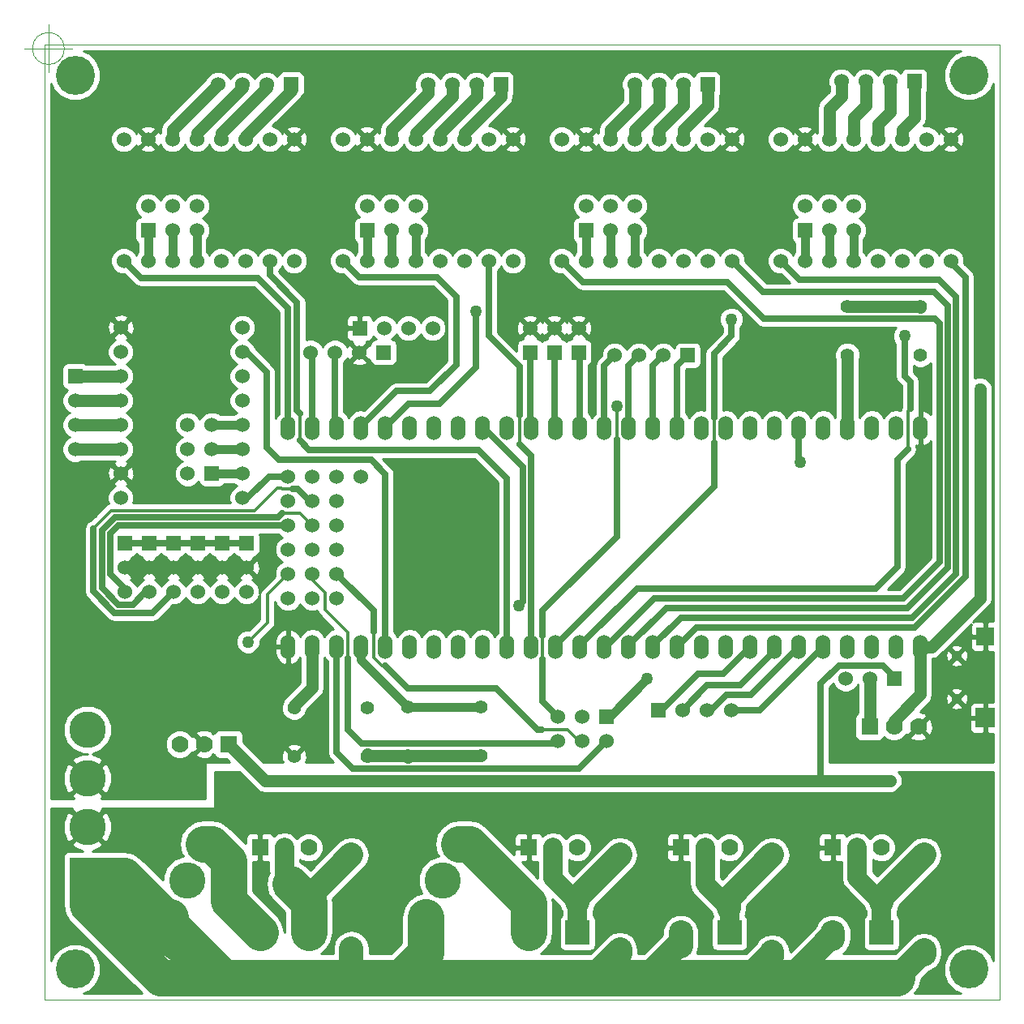
<source format=gbl>
G04 #@! TF.FileFunction,Copper,L2,Bot,Signal*
%FSLAX46Y46*%
G04 Gerber Fmt 4.6, Leading zero omitted, Abs format (unit mm)*
G04 Created by KiCad (PCBNEW (after 2015-may-25 BZR unknown)-product) date 31/07/2015 1:32:04 PM*
%MOMM*%
G01*
G04 APERTURE LIST*
%ADD10C,0.150000*%
%ADD11C,0.025400*%
%ADD12C,1.524000*%
%ADD13O,1.524000X2.540000*%
%ADD14C,1.778000*%
%ADD15R,1.778000X1.778000*%
%ADD16C,1.397000*%
%ADD17R,1.524000X1.524000*%
%ADD18C,3.810000*%
%ADD19R,3.810000X3.810000*%
%ADD20R,2.540000X2.540000*%
%ADD21C,2.540000*%
%ADD22C,4.064000*%
%ADD23R,2.100580X2.100580*%
%ADD24R,1.899920X1.899920*%
%ADD25C,1.049020*%
%ADD26C,3.302000*%
%ADD27C,3.784600*%
%ADD28C,1.270000*%
%ADD29C,0.635000*%
%ADD30C,0.889000*%
%ADD31C,0.350000*%
%ADD32C,1.270000*%
%ADD33C,2.000000*%
%ADD34C,2.540000*%
%ADD35C,3.810000*%
%ADD36C,0.254000*%
G04 APERTURE END LIST*
D10*
D11*
X73806666Y-54360000D02*
G75*
G03X73806666Y-54360000I-1666666J0D01*
G01*
X69640000Y-54360000D02*
X74640000Y-54360000D01*
X72140000Y-51860000D02*
X72140000Y-56860000D01*
X73806666Y-54360000D02*
G75*
G03X73806666Y-54360000I-1666666J0D01*
G01*
X69640000Y-54360000D02*
X74640000Y-54360000D01*
X72140000Y-51860000D02*
X72140000Y-56860000D01*
X73806666Y-54360000D02*
G75*
G03X73806666Y-54360000I-1666666J0D01*
G01*
X69640000Y-54360000D02*
X74640000Y-54360000D01*
X72140000Y-51860000D02*
X72140000Y-56860000D01*
X73806666Y-54360000D02*
G75*
G03X73806666Y-54360000I-1666666J0D01*
G01*
X69640000Y-54360000D02*
X74640000Y-54360000D01*
X72140000Y-51860000D02*
X72140000Y-56860000D01*
X73806666Y-54360000D02*
G75*
G03X73806666Y-54360000I-1666666J0D01*
G01*
X69640000Y-54360000D02*
X74640000Y-54360000D01*
X72140000Y-51860000D02*
X72140000Y-56860000D01*
X71755000Y-53975000D02*
X71755000Y-153670000D01*
X171450000Y-53975000D02*
X71755000Y-53975000D01*
X171450000Y-153670000D02*
X171450000Y-53975000D01*
X71755000Y-153670000D02*
X171450000Y-153670000D01*
D12*
X104775000Y-99060000D03*
X102235000Y-101600000D03*
X102235000Y-106680000D03*
X102235000Y-104140000D03*
X102235000Y-109220000D03*
X102235000Y-99060000D03*
X102235000Y-111760000D03*
X99695000Y-111760000D03*
X99695000Y-99060000D03*
X99695000Y-109220000D03*
X99695000Y-104140000D03*
X99695000Y-106680000D03*
X99695000Y-101600000D03*
X97155000Y-101600000D03*
X97155000Y-106680000D03*
X97155000Y-104140000D03*
X97155000Y-109220000D03*
X97155000Y-99060000D03*
X97155000Y-111760000D03*
D13*
X158115000Y-116840000D03*
X163195000Y-116840000D03*
X160655000Y-116840000D03*
X155575000Y-116840000D03*
X153035000Y-116840000D03*
X150495000Y-116840000D03*
X142875000Y-116840000D03*
X145415000Y-116840000D03*
X147955000Y-116840000D03*
X140335000Y-116840000D03*
X137795000Y-116840000D03*
X135255000Y-116840000D03*
X120015000Y-116840000D03*
X122555000Y-116840000D03*
X125095000Y-116840000D03*
X132715000Y-116840000D03*
X130175000Y-116840000D03*
X127635000Y-116840000D03*
X117475000Y-116840000D03*
X114935000Y-116840000D03*
X112395000Y-116840000D03*
X109855000Y-116840000D03*
X97155000Y-116840000D03*
X99695000Y-116840000D03*
X102235000Y-116840000D03*
X104775000Y-116840000D03*
X107315000Y-116840000D03*
X107315000Y-93980000D03*
X104775000Y-93980000D03*
X102235000Y-93980000D03*
X99695000Y-93980000D03*
X97155000Y-93980000D03*
X109855000Y-93980000D03*
X112395000Y-93980000D03*
X114935000Y-93980000D03*
X117475000Y-93980000D03*
X127635000Y-93980000D03*
X130175000Y-93980000D03*
X132715000Y-93980000D03*
X125095000Y-93980000D03*
X122555000Y-93980000D03*
X120015000Y-93980000D03*
X135255000Y-93980000D03*
X137795000Y-93980000D03*
X140335000Y-93980000D03*
X147955000Y-93980000D03*
X145415000Y-93980000D03*
X142875000Y-93980000D03*
X150495000Y-93980000D03*
X153035000Y-93980000D03*
X155575000Y-93980000D03*
X160655000Y-93980000D03*
X163195000Y-93980000D03*
X158115000Y-93980000D03*
D14*
X99314000Y-137795000D03*
X96774000Y-137795000D03*
D15*
X94234000Y-137795000D03*
D14*
X127381000Y-137795000D03*
X124841000Y-137795000D03*
D15*
X122301000Y-137795000D03*
D14*
X143256000Y-137795000D03*
X140716000Y-137795000D03*
D15*
X138176000Y-137795000D03*
D14*
X159131000Y-137795000D03*
X156591000Y-137795000D03*
D15*
X154051000Y-137795000D03*
D16*
X155575000Y-86360000D03*
X155575000Y-81280000D03*
X163195000Y-86360000D03*
X163195000Y-81280000D03*
X105410000Y-123190000D03*
X105410000Y-128270000D03*
X97790000Y-123190000D03*
X97790000Y-128270000D03*
D12*
X97790000Y-63817500D03*
X95250000Y-63817500D03*
X92710000Y-63817500D03*
X90170000Y-63817500D03*
X87630000Y-63817500D03*
X85090000Y-63817500D03*
X82550000Y-63817500D03*
X80010000Y-63817500D03*
X80010000Y-76517500D03*
X82550000Y-76517500D03*
X85090000Y-76517500D03*
X87630000Y-76517500D03*
X90170000Y-76517500D03*
X92710000Y-76517500D03*
X95250000Y-76517500D03*
X97790000Y-76517500D03*
X143510000Y-63817500D03*
X140970000Y-63817500D03*
X138430000Y-63817500D03*
X135890000Y-63817500D03*
X133350000Y-63817500D03*
X130810000Y-63817500D03*
X128270000Y-63817500D03*
X125730000Y-63817500D03*
X125730000Y-76517500D03*
X128270000Y-76517500D03*
X130810000Y-76517500D03*
X133350000Y-76517500D03*
X135890000Y-76517500D03*
X138430000Y-76517500D03*
X140970000Y-76517500D03*
X143510000Y-76517500D03*
X166370000Y-63817500D03*
X163830000Y-63817500D03*
X161290000Y-63817500D03*
X158750000Y-63817500D03*
X156210000Y-63817500D03*
X153670000Y-63817500D03*
X151130000Y-63817500D03*
X148590000Y-63817500D03*
X148590000Y-76517500D03*
X151130000Y-76517500D03*
X153670000Y-76517500D03*
X156210000Y-76517500D03*
X158750000Y-76517500D03*
X161290000Y-76517500D03*
X163830000Y-76517500D03*
X166370000Y-76517500D03*
X79692500Y-83502500D03*
X79692500Y-86042500D03*
X79692500Y-88582500D03*
X79692500Y-91122500D03*
X79692500Y-93662500D03*
X79692500Y-96202500D03*
X79692500Y-98742500D03*
X79692500Y-101282500D03*
X92392500Y-101282500D03*
X92392500Y-98742500D03*
X92392500Y-96202500D03*
X92392500Y-93662500D03*
X92392500Y-91122500D03*
X92392500Y-88582500D03*
X92392500Y-86042500D03*
X92392500Y-83502500D03*
X120650000Y-63817500D03*
X118110000Y-63817500D03*
X115570000Y-63817500D03*
X113030000Y-63817500D03*
X110490000Y-63817500D03*
X107950000Y-63817500D03*
X105410000Y-63817500D03*
X102870000Y-63817500D03*
X102870000Y-76517500D03*
X105410000Y-76517500D03*
X107950000Y-76517500D03*
X110490000Y-76517500D03*
X113030000Y-76517500D03*
X115570000Y-76517500D03*
X118110000Y-76517500D03*
X120650000Y-76517500D03*
D17*
X162560000Y-57785000D03*
D12*
X160020000Y-57785000D03*
X157480000Y-57785000D03*
X154940000Y-57785000D03*
D17*
X74930000Y-88582500D03*
D12*
X74930000Y-91122500D03*
X74930000Y-93662500D03*
X74930000Y-96202500D03*
D17*
X119380000Y-58102500D03*
D12*
X116840000Y-58102500D03*
X114300000Y-58102500D03*
X111760000Y-58102500D03*
D17*
X107137200Y-86106000D03*
D12*
X104597200Y-86106000D03*
X102057200Y-86106000D03*
X99517200Y-86106000D03*
D17*
X140970000Y-58102500D03*
D12*
X138430000Y-58102500D03*
X135890000Y-58102500D03*
X133350000Y-58102500D03*
D17*
X97472500Y-58102500D03*
D12*
X94932500Y-58102500D03*
X92392500Y-58102500D03*
X89852500Y-58102500D03*
D17*
X105410000Y-73342500D03*
D12*
X105410000Y-70802500D03*
X107950000Y-73342500D03*
X107950000Y-70802500D03*
X110490000Y-73342500D03*
X110490000Y-70802500D03*
D17*
X82550000Y-73342500D03*
D12*
X82550000Y-70802500D03*
X85090000Y-73342500D03*
X85090000Y-70802500D03*
X87630000Y-73342500D03*
X87630000Y-70802500D03*
D17*
X128270000Y-73342500D03*
D12*
X128270000Y-70802500D03*
X130810000Y-73342500D03*
X130810000Y-70802500D03*
X133350000Y-73342500D03*
X133350000Y-70802500D03*
D17*
X151130000Y-73342500D03*
D12*
X151130000Y-70802500D03*
X153670000Y-73342500D03*
X153670000Y-70802500D03*
X156210000Y-73342500D03*
X156210000Y-70802500D03*
D17*
X89217500Y-98742500D03*
D12*
X86677500Y-98742500D03*
X89217500Y-96202500D03*
X86677500Y-96202500D03*
X89217500Y-93662500D03*
X86677500Y-93662500D03*
D17*
X160477200Y-120192800D03*
D12*
X157937200Y-120192800D03*
X155397200Y-120192800D03*
D18*
X76200000Y-135636000D03*
X76200000Y-130556000D03*
D19*
X76200000Y-140716000D03*
D18*
X76200000Y-125476000D03*
D20*
X159131000Y-146685000D03*
D21*
X154051000Y-146685000D03*
D20*
X99314000Y-146685000D03*
D21*
X94234000Y-146685000D03*
D20*
X127381000Y-146685000D03*
D21*
X122301000Y-146685000D03*
D20*
X143256000Y-146685000D03*
D21*
X138176000Y-146685000D03*
D22*
X74930000Y-150495000D03*
X74930000Y-57150000D03*
X168275000Y-57150000D03*
X168275000Y-150495000D03*
D17*
X147701000Y-148717000D03*
D12*
X147701000Y-138557000D03*
D17*
X163576000Y-148717000D03*
D12*
X163576000Y-138557000D03*
D17*
X131826000Y-148717000D03*
D12*
X131826000Y-138557000D03*
D17*
X103759000Y-148717000D03*
D12*
X103759000Y-138557000D03*
D14*
X85852000Y-127000000D03*
X88392000Y-127000000D03*
D15*
X90932000Y-127000000D03*
D17*
X135788400Y-123444000D03*
D12*
X138328400Y-123444000D03*
X140868400Y-123444000D03*
X143408400Y-123444000D03*
D23*
X169989500Y-124264420D03*
D24*
X169989500Y-115765580D03*
D25*
X166989760Y-117764560D03*
X166989760Y-122265440D03*
D16*
X117310000Y-123160000D03*
X117310000Y-128240000D03*
X109690000Y-123160000D03*
X109690000Y-128240000D03*
D17*
X104648000Y-83566000D03*
D12*
X107188000Y-83566000D03*
X109728000Y-83566000D03*
X112268000Y-83566000D03*
D17*
X127508000Y-86106000D03*
D12*
X127508000Y-83566000D03*
D17*
X124968000Y-86106000D03*
D12*
X124968000Y-83566000D03*
D17*
X122428000Y-86106000D03*
D12*
X122428000Y-83566000D03*
D17*
X130403600Y-124104400D03*
D12*
X130403600Y-126644400D03*
X127863600Y-124104400D03*
X127863600Y-126644400D03*
X125323600Y-124104400D03*
X125323600Y-126644400D03*
D17*
X138887200Y-86410800D03*
D12*
X136347200Y-86410800D03*
X133807200Y-86410800D03*
X131267200Y-86410800D03*
D26*
X84886800Y-145034000D03*
X88341200Y-137414000D03*
D27*
X86614000Y-141224000D03*
D26*
X111556800Y-145034000D03*
X115011200Y-137414000D03*
D27*
X113284000Y-141224000D03*
D17*
X82651600Y-106019600D03*
D12*
X82651600Y-108559600D03*
X82651600Y-111099600D03*
D17*
X92811600Y-106019600D03*
D12*
X92811600Y-108559600D03*
X92811600Y-111099600D03*
D17*
X87731600Y-106019600D03*
D12*
X87731600Y-108559600D03*
X87731600Y-111099600D03*
D17*
X80111600Y-106019600D03*
D12*
X80111600Y-108559600D03*
X80111600Y-111099600D03*
D17*
X90271600Y-106019600D03*
D12*
X90271600Y-108559600D03*
X90271600Y-111099600D03*
D17*
X85191600Y-106019600D03*
D12*
X85191600Y-108559600D03*
X85191600Y-111099600D03*
D14*
X162966400Y-125171200D03*
X160426400Y-125171200D03*
D15*
X157886400Y-125171200D03*
D28*
X92964000Y-116332000D03*
X150622000Y-97536000D03*
X169418000Y-89916000D03*
X134620000Y-120192800D03*
X161544000Y-84378800D03*
X131470400Y-91744800D03*
X121259600Y-112572800D03*
X118008400Y-108102400D03*
X109067600Y-113690400D03*
X157632400Y-84378800D03*
X163728400Y-89814400D03*
X100139500Y-130810000D03*
X128333500Y-130810000D03*
X144208500Y-130810000D03*
X160020000Y-130810000D03*
X116789200Y-81788000D03*
X143459200Y-82651600D03*
D29*
X146431000Y-123444000D02*
X153035000Y-116840000D01*
X143408400Y-123444000D02*
X146431000Y-123444000D01*
X141325600Y-123444000D02*
X142900400Y-121869200D01*
X142900400Y-121869200D02*
X145465800Y-121869200D01*
X145465800Y-121869200D02*
X150495000Y-116840000D01*
X140868400Y-123444000D02*
X141325600Y-123444000D01*
X147955000Y-117249598D02*
X144351398Y-120853200D01*
X144351398Y-120853200D02*
X140919200Y-120853200D01*
X140919200Y-120853200D02*
X138328400Y-123444000D01*
X147955000Y-116840000D02*
X147955000Y-117249598D01*
X136144000Y-123444000D02*
X139954000Y-119634000D01*
X139954000Y-119634000D02*
X142621000Y-119634000D01*
X142621000Y-119634000D02*
X145415000Y-116840000D01*
X135788400Y-123444000D02*
X136144000Y-123444000D01*
D30*
X104775000Y-118245000D02*
X104775000Y-116840000D01*
X109690000Y-123160000D02*
X104775000Y-118245000D01*
X117310000Y-123160000D02*
X109690000Y-123160000D01*
D29*
X130175000Y-87503000D02*
X131267200Y-86410800D01*
X130175000Y-93980000D02*
X130175000Y-87503000D01*
D31*
X92964000Y-116332000D02*
X94996000Y-114300000D01*
X94996000Y-114300000D02*
X94996000Y-111379000D01*
X94996000Y-111379000D02*
X97155000Y-109220000D01*
D29*
X150622000Y-97536000D02*
X150495000Y-97409000D01*
X150495000Y-97409000D02*
X150495000Y-93980000D01*
X135255000Y-87503000D02*
X136347200Y-86410800D01*
X135255000Y-93980000D02*
X135255000Y-87503000D01*
X137795000Y-87503000D02*
X138887200Y-86410800D01*
X137795000Y-93980000D02*
X137795000Y-87503000D01*
D32*
X97790000Y-122986800D02*
X99695000Y-121081800D01*
X99695000Y-121081800D02*
X99695000Y-116840000D01*
X97790000Y-123190000D02*
X97790000Y-122986800D01*
X155575000Y-93980000D02*
X155575000Y-86360000D01*
D29*
X132715000Y-87503000D02*
X133807200Y-86410800D01*
X132715000Y-93980000D02*
X132715000Y-87503000D01*
X99695000Y-86283800D02*
X99517200Y-86106000D01*
X99695000Y-93980000D02*
X99695000Y-86283800D01*
X102057200Y-93802200D02*
X102235000Y-93980000D01*
X102057200Y-86106000D02*
X102057200Y-93802200D01*
X127635000Y-86233000D02*
X127508000Y-86106000D01*
X127635000Y-93980000D02*
X127635000Y-86233000D01*
X124968000Y-93853000D02*
X125095000Y-93980000D01*
X124968000Y-86106000D02*
X124968000Y-93853000D01*
X122428000Y-93853000D02*
X122555000Y-93980000D01*
X122428000Y-86106000D02*
X122428000Y-93853000D01*
D32*
X169418000Y-111760000D02*
X169418000Y-89916000D01*
X164338000Y-116840000D02*
X169418000Y-111760000D01*
X163195000Y-116840000D02*
X164338000Y-116840000D01*
D29*
X90271600Y-106019600D02*
X92811600Y-106019600D01*
X87731600Y-106019600D02*
X90271600Y-106019600D01*
X85191600Y-106019600D02*
X87731600Y-106019600D01*
X82651600Y-106019600D02*
X85191600Y-106019600D01*
X80111600Y-106019600D02*
X82651600Y-106019600D01*
D32*
X160426400Y-124561600D02*
X163195000Y-121793000D01*
X163195000Y-121793000D02*
X163195000Y-116840000D01*
X160426400Y-125171200D02*
X160426400Y-124561600D01*
D30*
X134620000Y-120192800D02*
X130708400Y-124104400D01*
X130708400Y-124104400D02*
X130403600Y-124104400D01*
D29*
X166370000Y-76708000D02*
X167894000Y-78232000D01*
X167894000Y-78232000D02*
X167894000Y-109474000D01*
X167894000Y-109474000D02*
X162560000Y-114808000D01*
X162560000Y-114808000D02*
X139827000Y-114808000D01*
X139827000Y-114808000D02*
X137795000Y-116840000D01*
X166370000Y-76517500D02*
X166370000Y-76708000D01*
X135255000Y-116713000D02*
X138176000Y-113792000D01*
X138176000Y-113792000D02*
X162306000Y-113792000D01*
X162306000Y-113792000D02*
X166878000Y-109220000D01*
X166878000Y-109220000D02*
X166878000Y-80264000D01*
X166878000Y-80264000D02*
X165100000Y-78486000D01*
X165100000Y-78486000D02*
X150558500Y-78486000D01*
X150558500Y-78486000D02*
X148590000Y-76517500D01*
X135255000Y-116840000D02*
X135255000Y-116713000D01*
X162153600Y-89154000D02*
X161544000Y-88544400D01*
X161544000Y-88544400D02*
X161544000Y-84378800D01*
D31*
X161899600Y-96215200D02*
X161899600Y-92252800D01*
D29*
X160782000Y-97332800D02*
X161899600Y-96215200D01*
X127635000Y-116840000D02*
X127635000Y-116713000D01*
X158496000Y-110744000D02*
X160782000Y-108458000D01*
X133604000Y-110744000D02*
X158496000Y-110744000D01*
X127635000Y-116713000D02*
X133604000Y-110744000D01*
X160782000Y-108458000D02*
X160782000Y-97332800D01*
D31*
X161899600Y-92252800D02*
X162153600Y-91998800D01*
D29*
X162153600Y-91998800D02*
X162153600Y-89154000D01*
X95148400Y-99060000D02*
X92925900Y-101282500D01*
X92925900Y-101282500D02*
X92392500Y-101282500D01*
X97155000Y-99060000D02*
X95148400Y-99060000D01*
X92798900Y-86042500D02*
X94894400Y-88138000D01*
X94894400Y-88138000D02*
X94894400Y-96062800D01*
X94894400Y-96062800D02*
X96164400Y-97332800D01*
X96164400Y-97332800D02*
X105816400Y-97332800D01*
X105816400Y-97332800D02*
X107315000Y-98831400D01*
X107315000Y-98831400D02*
X107315000Y-116840000D01*
X92392500Y-86042500D02*
X92798900Y-86042500D01*
X123748800Y-122529600D02*
X125323600Y-124104400D01*
D31*
X123748800Y-118160800D02*
X123748800Y-115671600D01*
D29*
X131470400Y-105359200D02*
X123748800Y-113080800D01*
X123748800Y-113080800D02*
X123748800Y-115671600D01*
D31*
X131470400Y-95148400D02*
X131470400Y-91744800D01*
D29*
X131470400Y-95148400D02*
X131470400Y-105359200D01*
X123748800Y-118160800D02*
X123748800Y-122529600D01*
X117652800Y-93980000D02*
X121716800Y-98044000D01*
X121716800Y-98044000D02*
X121716800Y-112115600D01*
X121716800Y-112115600D02*
X121259600Y-112572800D01*
X117475000Y-93980000D02*
X117652800Y-93980000D01*
D31*
X99695000Y-109855000D02*
X100990400Y-111150400D01*
X100990400Y-111150400D02*
X100990400Y-112928400D01*
X100990400Y-112928400D02*
X103174800Y-115112800D01*
X103174800Y-115112800D02*
X103428800Y-115366800D01*
X103428800Y-118008400D02*
X103428800Y-118719600D01*
X103428800Y-115366800D02*
X103428800Y-118008400D01*
X103428800Y-118719600D02*
X103378000Y-118770400D01*
X99695000Y-109220000D02*
X99695000Y-109855000D01*
D29*
X103428800Y-125526800D02*
X104800400Y-126898400D01*
X104800400Y-126898400D02*
X125069600Y-126898400D01*
X125069600Y-126898400D02*
X125323600Y-126644400D01*
X103428800Y-118008400D02*
X103428800Y-125526800D01*
D31*
X127508000Y-126644400D02*
X126339600Y-125476000D01*
X126339600Y-125476000D02*
X123647200Y-125476000D01*
X123647200Y-125476000D02*
X123545600Y-125374400D01*
X127863600Y-126644400D02*
X127508000Y-126644400D01*
D29*
X106070400Y-113055400D02*
X102235000Y-109220000D01*
D31*
X107289600Y-118821200D02*
X106934000Y-118821200D01*
D29*
X123190000Y-125476000D02*
X118922800Y-121208800D01*
X118922800Y-121208800D02*
X109677200Y-121208800D01*
X109677200Y-121208800D02*
X107289600Y-118821200D01*
X123647200Y-125476000D02*
X123190000Y-125476000D01*
D31*
X106070400Y-117957600D02*
X106070400Y-115265200D01*
X106934000Y-118821200D02*
X106070400Y-117957600D01*
D29*
X106070400Y-115265200D02*
X106070400Y-113055400D01*
X118008400Y-108102400D02*
X112420400Y-113690400D01*
X112420400Y-113690400D02*
X109067600Y-113690400D01*
D32*
X90271600Y-108559600D02*
X92811600Y-108559600D01*
X87731600Y-108559600D02*
X90271600Y-108559600D01*
X85191600Y-108559600D02*
X87731600Y-108559600D01*
X80111600Y-108559600D02*
X82651600Y-108559600D01*
X82651600Y-108559600D02*
X85191600Y-108559600D01*
X109837498Y-128240000D02*
X109690000Y-128387498D01*
X109690000Y-128387498D02*
X109690000Y-128240000D01*
X117310000Y-128240000D02*
X109837498Y-128240000D01*
X105599098Y-128240000D02*
X105410000Y-128050902D01*
X105410000Y-128050902D02*
X105410000Y-128270000D01*
X109690000Y-128240000D02*
X105599098Y-128240000D01*
X163077502Y-81280000D02*
X163195000Y-81397498D01*
X163195000Y-81397498D02*
X163195000Y-81280000D01*
X155575000Y-81280000D02*
X163077502Y-81280000D01*
D30*
X133350000Y-73342500D02*
X133350000Y-76517500D01*
D33*
X156591000Y-140970000D02*
X159131000Y-143510000D01*
X159131000Y-143510000D02*
X159131000Y-146685000D01*
X156591000Y-137795000D02*
X156591000Y-140970000D01*
D34*
X159131000Y-143002000D02*
X163576000Y-138557000D01*
X159131000Y-143510000D02*
X159131000Y-143002000D01*
D33*
X143256000Y-144145000D02*
X143256000Y-146685000D01*
X143192500Y-144081500D02*
X143256000Y-144145000D01*
X140716000Y-141605000D02*
X143192500Y-144081500D01*
X140716000Y-137795000D02*
X140716000Y-141605000D01*
D34*
X143192500Y-143065500D02*
X147701000Y-138557000D01*
X143192500Y-144081500D02*
X143192500Y-143065500D01*
D30*
X89217500Y-93662500D02*
X92392500Y-93662500D01*
X89217500Y-98742500D02*
X92392500Y-98742500D01*
D32*
X74930000Y-96202500D02*
X79692500Y-96202500D01*
X74930000Y-88582500D02*
X79692500Y-88582500D01*
X74930000Y-91122500D02*
X79692500Y-91122500D01*
X74930000Y-93662500D02*
X79692500Y-93662500D01*
D30*
X89217500Y-96202500D02*
X92392500Y-96202500D01*
X156210000Y-73342500D02*
X156210000Y-76517500D01*
X151130000Y-73342500D02*
X151130000Y-76517500D01*
X128270000Y-73342500D02*
X128270000Y-76517500D01*
D32*
X154940000Y-59372500D02*
X153670000Y-60642500D01*
X153670000Y-60642500D02*
X153670000Y-63817500D01*
X154940000Y-57785000D02*
X154940000Y-59372500D01*
X162560000Y-61595000D02*
X161290000Y-62865000D01*
X161290000Y-62865000D02*
X161290000Y-63817500D01*
X162560000Y-57785000D02*
X162560000Y-61595000D01*
X160020000Y-60960000D02*
X158750000Y-62230000D01*
X158750000Y-62230000D02*
X158750000Y-63817500D01*
X160020000Y-57785000D02*
X160020000Y-60960000D01*
X157480000Y-60325000D02*
X156210000Y-61595000D01*
X156210000Y-61595000D02*
X156210000Y-63817500D01*
X157480000Y-57785000D02*
X157480000Y-60325000D01*
D30*
X153670000Y-73342500D02*
X153670000Y-76517500D01*
D33*
X127381000Y-143510000D02*
X127381000Y-144780000D01*
X127381000Y-144780000D02*
X127381000Y-146685000D01*
X124841000Y-140970000D02*
X127381000Y-143510000D01*
X124841000Y-137795000D02*
X124841000Y-140970000D01*
D34*
X127381000Y-143002000D02*
X131826000Y-138557000D01*
X127381000Y-143510000D02*
X127381000Y-143002000D01*
D33*
X96774000Y-140335000D02*
X96774000Y-137795000D01*
X97409000Y-140970000D02*
X96774000Y-140335000D01*
X97409000Y-141605000D02*
X97409000Y-140970000D01*
D35*
X99314000Y-143510000D02*
X97409000Y-141605000D01*
X99314000Y-144145000D02*
X99314000Y-143510000D01*
X99314000Y-146685000D02*
X99314000Y-144145000D01*
D34*
X99314000Y-143002000D02*
X103759000Y-138557000D01*
X99314000Y-144145000D02*
X99314000Y-143002000D01*
D32*
X133350000Y-60325000D02*
X130810000Y-62865000D01*
X130810000Y-62865000D02*
X130810000Y-63817500D01*
X133350000Y-58102500D02*
X133350000Y-60325000D01*
D30*
X110490000Y-73342500D02*
X110490000Y-76517500D01*
X105410000Y-73342500D02*
X105410000Y-76517500D01*
D32*
X111760000Y-59055000D02*
X107950000Y-62865000D01*
X107950000Y-62865000D02*
X107950000Y-63817500D01*
X111760000Y-58102500D02*
X111760000Y-59055000D01*
X119380000Y-59372500D02*
X115570000Y-63182500D01*
X115570000Y-63182500D02*
X115570000Y-63817500D01*
X119380000Y-58102500D02*
X119380000Y-59372500D01*
X116840000Y-59372500D02*
X113030000Y-63182500D01*
X113030000Y-63182500D02*
X113030000Y-63817500D01*
X116840000Y-58102500D02*
X116840000Y-59372500D01*
X114300000Y-59372500D02*
X110490000Y-63182500D01*
X110490000Y-63182500D02*
X110490000Y-63817500D01*
X114300000Y-58102500D02*
X114300000Y-59372500D01*
D30*
X107950000Y-73342500D02*
X107950000Y-76517500D01*
D32*
X140970000Y-60325000D02*
X138430000Y-62865000D01*
X138430000Y-62865000D02*
X138430000Y-63817500D01*
X140970000Y-58102500D02*
X140970000Y-60325000D01*
D30*
X87630000Y-73342500D02*
X87630000Y-76517500D01*
X82550000Y-73342500D02*
X82550000Y-76517500D01*
D32*
X85090000Y-62865000D02*
X85090000Y-63817500D01*
X89852500Y-58102500D02*
X85090000Y-62865000D01*
X97472500Y-58737500D02*
X92710000Y-63500000D01*
X92710000Y-63500000D02*
X92710000Y-63817500D01*
X97472500Y-58102500D02*
X97472500Y-58737500D01*
X94932500Y-58420000D02*
X90170000Y-63182500D01*
X90170000Y-63182500D02*
X90170000Y-63817500D01*
X94932500Y-58102500D02*
X94932500Y-58420000D01*
X92392500Y-58420000D02*
X87630000Y-63182500D01*
X87630000Y-63182500D02*
X87630000Y-63817500D01*
X92392500Y-58102500D02*
X92392500Y-58420000D01*
D30*
X85090000Y-73342500D02*
X85090000Y-76517500D01*
D32*
X138430000Y-60325000D02*
X135890000Y-62865000D01*
X135890000Y-62865000D02*
X135890000Y-63817500D01*
X138430000Y-58102500D02*
X138430000Y-60325000D01*
X135890000Y-60325000D02*
X133350000Y-62865000D01*
X133350000Y-62865000D02*
X133350000Y-63817500D01*
X135890000Y-58102500D02*
X135890000Y-60325000D01*
D30*
X130810000Y-73342500D02*
X130810000Y-76517500D01*
D32*
X157937200Y-125120400D02*
X157886400Y-125171200D01*
X157937200Y-120192800D02*
X157937200Y-125120400D01*
D35*
X89154000Y-137414000D02*
X90932000Y-139192000D01*
X90932000Y-139192000D02*
X90932000Y-143383000D01*
X90932000Y-143383000D02*
X94234000Y-146685000D01*
X88341200Y-137414000D02*
X89154000Y-137414000D01*
X116078000Y-137414000D02*
X122301000Y-143637000D01*
X122301000Y-143637000D02*
X122301000Y-146685000D01*
X115011200Y-137414000D02*
X116078000Y-137414000D01*
D29*
X102235000Y-127889000D02*
X103886000Y-129540000D01*
X103886000Y-129540000D02*
X127508000Y-129540000D01*
X127508000Y-129540000D02*
X130403600Y-126644400D01*
X102235000Y-116840000D02*
X102235000Y-127889000D01*
D32*
X125476000Y-130810000D02*
X123571000Y-130810000D01*
X128333500Y-130810000D02*
X125476000Y-130810000D01*
X139446000Y-130810000D02*
X128333500Y-130810000D01*
X141478000Y-130810000D02*
X139446000Y-130810000D01*
X139446000Y-130810000D02*
X139446000Y-130810000D01*
X123571000Y-130810000D02*
X123571000Y-130810000D01*
X95377000Y-130810000D02*
X95377000Y-130810000D01*
X95504000Y-130810000D02*
X100139500Y-130810000D01*
X95377000Y-130810000D02*
X95504000Y-130810000D01*
X108458000Y-130810000D02*
X125476000Y-130810000D01*
X108013500Y-130810000D02*
X108458000Y-130810000D01*
X141478000Y-130810000D02*
X144208500Y-130810000D01*
X158496000Y-130810000D02*
X160020000Y-130810000D01*
X152755600Y-130810000D02*
X158496000Y-130810000D01*
X144208500Y-130810000D02*
X152755600Y-130810000D01*
X108458000Y-130810000D02*
X100139500Y-130810000D01*
X94742000Y-130810000D02*
X90932000Y-127000000D01*
X95504000Y-130810000D02*
X94742000Y-130810000D01*
D29*
X160477200Y-119989600D02*
X159258000Y-118770400D01*
X159258000Y-118770400D02*
X154686000Y-118770400D01*
X154686000Y-118770400D02*
X152755600Y-120700800D01*
X152755600Y-120700800D02*
X152755600Y-130810000D01*
X160477200Y-120192800D02*
X160477200Y-119989600D01*
D35*
X102489000Y-151384000D02*
X103124000Y-151384000D01*
X92329000Y-151384000D02*
X90424000Y-151384000D01*
X89154000Y-151384000D02*
X92329000Y-151384000D01*
X91440000Y-151384000D02*
X102489000Y-151384000D01*
X90424000Y-151384000D02*
X91440000Y-151384000D01*
X102489000Y-151384000D02*
X104140000Y-151384000D01*
D33*
X106934000Y-151384000D02*
X106299000Y-151384000D01*
D35*
X104140000Y-151384000D02*
X106299000Y-151384000D01*
X149606000Y-151384000D02*
X160718500Y-151384000D01*
X145161000Y-151384000D02*
X149606000Y-151384000D01*
X106807000Y-151384000D02*
X106997500Y-151384000D01*
X134493000Y-151384000D02*
X145161000Y-151384000D01*
X128905000Y-151384000D02*
X133731000Y-151384000D01*
X133731000Y-151384000D02*
X134493000Y-151384000D01*
D34*
X103759000Y-151384000D02*
X104140000Y-151384000D01*
X154051000Y-146939000D02*
X149606000Y-151384000D01*
X154051000Y-146685000D02*
X154051000Y-147320000D01*
X147701000Y-148844000D02*
X145161000Y-151384000D01*
X147701000Y-148717000D02*
X147701000Y-149225000D01*
X138176000Y-147701000D02*
X134493000Y-151384000D01*
X138176000Y-146685000D02*
X138176000Y-148082000D01*
X131826000Y-148463000D02*
X128905000Y-151384000D01*
X131826000Y-148717000D02*
X131826000Y-148844000D01*
X163576000Y-148526500D02*
X160718500Y-151384000D01*
X163576000Y-148717000D02*
X163576000Y-148907500D01*
X103759000Y-150114000D02*
X102489000Y-151384000D01*
X103759000Y-148336000D02*
X103759000Y-150114000D01*
D35*
X76200000Y-143764000D02*
X76200000Y-140716000D01*
X83820000Y-151384000D02*
X76200000Y-143764000D01*
X90424000Y-151384000D02*
X83820000Y-151384000D01*
X89154000Y-150114000D02*
X90424000Y-151384000D01*
X84886800Y-145846800D02*
X89154000Y-150114000D01*
X84886800Y-145034000D02*
X84886800Y-145846800D01*
X81280000Y-144830800D02*
X89154000Y-150114000D01*
X76200000Y-140716000D02*
X81280000Y-144830800D01*
X84328000Y-145034000D02*
X80010000Y-140716000D01*
X80010000Y-140716000D02*
X76200000Y-140716000D01*
X84886800Y-145034000D02*
X84328000Y-145034000D01*
X114871500Y-151384000D02*
X128905000Y-151384000D01*
X108966000Y-151384000D02*
X114871500Y-151384000D01*
X106997500Y-151384000D02*
X108966000Y-151384000D01*
X111556800Y-148793200D02*
X108966000Y-151384000D01*
X111556800Y-145034000D02*
X111556800Y-148793200D01*
D29*
X97155000Y-81508600D02*
X93980000Y-78333600D01*
X93980000Y-78333600D02*
X81826100Y-78333600D01*
X81826100Y-78333600D02*
X80010000Y-76517500D01*
X97155000Y-93980000D02*
X97155000Y-81508600D01*
X98399600Y-95300800D02*
X99364800Y-96266000D01*
X99364800Y-96266000D02*
X116992400Y-96266000D01*
X116992400Y-96266000D02*
X120015000Y-99288600D01*
X120015000Y-99288600D02*
X120015000Y-116840000D01*
D31*
X98399600Y-95250000D02*
X98399600Y-92456000D01*
D29*
X95250000Y-78028800D02*
X98094800Y-80873600D01*
X98094800Y-80873600D02*
X98094800Y-92151200D01*
X98094800Y-92151200D02*
X98399600Y-92456000D01*
X95250000Y-76517500D02*
X95250000Y-78028800D01*
X98399600Y-95250000D02*
X98399600Y-95300800D01*
X107315000Y-93903800D02*
X109728000Y-91490800D01*
X109728000Y-91490800D02*
X112979200Y-91490800D01*
X112979200Y-91490800D02*
X116789200Y-87680800D01*
X116789200Y-87680800D02*
X116789200Y-81788000D01*
X107315000Y-93980000D02*
X107315000Y-93903800D01*
X104775000Y-93802200D02*
X108458000Y-90119200D01*
X108458000Y-90119200D02*
X111963200Y-90119200D01*
X111963200Y-90119200D02*
X114706400Y-87376000D01*
X114706400Y-87376000D02*
X114706400Y-80264000D01*
X114706400Y-80264000D02*
X112674400Y-78232000D01*
X112674400Y-78232000D02*
X104584500Y-78232000D01*
X104584500Y-78232000D02*
X102870000Y-76517500D01*
X104775000Y-93980000D02*
X104775000Y-93802200D01*
X121310400Y-87579200D02*
X118110000Y-84378800D01*
X118110000Y-84378800D02*
X118110000Y-76517500D01*
D31*
X121310400Y-92608400D02*
X121310400Y-95656400D01*
D29*
X122555000Y-96901000D02*
X121310400Y-95656400D01*
X122555000Y-116840000D02*
X122555000Y-96901000D01*
X121310400Y-92608400D02*
X121310400Y-87579200D01*
D31*
X96469200Y-100279200D02*
X96012000Y-100279200D01*
X96520000Y-100330000D02*
X96469200Y-100279200D01*
D29*
X99415600Y-101600000D02*
X99695000Y-101600000D01*
X98145600Y-100330000D02*
X97637600Y-100330000D01*
X99415600Y-101600000D02*
X98145600Y-100330000D01*
D31*
X96570800Y-100330000D02*
X96520000Y-100330000D01*
X97637600Y-100330000D02*
X96570800Y-100330000D01*
X78692704Y-102612496D02*
X77520800Y-103784400D01*
X93678704Y-102612496D02*
X78692704Y-102612496D01*
X96012000Y-100279200D02*
X93678704Y-102612496D01*
X76809600Y-104495600D02*
X77520800Y-103784400D01*
X76758800Y-104546400D02*
X76809600Y-104495600D01*
D29*
X76809600Y-111048800D02*
X79044800Y-113284000D01*
X79044800Y-113284000D02*
X83007200Y-113284000D01*
X83007200Y-113284000D02*
X85191600Y-111099600D01*
X76809600Y-104495600D02*
X76809600Y-111048800D01*
X132715000Y-116713000D02*
X136652000Y-112776000D01*
X136652000Y-112776000D02*
X161798000Y-112776000D01*
X161798000Y-112776000D02*
X166042998Y-108531002D01*
X166042998Y-108531002D02*
X166042998Y-81206998D01*
X166042998Y-81206998D02*
X164592000Y-79756000D01*
X164592000Y-79756000D02*
X146748500Y-79756000D01*
X146748500Y-79756000D02*
X143510000Y-76517500D01*
X132715000Y-116840000D02*
X132715000Y-116713000D01*
X130302000Y-116840000D02*
X135382000Y-111760000D01*
X135382000Y-111760000D02*
X161397996Y-111760000D01*
X161397996Y-111760000D02*
X165207996Y-107950000D01*
X165207996Y-107950000D02*
X165207996Y-83058000D01*
X165207996Y-83058000D02*
X164699996Y-82550000D01*
X164699996Y-82550000D02*
X146812000Y-82550000D01*
X146812000Y-82550000D02*
X143002000Y-78740000D01*
X143002000Y-78740000D02*
X127952500Y-78740000D01*
X127952500Y-78740000D02*
X125730000Y-76517500D01*
X130175000Y-116840000D02*
X130302000Y-116840000D01*
X141630400Y-86207600D02*
X143459200Y-84378800D01*
X143459200Y-84378800D02*
X143459200Y-82651600D01*
D31*
X141630400Y-92862400D02*
X141630400Y-95554800D01*
D29*
X125095000Y-116662200D02*
X141630400Y-100126800D01*
X141630400Y-100126800D02*
X141630400Y-95554800D01*
X125095000Y-116840000D02*
X125095000Y-116662200D01*
X141630400Y-92862400D02*
X141630400Y-86207600D01*
X80111600Y-110794800D02*
X78587600Y-109270800D01*
X78587600Y-109270800D02*
X78587600Y-105003600D01*
X78587600Y-105003600D02*
X79451200Y-104140000D01*
X79451200Y-104140000D02*
X97155000Y-104140000D01*
X80111600Y-111099600D02*
X80111600Y-110794800D01*
D31*
X98425000Y-102870000D02*
X99695000Y-104140000D01*
D29*
X82651600Y-111099600D02*
X82245200Y-111099600D01*
X96135802Y-103304998D02*
X96570800Y-102870000D01*
X79105330Y-103304998D02*
X96135802Y-103304998D01*
X77724000Y-104686328D02*
X79105330Y-103304998D01*
X77724000Y-110693200D02*
X77724000Y-104686328D01*
X79451200Y-112420400D02*
X77724000Y-110693200D01*
X80924400Y-112420400D02*
X79451200Y-112420400D01*
X82245200Y-111099600D02*
X80924400Y-112420400D01*
D31*
X96570800Y-102870000D02*
X98425000Y-102870000D01*
D36*
G36*
X170802300Y-149627609D02*
X170537291Y-148986239D01*
X169787707Y-148235345D01*
X168807827Y-147828464D01*
X167746828Y-147827538D01*
X166766239Y-148232709D01*
X166015345Y-148982293D01*
X165608464Y-149962173D01*
X165607538Y-151023172D01*
X166012709Y-152003761D01*
X166762293Y-152754655D01*
X167406854Y-153022300D01*
X162619956Y-153022300D01*
X163065154Y-152356016D01*
X163220242Y-151576334D01*
X164085402Y-150711173D01*
X164305012Y-150667491D01*
X164923038Y-150254538D01*
X165335991Y-149636512D01*
X165481000Y-148907500D01*
X165481000Y-148717000D01*
X165462053Y-148621747D01*
X165480999Y-148526500D01*
X165480999Y-138557000D01*
X165335991Y-137827988D01*
X164923038Y-137209962D01*
X164305012Y-136797009D01*
X163576000Y-136652001D01*
X162846988Y-136797009D01*
X162228961Y-137209962D01*
X158686081Y-140752842D01*
X158226000Y-140292760D01*
X158226000Y-139045564D01*
X158266596Y-139086231D01*
X158826528Y-139318735D01*
X159432812Y-139319264D01*
X159993149Y-139087738D01*
X160422231Y-138659404D01*
X160654735Y-138099472D01*
X160655264Y-137493188D01*
X160423738Y-136932851D01*
X159995404Y-136503769D01*
X159435472Y-136271265D01*
X158829188Y-136270736D01*
X158268851Y-136502262D01*
X157901117Y-136869354D01*
X157747120Y-136638880D01*
X157216687Y-136284457D01*
X156591000Y-136160000D01*
X155965313Y-136284457D01*
X155498943Y-136596074D01*
X155478327Y-136546302D01*
X155299699Y-136367673D01*
X155066310Y-136271000D01*
X154813691Y-136271000D01*
X154336750Y-136271000D01*
X154178000Y-136429750D01*
X154178000Y-137668000D01*
X154198000Y-137668000D01*
X154198000Y-137922000D01*
X154178000Y-137922000D01*
X154178000Y-139160250D01*
X154336750Y-139319000D01*
X154813691Y-139319000D01*
X154956000Y-139319000D01*
X154956000Y-140969994D01*
X154955999Y-140970000D01*
X155080457Y-141595688D01*
X155434880Y-142126120D01*
X157327118Y-144018357D01*
X157371009Y-144239012D01*
X157496000Y-144426073D01*
X157496000Y-144895254D01*
X157406073Y-144954327D01*
X157263623Y-145165360D01*
X157213560Y-145415000D01*
X157213560Y-147955000D01*
X157260537Y-148197123D01*
X157400327Y-148409927D01*
X157611360Y-148552377D01*
X157861000Y-148602440D01*
X160401000Y-148602440D01*
X160643123Y-148555463D01*
X160855927Y-148415673D01*
X160998377Y-148204640D01*
X161048440Y-147955000D01*
X161048440Y-145415000D01*
X161001463Y-145172877D01*
X160861673Y-144960073D01*
X160766000Y-144895492D01*
X160766000Y-144426073D01*
X160890991Y-144239012D01*
X160966208Y-143860867D01*
X164923038Y-139904039D01*
X165335991Y-139286012D01*
X165480999Y-138557000D01*
X165480999Y-148526500D01*
X165335991Y-147797488D01*
X164923038Y-147179462D01*
X164305012Y-146766509D01*
X163576000Y-146621501D01*
X162846988Y-146766509D01*
X162228961Y-147179462D01*
X160564423Y-148844000D01*
X155133196Y-148844000D01*
X155398038Y-148667038D01*
X155810991Y-148049012D01*
X155956000Y-147320000D01*
X155956000Y-146685517D01*
X155956000Y-146685000D01*
X155956330Y-146307735D01*
X155810991Y-145955988D01*
X155666922Y-145607314D01*
X155131505Y-145070961D01*
X154780012Y-144925009D01*
X154431590Y-144780332D01*
X153924000Y-144779888D01*
X153924000Y-139160250D01*
X153924000Y-137922000D01*
X153924000Y-137668000D01*
X153924000Y-136429750D01*
X153765250Y-136271000D01*
X153288309Y-136271000D01*
X153035690Y-136271000D01*
X152802301Y-136367673D01*
X152623673Y-136546302D01*
X152527000Y-136779691D01*
X152527000Y-137509250D01*
X152685750Y-137668000D01*
X153924000Y-137668000D01*
X153924000Y-137922000D01*
X152685750Y-137922000D01*
X152527000Y-138080750D01*
X152527000Y-138810309D01*
X152623673Y-139043698D01*
X152802301Y-139222327D01*
X153035690Y-139319000D01*
X153288309Y-139319000D01*
X153765250Y-139319000D01*
X153924000Y-139160250D01*
X153924000Y-144779888D01*
X153673735Y-144779670D01*
X152973314Y-145069078D01*
X152436961Y-145604495D01*
X152256267Y-146039656D01*
X149606000Y-148689922D01*
X149606000Y-138557000D01*
X149460991Y-137827988D01*
X149048039Y-137209961D01*
X148430012Y-136797009D01*
X147701000Y-136652000D01*
X146971988Y-136797009D01*
X146353962Y-137209961D01*
X142493581Y-141070341D01*
X142351000Y-140927760D01*
X142351000Y-139045564D01*
X142391596Y-139086231D01*
X142951528Y-139318735D01*
X143557812Y-139319264D01*
X144118149Y-139087738D01*
X144547231Y-138659404D01*
X144779735Y-138099472D01*
X144780264Y-137493188D01*
X144548738Y-136932851D01*
X144120404Y-136503769D01*
X143560472Y-136271265D01*
X142954188Y-136270736D01*
X142393851Y-136502262D01*
X142026117Y-136869354D01*
X141872120Y-136638880D01*
X141341687Y-136284457D01*
X140716000Y-136160000D01*
X140090313Y-136284457D01*
X139623943Y-136596074D01*
X139603327Y-136546302D01*
X139424699Y-136367673D01*
X139191310Y-136271000D01*
X138938691Y-136271000D01*
X138461750Y-136271000D01*
X138303000Y-136429750D01*
X138303000Y-137668000D01*
X138323000Y-137668000D01*
X138323000Y-137922000D01*
X138303000Y-137922000D01*
X138303000Y-139160250D01*
X138461750Y-139319000D01*
X138938691Y-139319000D01*
X139081000Y-139319000D01*
X139081000Y-141604994D01*
X139080999Y-141605000D01*
X139205457Y-142230688D01*
X139559880Y-142761120D01*
X141388618Y-144589858D01*
X141432509Y-144810512D01*
X141529831Y-144956165D01*
X141388623Y-145165360D01*
X141338560Y-145415000D01*
X141338560Y-147955000D01*
X141385537Y-148197123D01*
X141525327Y-148409927D01*
X141736360Y-148552377D01*
X141986000Y-148602440D01*
X144526000Y-148602440D01*
X144768123Y-148555463D01*
X144980927Y-148415673D01*
X145123377Y-148204640D01*
X145173440Y-147955000D01*
X145173440Y-145415000D01*
X145126463Y-145172877D01*
X144986673Y-144960073D01*
X144894245Y-144897682D01*
X144952491Y-144810512D01*
X145097500Y-144081500D01*
X145097500Y-143854576D01*
X149048039Y-139904038D01*
X149460991Y-139286012D01*
X149606000Y-138557000D01*
X149606000Y-148689922D01*
X149601507Y-148694415D01*
X149460991Y-147987988D01*
X149048038Y-147369962D01*
X148430012Y-146957009D01*
X147701000Y-146812000D01*
X146971988Y-146957009D01*
X146353962Y-147369962D01*
X146098225Y-147752697D01*
X145006923Y-148844000D01*
X139913949Y-148844000D01*
X139935991Y-148811012D01*
X140081000Y-148082000D01*
X140081000Y-147701000D01*
X140081000Y-146685517D01*
X140081000Y-146685000D01*
X140081330Y-146307735D01*
X139935991Y-145955988D01*
X139791922Y-145607314D01*
X139256505Y-145070961D01*
X138905012Y-144925009D01*
X138556590Y-144780332D01*
X138049000Y-144779888D01*
X138049000Y-139160250D01*
X138049000Y-137922000D01*
X138049000Y-137668000D01*
X138049000Y-136429750D01*
X137890250Y-136271000D01*
X137413309Y-136271000D01*
X137160690Y-136271000D01*
X136927301Y-136367673D01*
X136748673Y-136546302D01*
X136652000Y-136779691D01*
X136652000Y-137509250D01*
X136810750Y-137668000D01*
X138049000Y-137668000D01*
X138049000Y-137922000D01*
X136810750Y-137922000D01*
X136652000Y-138080750D01*
X136652000Y-138810309D01*
X136748673Y-139043698D01*
X136927301Y-139222327D01*
X137160690Y-139319000D01*
X137413309Y-139319000D01*
X137890250Y-139319000D01*
X138049000Y-139160250D01*
X138049000Y-144779888D01*
X137798735Y-144779670D01*
X137098314Y-145069078D01*
X136561961Y-145604495D01*
X136271332Y-146304410D01*
X136270801Y-146912121D01*
X134338923Y-148844000D01*
X133731000Y-148844000D01*
X133731000Y-148717000D01*
X133705738Y-148590000D01*
X133731000Y-148463000D01*
X133585991Y-147733988D01*
X133173039Y-147115961D01*
X132555012Y-146703009D01*
X131826000Y-146558000D01*
X131096988Y-146703009D01*
X130478962Y-147115961D01*
X128750923Y-148844000D01*
X123553859Y-148844000D01*
X124097051Y-148481051D01*
X124647654Y-147657016D01*
X124841000Y-146685000D01*
X124841000Y-143637000D01*
X124752911Y-143194151D01*
X125577118Y-144018357D01*
X125621009Y-144239012D01*
X125746000Y-144426073D01*
X125746000Y-144780000D01*
X125746000Y-144895254D01*
X125656073Y-144954327D01*
X125513623Y-145165360D01*
X125463560Y-145415000D01*
X125463560Y-147955000D01*
X125510537Y-148197123D01*
X125650327Y-148409927D01*
X125861360Y-148552377D01*
X126111000Y-148602440D01*
X128651000Y-148602440D01*
X128893123Y-148555463D01*
X129105927Y-148415673D01*
X129248377Y-148204640D01*
X129298440Y-147955000D01*
X129298440Y-145415000D01*
X129251463Y-145172877D01*
X129111673Y-144960073D01*
X129016000Y-144895492D01*
X129016000Y-144780000D01*
X129016000Y-144426073D01*
X129140991Y-144239012D01*
X129216208Y-143860867D01*
X133173038Y-139904039D01*
X133585991Y-139286012D01*
X133730999Y-138557000D01*
X133585991Y-137827988D01*
X133173038Y-137209962D01*
X132555012Y-136797009D01*
X131826000Y-136652001D01*
X131096988Y-136797009D01*
X130478961Y-137209962D01*
X126936081Y-140752842D01*
X126476000Y-140292760D01*
X126476000Y-139045564D01*
X126516596Y-139086231D01*
X127076528Y-139318735D01*
X127682812Y-139319264D01*
X128243149Y-139087738D01*
X128672231Y-138659404D01*
X128904735Y-138099472D01*
X128905264Y-137493188D01*
X128673738Y-136932851D01*
X128245404Y-136503769D01*
X127685472Y-136271265D01*
X127079188Y-136270736D01*
X126518851Y-136502262D01*
X126151117Y-136869354D01*
X125997120Y-136638880D01*
X125466687Y-136284457D01*
X124841000Y-136160000D01*
X124215313Y-136284457D01*
X123748943Y-136596074D01*
X123728327Y-136546302D01*
X123549699Y-136367673D01*
X123316310Y-136271000D01*
X123063691Y-136271000D01*
X122586750Y-136271000D01*
X122428000Y-136429750D01*
X122428000Y-137668000D01*
X122448000Y-137668000D01*
X122448000Y-137922000D01*
X122428000Y-137922000D01*
X122428000Y-139160250D01*
X122586750Y-139319000D01*
X123063691Y-139319000D01*
X123206000Y-139319000D01*
X123206000Y-140949898D01*
X121575102Y-139319000D01*
X122015250Y-139319000D01*
X122174000Y-139160250D01*
X122174000Y-137922000D01*
X122174000Y-137668000D01*
X122174000Y-136429750D01*
X122015250Y-136271000D01*
X121538309Y-136271000D01*
X121285690Y-136271000D01*
X121052301Y-136367673D01*
X120873673Y-136546302D01*
X120777000Y-136779691D01*
X120777000Y-137509250D01*
X120935750Y-137668000D01*
X122174000Y-137668000D01*
X122174000Y-137922000D01*
X120935750Y-137922000D01*
X120777000Y-138080750D01*
X120777000Y-138520898D01*
X117874051Y-135617949D01*
X117050016Y-135067346D01*
X116078000Y-134874000D01*
X115011200Y-134874000D01*
X114039184Y-135067346D01*
X113215149Y-135617949D01*
X112664546Y-136441984D01*
X112471200Y-137414000D01*
X112664546Y-138386016D01*
X112871897Y-138696339D01*
X112783494Y-138696262D01*
X111854270Y-139080210D01*
X111142708Y-139790530D01*
X110757139Y-140719083D01*
X110756262Y-141724506D01*
X111110862Y-142582702D01*
X110584784Y-142687346D01*
X109760749Y-143237949D01*
X109210146Y-144061984D01*
X109016800Y-145034000D01*
X109016800Y-147741097D01*
X107913897Y-148844000D01*
X106997500Y-148844000D01*
X106807000Y-148844000D01*
X106553000Y-148894523D01*
X106299000Y-148844000D01*
X105664000Y-148844000D01*
X105664000Y-148336000D01*
X105518991Y-147606988D01*
X105106038Y-146988962D01*
X104488012Y-146576009D01*
X103759000Y-146431000D01*
X103029988Y-146576009D01*
X102411962Y-146988962D01*
X101999009Y-147606988D01*
X101854000Y-148336000D01*
X101854000Y-148844000D01*
X100566859Y-148844000D01*
X101110051Y-148481051D01*
X101660654Y-147657016D01*
X101854000Y-146685000D01*
X101854000Y-144145000D01*
X101854000Y-143510000D01*
X101795280Y-143214795D01*
X105106038Y-139904039D01*
X105518991Y-139286012D01*
X105663999Y-138557000D01*
X105518991Y-137827988D01*
X105106038Y-137209962D01*
X104488012Y-136797009D01*
X103759000Y-136652001D01*
X103029988Y-136797009D01*
X102411961Y-137209962D01*
X99509012Y-140112910D01*
X99205051Y-139808949D01*
X98409000Y-139277044D01*
X98409000Y-139045564D01*
X98449596Y-139086231D01*
X99009528Y-139318735D01*
X99615812Y-139319264D01*
X100176149Y-139087738D01*
X100605231Y-138659404D01*
X100837735Y-138099472D01*
X100838264Y-137493188D01*
X100606738Y-136932851D01*
X100178404Y-136503769D01*
X99618472Y-136271265D01*
X99012188Y-136270736D01*
X98451851Y-136502262D01*
X98084117Y-136869354D01*
X97930120Y-136638880D01*
X97399687Y-136284457D01*
X96774000Y-136160000D01*
X96148313Y-136284457D01*
X95681943Y-136596074D01*
X95661327Y-136546302D01*
X95482699Y-136367673D01*
X95249310Y-136271000D01*
X94996691Y-136271000D01*
X94519750Y-136271000D01*
X94361000Y-136429750D01*
X94361000Y-137668000D01*
X94381000Y-137668000D01*
X94381000Y-137922000D01*
X94361000Y-137922000D01*
X94361000Y-139160250D01*
X94519750Y-139319000D01*
X94996691Y-139319000D01*
X95139000Y-139319000D01*
X95139000Y-140334994D01*
X95138999Y-140335000D01*
X95167090Y-140476222D01*
X95167090Y-140476223D01*
X95062346Y-140632984D01*
X94869000Y-141605000D01*
X95062346Y-142577016D01*
X95612949Y-143401051D01*
X96774000Y-144562102D01*
X96774000Y-146685000D01*
X96580654Y-145712984D01*
X96030051Y-144888949D01*
X93472000Y-142330898D01*
X93472000Y-139319000D01*
X93948250Y-139319000D01*
X94107000Y-139160250D01*
X94107000Y-137922000D01*
X94087000Y-137922000D01*
X94087000Y-137668000D01*
X94107000Y-137668000D01*
X94107000Y-136429750D01*
X93948250Y-136271000D01*
X93471309Y-136271000D01*
X93218690Y-136271000D01*
X92985301Y-136367673D01*
X92806673Y-136546302D01*
X92710000Y-136779691D01*
X92710000Y-137377898D01*
X90950051Y-135617949D01*
X90126016Y-135067346D01*
X89154000Y-134874000D01*
X88341200Y-134874000D01*
X87369184Y-135067346D01*
X86545149Y-135617949D01*
X85994546Y-136441984D01*
X85801200Y-137414000D01*
X85994546Y-138386016D01*
X86201897Y-138696339D01*
X86113494Y-138696262D01*
X85184270Y-139080210D01*
X84472708Y-139790530D01*
X84087139Y-140719083D01*
X84086718Y-141200616D01*
X81806051Y-138919949D01*
X80982016Y-138369346D01*
X80010000Y-138176000D01*
X78744824Y-138176000D01*
X78744824Y-136116350D01*
X78734933Y-135105923D01*
X78367289Y-134218353D01*
X78006440Y-134009165D01*
X76379605Y-135636000D01*
X78006440Y-137262835D01*
X78367289Y-137053647D01*
X78744824Y-136116350D01*
X78744824Y-138176000D01*
X78167032Y-138176000D01*
X78105000Y-138163560D01*
X76747876Y-138163560D01*
X77617647Y-137803289D01*
X77826835Y-137442440D01*
X76200000Y-135815605D01*
X76020395Y-135995210D01*
X76020395Y-135636000D01*
X74393560Y-134009165D01*
X74032711Y-134218353D01*
X73655176Y-135155650D01*
X73665067Y-136166077D01*
X74032711Y-137053647D01*
X74393560Y-137262835D01*
X76020395Y-135636000D01*
X76020395Y-135995210D01*
X74573165Y-137442440D01*
X74782353Y-137803289D01*
X75676789Y-138163560D01*
X74295000Y-138163560D01*
X74052877Y-138210537D01*
X73840073Y-138350327D01*
X73697623Y-138561360D01*
X73647560Y-138811000D01*
X73647560Y-142621000D01*
X73660000Y-142685116D01*
X73660000Y-143764000D01*
X73853346Y-144736016D01*
X74403949Y-145560051D01*
X81866198Y-153022300D01*
X75797390Y-153022300D01*
X76438761Y-152757291D01*
X77189655Y-152007707D01*
X77596536Y-151027827D01*
X77597462Y-149966828D01*
X77192291Y-148986239D01*
X76442707Y-148235345D01*
X75462827Y-147828464D01*
X74401828Y-147827538D01*
X73421239Y-148232709D01*
X72670345Y-148982293D01*
X72402700Y-149626854D01*
X72402700Y-133731000D01*
X74630301Y-133731000D01*
X74573165Y-133829560D01*
X76200000Y-135456395D01*
X77826835Y-133829560D01*
X77769698Y-133731000D01*
X89408000Y-133731000D01*
X89456601Y-133721333D01*
X89497803Y-133693803D01*
X89525333Y-133652601D01*
X89535000Y-133604000D01*
X89535000Y-129921000D01*
X92056948Y-129921000D01*
X93843971Y-131708022D01*
X93843974Y-131708026D01*
X93843975Y-131708026D01*
X94255992Y-131983327D01*
X94742000Y-132080001D01*
X94742000Y-132080000D01*
X94742005Y-132080000D01*
X95377000Y-132080000D01*
X95504000Y-132080000D01*
X100138964Y-132080000D01*
X100139500Y-132080000D01*
X100391010Y-132080220D01*
X100391542Y-132080000D01*
X108013500Y-132080000D01*
X108458000Y-132080000D01*
X123571000Y-132080000D01*
X125476000Y-132080000D01*
X128332964Y-132080000D01*
X128333500Y-132080000D01*
X128585010Y-132080220D01*
X128585542Y-132080000D01*
X139446000Y-132080000D01*
X141478000Y-132080000D01*
X144207964Y-132080000D01*
X144208500Y-132080000D01*
X144460010Y-132080220D01*
X144460542Y-132080000D01*
X152755600Y-132080000D01*
X158496000Y-132080000D01*
X160019464Y-132080000D01*
X160020000Y-132080000D01*
X160271510Y-132080220D01*
X160506008Y-131983327D01*
X160738458Y-131887282D01*
X160918026Y-131708026D01*
X161096026Y-131530337D01*
X161193327Y-131296008D01*
X161289779Y-131063727D01*
X161290000Y-130810000D01*
X161290220Y-130558490D01*
X161193327Y-130323992D01*
X161097282Y-130091542D01*
X160927037Y-129921000D01*
X170802300Y-129921000D01*
X170802300Y-149627609D01*
X170802300Y-149627609D01*
G37*
X170802300Y-149627609D02*
X170537291Y-148986239D01*
X169787707Y-148235345D01*
X168807827Y-147828464D01*
X167746828Y-147827538D01*
X166766239Y-148232709D01*
X166015345Y-148982293D01*
X165608464Y-149962173D01*
X165607538Y-151023172D01*
X166012709Y-152003761D01*
X166762293Y-152754655D01*
X167406854Y-153022300D01*
X162619956Y-153022300D01*
X163065154Y-152356016D01*
X163220242Y-151576334D01*
X164085402Y-150711173D01*
X164305012Y-150667491D01*
X164923038Y-150254538D01*
X165335991Y-149636512D01*
X165481000Y-148907500D01*
X165481000Y-148717000D01*
X165462053Y-148621747D01*
X165480999Y-148526500D01*
X165480999Y-138557000D01*
X165335991Y-137827988D01*
X164923038Y-137209962D01*
X164305012Y-136797009D01*
X163576000Y-136652001D01*
X162846988Y-136797009D01*
X162228961Y-137209962D01*
X158686081Y-140752842D01*
X158226000Y-140292760D01*
X158226000Y-139045564D01*
X158266596Y-139086231D01*
X158826528Y-139318735D01*
X159432812Y-139319264D01*
X159993149Y-139087738D01*
X160422231Y-138659404D01*
X160654735Y-138099472D01*
X160655264Y-137493188D01*
X160423738Y-136932851D01*
X159995404Y-136503769D01*
X159435472Y-136271265D01*
X158829188Y-136270736D01*
X158268851Y-136502262D01*
X157901117Y-136869354D01*
X157747120Y-136638880D01*
X157216687Y-136284457D01*
X156591000Y-136160000D01*
X155965313Y-136284457D01*
X155498943Y-136596074D01*
X155478327Y-136546302D01*
X155299699Y-136367673D01*
X155066310Y-136271000D01*
X154813691Y-136271000D01*
X154336750Y-136271000D01*
X154178000Y-136429750D01*
X154178000Y-137668000D01*
X154198000Y-137668000D01*
X154198000Y-137922000D01*
X154178000Y-137922000D01*
X154178000Y-139160250D01*
X154336750Y-139319000D01*
X154813691Y-139319000D01*
X154956000Y-139319000D01*
X154956000Y-140969994D01*
X154955999Y-140970000D01*
X155080457Y-141595688D01*
X155434880Y-142126120D01*
X157327118Y-144018357D01*
X157371009Y-144239012D01*
X157496000Y-144426073D01*
X157496000Y-144895254D01*
X157406073Y-144954327D01*
X157263623Y-145165360D01*
X157213560Y-145415000D01*
X157213560Y-147955000D01*
X157260537Y-148197123D01*
X157400327Y-148409927D01*
X157611360Y-148552377D01*
X157861000Y-148602440D01*
X160401000Y-148602440D01*
X160643123Y-148555463D01*
X160855927Y-148415673D01*
X160998377Y-148204640D01*
X161048440Y-147955000D01*
X161048440Y-145415000D01*
X161001463Y-145172877D01*
X160861673Y-144960073D01*
X160766000Y-144895492D01*
X160766000Y-144426073D01*
X160890991Y-144239012D01*
X160966208Y-143860867D01*
X164923038Y-139904039D01*
X165335991Y-139286012D01*
X165480999Y-138557000D01*
X165480999Y-148526500D01*
X165335991Y-147797488D01*
X164923038Y-147179462D01*
X164305012Y-146766509D01*
X163576000Y-146621501D01*
X162846988Y-146766509D01*
X162228961Y-147179462D01*
X160564423Y-148844000D01*
X155133196Y-148844000D01*
X155398038Y-148667038D01*
X155810991Y-148049012D01*
X155956000Y-147320000D01*
X155956000Y-146685517D01*
X155956000Y-146685000D01*
X155956330Y-146307735D01*
X155810991Y-145955988D01*
X155666922Y-145607314D01*
X155131505Y-145070961D01*
X154780012Y-144925009D01*
X154431590Y-144780332D01*
X153924000Y-144779888D01*
X153924000Y-139160250D01*
X153924000Y-137922000D01*
X153924000Y-137668000D01*
X153924000Y-136429750D01*
X153765250Y-136271000D01*
X153288309Y-136271000D01*
X153035690Y-136271000D01*
X152802301Y-136367673D01*
X152623673Y-136546302D01*
X152527000Y-136779691D01*
X152527000Y-137509250D01*
X152685750Y-137668000D01*
X153924000Y-137668000D01*
X153924000Y-137922000D01*
X152685750Y-137922000D01*
X152527000Y-138080750D01*
X152527000Y-138810309D01*
X152623673Y-139043698D01*
X152802301Y-139222327D01*
X153035690Y-139319000D01*
X153288309Y-139319000D01*
X153765250Y-139319000D01*
X153924000Y-139160250D01*
X153924000Y-144779888D01*
X153673735Y-144779670D01*
X152973314Y-145069078D01*
X152436961Y-145604495D01*
X152256267Y-146039656D01*
X149606000Y-148689922D01*
X149606000Y-138557000D01*
X149460991Y-137827988D01*
X149048039Y-137209961D01*
X148430012Y-136797009D01*
X147701000Y-136652000D01*
X146971988Y-136797009D01*
X146353962Y-137209961D01*
X142493581Y-141070341D01*
X142351000Y-140927760D01*
X142351000Y-139045564D01*
X142391596Y-139086231D01*
X142951528Y-139318735D01*
X143557812Y-139319264D01*
X144118149Y-139087738D01*
X144547231Y-138659404D01*
X144779735Y-138099472D01*
X144780264Y-137493188D01*
X144548738Y-136932851D01*
X144120404Y-136503769D01*
X143560472Y-136271265D01*
X142954188Y-136270736D01*
X142393851Y-136502262D01*
X142026117Y-136869354D01*
X141872120Y-136638880D01*
X141341687Y-136284457D01*
X140716000Y-136160000D01*
X140090313Y-136284457D01*
X139623943Y-136596074D01*
X139603327Y-136546302D01*
X139424699Y-136367673D01*
X139191310Y-136271000D01*
X138938691Y-136271000D01*
X138461750Y-136271000D01*
X138303000Y-136429750D01*
X138303000Y-137668000D01*
X138323000Y-137668000D01*
X138323000Y-137922000D01*
X138303000Y-137922000D01*
X138303000Y-139160250D01*
X138461750Y-139319000D01*
X138938691Y-139319000D01*
X139081000Y-139319000D01*
X139081000Y-141604994D01*
X139080999Y-141605000D01*
X139205457Y-142230688D01*
X139559880Y-142761120D01*
X141388618Y-144589858D01*
X141432509Y-144810512D01*
X141529831Y-144956165D01*
X141388623Y-145165360D01*
X141338560Y-145415000D01*
X141338560Y-147955000D01*
X141385537Y-148197123D01*
X141525327Y-148409927D01*
X141736360Y-148552377D01*
X141986000Y-148602440D01*
X144526000Y-148602440D01*
X144768123Y-148555463D01*
X144980927Y-148415673D01*
X145123377Y-148204640D01*
X145173440Y-147955000D01*
X145173440Y-145415000D01*
X145126463Y-145172877D01*
X144986673Y-144960073D01*
X144894245Y-144897682D01*
X144952491Y-144810512D01*
X145097500Y-144081500D01*
X145097500Y-143854576D01*
X149048039Y-139904038D01*
X149460991Y-139286012D01*
X149606000Y-138557000D01*
X149606000Y-148689922D01*
X149601507Y-148694415D01*
X149460991Y-147987988D01*
X149048038Y-147369962D01*
X148430012Y-146957009D01*
X147701000Y-146812000D01*
X146971988Y-146957009D01*
X146353962Y-147369962D01*
X146098225Y-147752697D01*
X145006923Y-148844000D01*
X139913949Y-148844000D01*
X139935991Y-148811012D01*
X140081000Y-148082000D01*
X140081000Y-147701000D01*
X140081000Y-146685517D01*
X140081000Y-146685000D01*
X140081330Y-146307735D01*
X139935991Y-145955988D01*
X139791922Y-145607314D01*
X139256505Y-145070961D01*
X138905012Y-144925009D01*
X138556590Y-144780332D01*
X138049000Y-144779888D01*
X138049000Y-139160250D01*
X138049000Y-137922000D01*
X138049000Y-137668000D01*
X138049000Y-136429750D01*
X137890250Y-136271000D01*
X137413309Y-136271000D01*
X137160690Y-136271000D01*
X136927301Y-136367673D01*
X136748673Y-136546302D01*
X136652000Y-136779691D01*
X136652000Y-137509250D01*
X136810750Y-137668000D01*
X138049000Y-137668000D01*
X138049000Y-137922000D01*
X136810750Y-137922000D01*
X136652000Y-138080750D01*
X136652000Y-138810309D01*
X136748673Y-139043698D01*
X136927301Y-139222327D01*
X137160690Y-139319000D01*
X137413309Y-139319000D01*
X137890250Y-139319000D01*
X138049000Y-139160250D01*
X138049000Y-144779888D01*
X137798735Y-144779670D01*
X137098314Y-145069078D01*
X136561961Y-145604495D01*
X136271332Y-146304410D01*
X136270801Y-146912121D01*
X134338923Y-148844000D01*
X133731000Y-148844000D01*
X133731000Y-148717000D01*
X133705738Y-148590000D01*
X133731000Y-148463000D01*
X133585991Y-147733988D01*
X133173039Y-147115961D01*
X132555012Y-146703009D01*
X131826000Y-146558000D01*
X131096988Y-146703009D01*
X130478962Y-147115961D01*
X128750923Y-148844000D01*
X123553859Y-148844000D01*
X124097051Y-148481051D01*
X124647654Y-147657016D01*
X124841000Y-146685000D01*
X124841000Y-143637000D01*
X124752911Y-143194151D01*
X125577118Y-144018357D01*
X125621009Y-144239012D01*
X125746000Y-144426073D01*
X125746000Y-144780000D01*
X125746000Y-144895254D01*
X125656073Y-144954327D01*
X125513623Y-145165360D01*
X125463560Y-145415000D01*
X125463560Y-147955000D01*
X125510537Y-148197123D01*
X125650327Y-148409927D01*
X125861360Y-148552377D01*
X126111000Y-148602440D01*
X128651000Y-148602440D01*
X128893123Y-148555463D01*
X129105927Y-148415673D01*
X129248377Y-148204640D01*
X129298440Y-147955000D01*
X129298440Y-145415000D01*
X129251463Y-145172877D01*
X129111673Y-144960073D01*
X129016000Y-144895492D01*
X129016000Y-144780000D01*
X129016000Y-144426073D01*
X129140991Y-144239012D01*
X129216208Y-143860867D01*
X133173038Y-139904039D01*
X133585991Y-139286012D01*
X133730999Y-138557000D01*
X133585991Y-137827988D01*
X133173038Y-137209962D01*
X132555012Y-136797009D01*
X131826000Y-136652001D01*
X131096988Y-136797009D01*
X130478961Y-137209962D01*
X126936081Y-140752842D01*
X126476000Y-140292760D01*
X126476000Y-139045564D01*
X126516596Y-139086231D01*
X127076528Y-139318735D01*
X127682812Y-139319264D01*
X128243149Y-139087738D01*
X128672231Y-138659404D01*
X128904735Y-138099472D01*
X128905264Y-137493188D01*
X128673738Y-136932851D01*
X128245404Y-136503769D01*
X127685472Y-136271265D01*
X127079188Y-136270736D01*
X126518851Y-136502262D01*
X126151117Y-136869354D01*
X125997120Y-136638880D01*
X125466687Y-136284457D01*
X124841000Y-136160000D01*
X124215313Y-136284457D01*
X123748943Y-136596074D01*
X123728327Y-136546302D01*
X123549699Y-136367673D01*
X123316310Y-136271000D01*
X123063691Y-136271000D01*
X122586750Y-136271000D01*
X122428000Y-136429750D01*
X122428000Y-137668000D01*
X122448000Y-137668000D01*
X122448000Y-137922000D01*
X122428000Y-137922000D01*
X122428000Y-139160250D01*
X122586750Y-139319000D01*
X123063691Y-139319000D01*
X123206000Y-139319000D01*
X123206000Y-140949898D01*
X121575102Y-139319000D01*
X122015250Y-139319000D01*
X122174000Y-139160250D01*
X122174000Y-137922000D01*
X122174000Y-137668000D01*
X122174000Y-136429750D01*
X122015250Y-136271000D01*
X121538309Y-136271000D01*
X121285690Y-136271000D01*
X121052301Y-136367673D01*
X120873673Y-136546302D01*
X120777000Y-136779691D01*
X120777000Y-137509250D01*
X120935750Y-137668000D01*
X122174000Y-137668000D01*
X122174000Y-137922000D01*
X120935750Y-137922000D01*
X120777000Y-138080750D01*
X120777000Y-138520898D01*
X117874051Y-135617949D01*
X117050016Y-135067346D01*
X116078000Y-134874000D01*
X115011200Y-134874000D01*
X114039184Y-135067346D01*
X113215149Y-135617949D01*
X112664546Y-136441984D01*
X112471200Y-137414000D01*
X112664546Y-138386016D01*
X112871897Y-138696339D01*
X112783494Y-138696262D01*
X111854270Y-139080210D01*
X111142708Y-139790530D01*
X110757139Y-140719083D01*
X110756262Y-141724506D01*
X111110862Y-142582702D01*
X110584784Y-142687346D01*
X109760749Y-143237949D01*
X109210146Y-144061984D01*
X109016800Y-145034000D01*
X109016800Y-147741097D01*
X107913897Y-148844000D01*
X106997500Y-148844000D01*
X106807000Y-148844000D01*
X106553000Y-148894523D01*
X106299000Y-148844000D01*
X105664000Y-148844000D01*
X105664000Y-148336000D01*
X105518991Y-147606988D01*
X105106038Y-146988962D01*
X104488012Y-146576009D01*
X103759000Y-146431000D01*
X103029988Y-146576009D01*
X102411962Y-146988962D01*
X101999009Y-147606988D01*
X101854000Y-148336000D01*
X101854000Y-148844000D01*
X100566859Y-148844000D01*
X101110051Y-148481051D01*
X101660654Y-147657016D01*
X101854000Y-146685000D01*
X101854000Y-144145000D01*
X101854000Y-143510000D01*
X101795280Y-143214795D01*
X105106038Y-139904039D01*
X105518991Y-139286012D01*
X105663999Y-138557000D01*
X105518991Y-137827988D01*
X105106038Y-137209962D01*
X104488012Y-136797009D01*
X103759000Y-136652001D01*
X103029988Y-136797009D01*
X102411961Y-137209962D01*
X99509012Y-140112910D01*
X99205051Y-139808949D01*
X98409000Y-139277044D01*
X98409000Y-139045564D01*
X98449596Y-139086231D01*
X99009528Y-139318735D01*
X99615812Y-139319264D01*
X100176149Y-139087738D01*
X100605231Y-138659404D01*
X100837735Y-138099472D01*
X100838264Y-137493188D01*
X100606738Y-136932851D01*
X100178404Y-136503769D01*
X99618472Y-136271265D01*
X99012188Y-136270736D01*
X98451851Y-136502262D01*
X98084117Y-136869354D01*
X97930120Y-136638880D01*
X97399687Y-136284457D01*
X96774000Y-136160000D01*
X96148313Y-136284457D01*
X95681943Y-136596074D01*
X95661327Y-136546302D01*
X95482699Y-136367673D01*
X95249310Y-136271000D01*
X94996691Y-136271000D01*
X94519750Y-136271000D01*
X94361000Y-136429750D01*
X94361000Y-137668000D01*
X94381000Y-137668000D01*
X94381000Y-137922000D01*
X94361000Y-137922000D01*
X94361000Y-139160250D01*
X94519750Y-139319000D01*
X94996691Y-139319000D01*
X95139000Y-139319000D01*
X95139000Y-140334994D01*
X95138999Y-140335000D01*
X95167090Y-140476222D01*
X95167090Y-140476223D01*
X95062346Y-140632984D01*
X94869000Y-141605000D01*
X95062346Y-142577016D01*
X95612949Y-143401051D01*
X96774000Y-144562102D01*
X96774000Y-146685000D01*
X96580654Y-145712984D01*
X96030051Y-144888949D01*
X93472000Y-142330898D01*
X93472000Y-139319000D01*
X93948250Y-139319000D01*
X94107000Y-139160250D01*
X94107000Y-137922000D01*
X94087000Y-137922000D01*
X94087000Y-137668000D01*
X94107000Y-137668000D01*
X94107000Y-136429750D01*
X93948250Y-136271000D01*
X93471309Y-136271000D01*
X93218690Y-136271000D01*
X92985301Y-136367673D01*
X92806673Y-136546302D01*
X92710000Y-136779691D01*
X92710000Y-137377898D01*
X90950051Y-135617949D01*
X90126016Y-135067346D01*
X89154000Y-134874000D01*
X88341200Y-134874000D01*
X87369184Y-135067346D01*
X86545149Y-135617949D01*
X85994546Y-136441984D01*
X85801200Y-137414000D01*
X85994546Y-138386016D01*
X86201897Y-138696339D01*
X86113494Y-138696262D01*
X85184270Y-139080210D01*
X84472708Y-139790530D01*
X84087139Y-140719083D01*
X84086718Y-141200616D01*
X81806051Y-138919949D01*
X80982016Y-138369346D01*
X80010000Y-138176000D01*
X78744824Y-138176000D01*
X78744824Y-136116350D01*
X78734933Y-135105923D01*
X78367289Y-134218353D01*
X78006440Y-134009165D01*
X76379605Y-135636000D01*
X78006440Y-137262835D01*
X78367289Y-137053647D01*
X78744824Y-136116350D01*
X78744824Y-138176000D01*
X78167032Y-138176000D01*
X78105000Y-138163560D01*
X76747876Y-138163560D01*
X77617647Y-137803289D01*
X77826835Y-137442440D01*
X76200000Y-135815605D01*
X76020395Y-135995210D01*
X76020395Y-135636000D01*
X74393560Y-134009165D01*
X74032711Y-134218353D01*
X73655176Y-135155650D01*
X73665067Y-136166077D01*
X74032711Y-137053647D01*
X74393560Y-137262835D01*
X76020395Y-135636000D01*
X76020395Y-135995210D01*
X74573165Y-137442440D01*
X74782353Y-137803289D01*
X75676789Y-138163560D01*
X74295000Y-138163560D01*
X74052877Y-138210537D01*
X73840073Y-138350327D01*
X73697623Y-138561360D01*
X73647560Y-138811000D01*
X73647560Y-142621000D01*
X73660000Y-142685116D01*
X73660000Y-143764000D01*
X73853346Y-144736016D01*
X74403949Y-145560051D01*
X81866198Y-153022300D01*
X75797390Y-153022300D01*
X76438761Y-152757291D01*
X77189655Y-152007707D01*
X77596536Y-151027827D01*
X77597462Y-149966828D01*
X77192291Y-148986239D01*
X76442707Y-148235345D01*
X75462827Y-147828464D01*
X74401828Y-147827538D01*
X73421239Y-148232709D01*
X72670345Y-148982293D01*
X72402700Y-149626854D01*
X72402700Y-133731000D01*
X74630301Y-133731000D01*
X74573165Y-133829560D01*
X76200000Y-135456395D01*
X77826835Y-133829560D01*
X77769698Y-133731000D01*
X89408000Y-133731000D01*
X89456601Y-133721333D01*
X89497803Y-133693803D01*
X89525333Y-133652601D01*
X89535000Y-133604000D01*
X89535000Y-129921000D01*
X92056948Y-129921000D01*
X93843971Y-131708022D01*
X93843974Y-131708026D01*
X93843975Y-131708026D01*
X94255992Y-131983327D01*
X94742000Y-132080001D01*
X94742000Y-132080000D01*
X94742005Y-132080000D01*
X95377000Y-132080000D01*
X95504000Y-132080000D01*
X100138964Y-132080000D01*
X100139500Y-132080000D01*
X100391010Y-132080220D01*
X100391542Y-132080000D01*
X108013500Y-132080000D01*
X108458000Y-132080000D01*
X123571000Y-132080000D01*
X125476000Y-132080000D01*
X128332964Y-132080000D01*
X128333500Y-132080000D01*
X128585010Y-132080220D01*
X128585542Y-132080000D01*
X139446000Y-132080000D01*
X141478000Y-132080000D01*
X144207964Y-132080000D01*
X144208500Y-132080000D01*
X144460010Y-132080220D01*
X144460542Y-132080000D01*
X152755600Y-132080000D01*
X158496000Y-132080000D01*
X160019464Y-132080000D01*
X160020000Y-132080000D01*
X160271510Y-132080220D01*
X160506008Y-131983327D01*
X160738458Y-131887282D01*
X160918026Y-131708026D01*
X161096026Y-131530337D01*
X161193327Y-131296008D01*
X161289779Y-131063727D01*
X161290000Y-130810000D01*
X161290220Y-130558490D01*
X161193327Y-130323992D01*
X161097282Y-130091542D01*
X160927037Y-129921000D01*
X170802300Y-129921000D01*
X170802300Y-149627609D01*
G36*
X96570512Y-107949949D02*
X96364697Y-108034990D01*
X95971371Y-108427630D01*
X95758243Y-108940900D01*
X95757779Y-109471707D01*
X94423244Y-110806244D01*
X94247658Y-111069026D01*
X94220744Y-111204329D01*
X94220744Y-108767298D01*
X94192962Y-108212232D01*
X94033997Y-107828457D01*
X93791813Y-107758992D01*
X92991205Y-108559600D01*
X93791813Y-109360208D01*
X94033997Y-109290743D01*
X94220744Y-108767298D01*
X94220744Y-111204329D01*
X94208455Y-111266110D01*
X94208842Y-110822939D01*
X93996610Y-110309297D01*
X93603970Y-109915971D01*
X93411872Y-109836205D01*
X93542743Y-109781997D01*
X93612208Y-109539813D01*
X92811600Y-108739205D01*
X92631995Y-108918810D01*
X92631995Y-108559600D01*
X91831387Y-107758992D01*
X91589203Y-107828457D01*
X91545147Y-107951944D01*
X91493997Y-107828457D01*
X91251813Y-107758992D01*
X90451205Y-108559600D01*
X91251813Y-109360208D01*
X91493997Y-109290743D01*
X91538052Y-109167255D01*
X91589203Y-109290743D01*
X91831387Y-109360208D01*
X92631995Y-108559600D01*
X92631995Y-108918810D01*
X92010992Y-109539813D01*
X92080457Y-109781997D01*
X92220917Y-109832108D01*
X92021297Y-109914590D01*
X91627971Y-110307230D01*
X91541650Y-110515112D01*
X91456610Y-110309297D01*
X91063970Y-109915971D01*
X90871872Y-109836205D01*
X91002743Y-109781997D01*
X91072208Y-109539813D01*
X90271600Y-108739205D01*
X90091995Y-108918810D01*
X90091995Y-108559600D01*
X89291387Y-107758992D01*
X89049203Y-107828457D01*
X89005147Y-107951944D01*
X88953997Y-107828457D01*
X88711813Y-107758992D01*
X87911205Y-108559600D01*
X88711813Y-109360208D01*
X88953997Y-109290743D01*
X88998052Y-109167255D01*
X89049203Y-109290743D01*
X89291387Y-109360208D01*
X90091995Y-108559600D01*
X90091995Y-108918810D01*
X89470992Y-109539813D01*
X89540457Y-109781997D01*
X89680917Y-109832108D01*
X89481297Y-109914590D01*
X89087971Y-110307230D01*
X89001650Y-110515112D01*
X88916610Y-110309297D01*
X88523970Y-109915971D01*
X88331872Y-109836205D01*
X88462743Y-109781997D01*
X88532208Y-109539813D01*
X87731600Y-108739205D01*
X87551995Y-108918810D01*
X87551995Y-108559600D01*
X86751387Y-107758992D01*
X86509203Y-107828457D01*
X86465147Y-107951944D01*
X86413997Y-107828457D01*
X86171813Y-107758992D01*
X85371205Y-108559600D01*
X86171813Y-109360208D01*
X86413997Y-109290743D01*
X86458052Y-109167255D01*
X86509203Y-109290743D01*
X86751387Y-109360208D01*
X87551995Y-108559600D01*
X87551995Y-108918810D01*
X86930992Y-109539813D01*
X87000457Y-109781997D01*
X87140917Y-109832108D01*
X86941297Y-109914590D01*
X86547971Y-110307230D01*
X86461650Y-110515112D01*
X86376610Y-110309297D01*
X85983970Y-109915971D01*
X85791872Y-109836205D01*
X85922743Y-109781997D01*
X85992208Y-109539813D01*
X85191600Y-108739205D01*
X85011995Y-108918810D01*
X85011995Y-108559600D01*
X84211387Y-107758992D01*
X83969203Y-107828457D01*
X83925147Y-107951944D01*
X83873997Y-107828457D01*
X83631813Y-107758992D01*
X82831205Y-108559600D01*
X83631813Y-109360208D01*
X83873997Y-109290743D01*
X83918052Y-109167255D01*
X83969203Y-109290743D01*
X84211387Y-109360208D01*
X85011995Y-108559600D01*
X85011995Y-108918810D01*
X84390992Y-109539813D01*
X84460457Y-109781997D01*
X84600917Y-109832108D01*
X84401297Y-109914590D01*
X84007971Y-110307230D01*
X83921650Y-110515112D01*
X83836610Y-110309297D01*
X83443970Y-109915971D01*
X83251872Y-109836205D01*
X83382743Y-109781997D01*
X83452208Y-109539813D01*
X82651600Y-108739205D01*
X82471995Y-108918810D01*
X82471995Y-108559600D01*
X81671387Y-107758992D01*
X81429203Y-107828457D01*
X81385147Y-107951944D01*
X81333997Y-107828457D01*
X81091813Y-107758992D01*
X80291205Y-108559600D01*
X81091813Y-109360208D01*
X81333997Y-109290743D01*
X81378052Y-109167255D01*
X81429203Y-109290743D01*
X81671387Y-109360208D01*
X82471995Y-108559600D01*
X82471995Y-108918810D01*
X81850992Y-109539813D01*
X81920457Y-109781997D01*
X82060917Y-109832108D01*
X81861297Y-109914590D01*
X81467971Y-110307230D01*
X81381650Y-110515112D01*
X81296610Y-110309297D01*
X80903970Y-109915971D01*
X80711872Y-109836205D01*
X80842743Y-109781997D01*
X80912208Y-109539813D01*
X80111600Y-108739205D01*
X80097457Y-108753347D01*
X79917852Y-108573742D01*
X79931995Y-108559600D01*
X79917852Y-108545457D01*
X80097457Y-108365852D01*
X80111600Y-108379995D01*
X80912208Y-107579387D01*
X80869084Y-107429040D01*
X80873600Y-107429040D01*
X81115723Y-107382063D01*
X81328527Y-107242273D01*
X81381322Y-107164058D01*
X81428927Y-107236527D01*
X81639960Y-107378977D01*
X81889600Y-107429040D01*
X81894115Y-107429040D01*
X81850992Y-107579387D01*
X82651600Y-108379995D01*
X83452208Y-107579387D01*
X83409084Y-107429040D01*
X83413600Y-107429040D01*
X83655723Y-107382063D01*
X83868527Y-107242273D01*
X83921322Y-107164058D01*
X83968927Y-107236527D01*
X84179960Y-107378977D01*
X84429600Y-107429040D01*
X84434115Y-107429040D01*
X84390992Y-107579387D01*
X85191600Y-108379995D01*
X85992208Y-107579387D01*
X85949084Y-107429040D01*
X85953600Y-107429040D01*
X86195723Y-107382063D01*
X86408527Y-107242273D01*
X86461322Y-107164058D01*
X86508927Y-107236527D01*
X86719960Y-107378977D01*
X86969600Y-107429040D01*
X86974115Y-107429040D01*
X86930992Y-107579387D01*
X87731600Y-108379995D01*
X88532208Y-107579387D01*
X88489084Y-107429040D01*
X88493600Y-107429040D01*
X88735723Y-107382063D01*
X88948527Y-107242273D01*
X89001322Y-107164058D01*
X89048927Y-107236527D01*
X89259960Y-107378977D01*
X89509600Y-107429040D01*
X89514115Y-107429040D01*
X89470992Y-107579387D01*
X90271600Y-108379995D01*
X91072208Y-107579387D01*
X91029084Y-107429040D01*
X91033600Y-107429040D01*
X91275723Y-107382063D01*
X91488527Y-107242273D01*
X91541322Y-107164058D01*
X91588927Y-107236527D01*
X91799960Y-107378977D01*
X92049600Y-107429040D01*
X92054115Y-107429040D01*
X92010992Y-107579387D01*
X92811600Y-108379995D01*
X93612208Y-107579387D01*
X93569084Y-107429040D01*
X93573600Y-107429040D01*
X93815723Y-107382063D01*
X94028527Y-107242273D01*
X94170977Y-107031240D01*
X94221040Y-106781600D01*
X94221040Y-105257600D01*
X94189007Y-105092500D01*
X96131904Y-105092500D01*
X96362630Y-105323629D01*
X96570512Y-105409949D01*
X96364697Y-105494990D01*
X95971371Y-105887630D01*
X95758243Y-106400900D01*
X95757758Y-106956661D01*
X95969990Y-107470303D01*
X96362630Y-107863629D01*
X96570512Y-107949949D01*
X96570512Y-107949949D01*
G37*
X96570512Y-107949949D02*
X96364697Y-108034990D01*
X95971371Y-108427630D01*
X95758243Y-108940900D01*
X95757779Y-109471707D01*
X94423244Y-110806244D01*
X94247658Y-111069026D01*
X94220744Y-111204329D01*
X94220744Y-108767298D01*
X94192962Y-108212232D01*
X94033997Y-107828457D01*
X93791813Y-107758992D01*
X92991205Y-108559600D01*
X93791813Y-109360208D01*
X94033997Y-109290743D01*
X94220744Y-108767298D01*
X94220744Y-111204329D01*
X94208455Y-111266110D01*
X94208842Y-110822939D01*
X93996610Y-110309297D01*
X93603970Y-109915971D01*
X93411872Y-109836205D01*
X93542743Y-109781997D01*
X93612208Y-109539813D01*
X92811600Y-108739205D01*
X92631995Y-108918810D01*
X92631995Y-108559600D01*
X91831387Y-107758992D01*
X91589203Y-107828457D01*
X91545147Y-107951944D01*
X91493997Y-107828457D01*
X91251813Y-107758992D01*
X90451205Y-108559600D01*
X91251813Y-109360208D01*
X91493997Y-109290743D01*
X91538052Y-109167255D01*
X91589203Y-109290743D01*
X91831387Y-109360208D01*
X92631995Y-108559600D01*
X92631995Y-108918810D01*
X92010992Y-109539813D01*
X92080457Y-109781997D01*
X92220917Y-109832108D01*
X92021297Y-109914590D01*
X91627971Y-110307230D01*
X91541650Y-110515112D01*
X91456610Y-110309297D01*
X91063970Y-109915971D01*
X90871872Y-109836205D01*
X91002743Y-109781997D01*
X91072208Y-109539813D01*
X90271600Y-108739205D01*
X90091995Y-108918810D01*
X90091995Y-108559600D01*
X89291387Y-107758992D01*
X89049203Y-107828457D01*
X89005147Y-107951944D01*
X88953997Y-107828457D01*
X88711813Y-107758992D01*
X87911205Y-108559600D01*
X88711813Y-109360208D01*
X88953997Y-109290743D01*
X88998052Y-109167255D01*
X89049203Y-109290743D01*
X89291387Y-109360208D01*
X90091995Y-108559600D01*
X90091995Y-108918810D01*
X89470992Y-109539813D01*
X89540457Y-109781997D01*
X89680917Y-109832108D01*
X89481297Y-109914590D01*
X89087971Y-110307230D01*
X89001650Y-110515112D01*
X88916610Y-110309297D01*
X88523970Y-109915971D01*
X88331872Y-109836205D01*
X88462743Y-109781997D01*
X88532208Y-109539813D01*
X87731600Y-108739205D01*
X87551995Y-108918810D01*
X87551995Y-108559600D01*
X86751387Y-107758992D01*
X86509203Y-107828457D01*
X86465147Y-107951944D01*
X86413997Y-107828457D01*
X86171813Y-107758992D01*
X85371205Y-108559600D01*
X86171813Y-109360208D01*
X86413997Y-109290743D01*
X86458052Y-109167255D01*
X86509203Y-109290743D01*
X86751387Y-109360208D01*
X87551995Y-108559600D01*
X87551995Y-108918810D01*
X86930992Y-109539813D01*
X87000457Y-109781997D01*
X87140917Y-109832108D01*
X86941297Y-109914590D01*
X86547971Y-110307230D01*
X86461650Y-110515112D01*
X86376610Y-110309297D01*
X85983970Y-109915971D01*
X85791872Y-109836205D01*
X85922743Y-109781997D01*
X85992208Y-109539813D01*
X85191600Y-108739205D01*
X85011995Y-108918810D01*
X85011995Y-108559600D01*
X84211387Y-107758992D01*
X83969203Y-107828457D01*
X83925147Y-107951944D01*
X83873997Y-107828457D01*
X83631813Y-107758992D01*
X82831205Y-108559600D01*
X83631813Y-109360208D01*
X83873997Y-109290743D01*
X83918052Y-109167255D01*
X83969203Y-109290743D01*
X84211387Y-109360208D01*
X85011995Y-108559600D01*
X85011995Y-108918810D01*
X84390992Y-109539813D01*
X84460457Y-109781997D01*
X84600917Y-109832108D01*
X84401297Y-109914590D01*
X84007971Y-110307230D01*
X83921650Y-110515112D01*
X83836610Y-110309297D01*
X83443970Y-109915971D01*
X83251872Y-109836205D01*
X83382743Y-109781997D01*
X83452208Y-109539813D01*
X82651600Y-108739205D01*
X82471995Y-108918810D01*
X82471995Y-108559600D01*
X81671387Y-107758992D01*
X81429203Y-107828457D01*
X81385147Y-107951944D01*
X81333997Y-107828457D01*
X81091813Y-107758992D01*
X80291205Y-108559600D01*
X81091813Y-109360208D01*
X81333997Y-109290743D01*
X81378052Y-109167255D01*
X81429203Y-109290743D01*
X81671387Y-109360208D01*
X82471995Y-108559600D01*
X82471995Y-108918810D01*
X81850992Y-109539813D01*
X81920457Y-109781997D01*
X82060917Y-109832108D01*
X81861297Y-109914590D01*
X81467971Y-110307230D01*
X81381650Y-110515112D01*
X81296610Y-110309297D01*
X80903970Y-109915971D01*
X80711872Y-109836205D01*
X80842743Y-109781997D01*
X80912208Y-109539813D01*
X80111600Y-108739205D01*
X80097457Y-108753347D01*
X79917852Y-108573742D01*
X79931995Y-108559600D01*
X79917852Y-108545457D01*
X80097457Y-108365852D01*
X80111600Y-108379995D01*
X80912208Y-107579387D01*
X80869084Y-107429040D01*
X80873600Y-107429040D01*
X81115723Y-107382063D01*
X81328527Y-107242273D01*
X81381322Y-107164058D01*
X81428927Y-107236527D01*
X81639960Y-107378977D01*
X81889600Y-107429040D01*
X81894115Y-107429040D01*
X81850992Y-107579387D01*
X82651600Y-108379995D01*
X83452208Y-107579387D01*
X83409084Y-107429040D01*
X83413600Y-107429040D01*
X83655723Y-107382063D01*
X83868527Y-107242273D01*
X83921322Y-107164058D01*
X83968927Y-107236527D01*
X84179960Y-107378977D01*
X84429600Y-107429040D01*
X84434115Y-107429040D01*
X84390992Y-107579387D01*
X85191600Y-108379995D01*
X85992208Y-107579387D01*
X85949084Y-107429040D01*
X85953600Y-107429040D01*
X86195723Y-107382063D01*
X86408527Y-107242273D01*
X86461322Y-107164058D01*
X86508927Y-107236527D01*
X86719960Y-107378977D01*
X86969600Y-107429040D01*
X86974115Y-107429040D01*
X86930992Y-107579387D01*
X87731600Y-108379995D01*
X88532208Y-107579387D01*
X88489084Y-107429040D01*
X88493600Y-107429040D01*
X88735723Y-107382063D01*
X88948527Y-107242273D01*
X89001322Y-107164058D01*
X89048927Y-107236527D01*
X89259960Y-107378977D01*
X89509600Y-107429040D01*
X89514115Y-107429040D01*
X89470992Y-107579387D01*
X90271600Y-108379995D01*
X91072208Y-107579387D01*
X91029084Y-107429040D01*
X91033600Y-107429040D01*
X91275723Y-107382063D01*
X91488527Y-107242273D01*
X91541322Y-107164058D01*
X91588927Y-107236527D01*
X91799960Y-107378977D01*
X92049600Y-107429040D01*
X92054115Y-107429040D01*
X92010992Y-107579387D01*
X92811600Y-108379995D01*
X93612208Y-107579387D01*
X93569084Y-107429040D01*
X93573600Y-107429040D01*
X93815723Y-107382063D01*
X94028527Y-107242273D01*
X94170977Y-107031240D01*
X94221040Y-106781600D01*
X94221040Y-105257600D01*
X94189007Y-105092500D01*
X96131904Y-105092500D01*
X96362630Y-105323629D01*
X96570512Y-105409949D01*
X96364697Y-105494990D01*
X95971371Y-105887630D01*
X95758243Y-106400900D01*
X95757758Y-106956661D01*
X95969990Y-107470303D01*
X96362630Y-107863629D01*
X96570512Y-107949949D01*
G36*
X105603747Y-128284142D02*
X105424142Y-128463747D01*
X105410000Y-128449605D01*
X105395857Y-128463747D01*
X105216252Y-128284142D01*
X105230395Y-128270000D01*
X105216252Y-128255857D01*
X105395857Y-128076252D01*
X105410000Y-128090395D01*
X105424142Y-128076252D01*
X105603747Y-128255857D01*
X105589605Y-128270000D01*
X105603747Y-128284142D01*
X105603747Y-128284142D01*
G37*
X105603747Y-128284142D02*
X105424142Y-128463747D01*
X105410000Y-128449605D01*
X105395857Y-128463747D01*
X105216252Y-128284142D01*
X105230395Y-128270000D01*
X105216252Y-128255857D01*
X105395857Y-128076252D01*
X105410000Y-128090395D01*
X105424142Y-128076252D01*
X105603747Y-128255857D01*
X105589605Y-128270000D01*
X105603747Y-128284142D01*
G36*
X109883747Y-128254142D02*
X109704142Y-128433747D01*
X109690000Y-128419605D01*
X109675857Y-128433747D01*
X109496252Y-128254142D01*
X109510395Y-128240000D01*
X109496252Y-128225857D01*
X109675857Y-128046252D01*
X109690000Y-128060395D01*
X109704142Y-128046252D01*
X109883747Y-128225857D01*
X109869605Y-128240000D01*
X109883747Y-128254142D01*
X109883747Y-128254142D01*
G37*
X109883747Y-128254142D02*
X109704142Y-128433747D01*
X109690000Y-128419605D01*
X109675857Y-128433747D01*
X109496252Y-128254142D01*
X109510395Y-128240000D01*
X109496252Y-128225857D01*
X109675857Y-128046252D01*
X109690000Y-128060395D01*
X109704142Y-128046252D01*
X109883747Y-128225857D01*
X109869605Y-128240000D01*
X109883747Y-128254142D01*
G36*
X117503747Y-128254142D02*
X117324142Y-128433747D01*
X117310000Y-128419605D01*
X117295857Y-128433747D01*
X117116252Y-128254142D01*
X117130395Y-128240000D01*
X117116252Y-128225857D01*
X117295857Y-128046252D01*
X117310000Y-128060395D01*
X117324142Y-128046252D01*
X117503747Y-128225857D01*
X117489605Y-128240000D01*
X117503747Y-128254142D01*
X117503747Y-128254142D01*
G37*
X117503747Y-128254142D02*
X117324142Y-128433747D01*
X117310000Y-128419605D01*
X117295857Y-128433747D01*
X117116252Y-128254142D01*
X117130395Y-128240000D01*
X117116252Y-128225857D01*
X117295857Y-128046252D01*
X117310000Y-128060395D01*
X117324142Y-128046252D01*
X117503747Y-128225857D01*
X117489605Y-128240000D01*
X117503747Y-128254142D01*
G36*
X119062500Y-115283245D02*
X119027172Y-115306851D01*
X118745000Y-115729150D01*
X118462828Y-115306851D01*
X118009609Y-115004019D01*
X117475000Y-114897679D01*
X116940391Y-115004019D01*
X116487172Y-115306851D01*
X116205000Y-115729150D01*
X115922828Y-115306851D01*
X115469609Y-115004019D01*
X114935000Y-114897679D01*
X114400391Y-115004019D01*
X113947172Y-115306851D01*
X113665000Y-115729150D01*
X113382828Y-115306851D01*
X112929609Y-115004019D01*
X112395000Y-114897679D01*
X111860391Y-115004019D01*
X111407172Y-115306851D01*
X111125000Y-115729150D01*
X110842828Y-115306851D01*
X110389609Y-115004019D01*
X109855000Y-114897679D01*
X109320391Y-115004019D01*
X108867172Y-115306851D01*
X108585000Y-115729150D01*
X108302828Y-115306851D01*
X108267500Y-115283245D01*
X108267500Y-98831400D01*
X108194995Y-98466894D01*
X107988519Y-98157881D01*
X107988519Y-98157880D01*
X107049138Y-97218500D01*
X116597861Y-97218500D01*
X119062500Y-99683138D01*
X119062500Y-115283245D01*
X119062500Y-115283245D01*
G37*
X119062500Y-115283245D02*
X119027172Y-115306851D01*
X118745000Y-115729150D01*
X118462828Y-115306851D01*
X118009609Y-115004019D01*
X117475000Y-114897679D01*
X116940391Y-115004019D01*
X116487172Y-115306851D01*
X116205000Y-115729150D01*
X115922828Y-115306851D01*
X115469609Y-115004019D01*
X114935000Y-114897679D01*
X114400391Y-115004019D01*
X113947172Y-115306851D01*
X113665000Y-115729150D01*
X113382828Y-115306851D01*
X112929609Y-115004019D01*
X112395000Y-114897679D01*
X111860391Y-115004019D01*
X111407172Y-115306851D01*
X111125000Y-115729150D01*
X110842828Y-115306851D01*
X110389609Y-115004019D01*
X109855000Y-114897679D01*
X109320391Y-115004019D01*
X108867172Y-115306851D01*
X108585000Y-115729150D01*
X108302828Y-115306851D01*
X108267500Y-115283245D01*
X108267500Y-98831400D01*
X108194995Y-98466894D01*
X107988519Y-98157881D01*
X107988519Y-98157880D01*
X107049138Y-97218500D01*
X116597861Y-97218500D01*
X119062500Y-99683138D01*
X119062500Y-115283245D01*
G36*
X155768747Y-81294142D02*
X155589142Y-81473747D01*
X155575000Y-81459605D01*
X155560857Y-81473747D01*
X155381252Y-81294142D01*
X155395395Y-81280000D01*
X155381252Y-81265857D01*
X155560857Y-81086252D01*
X155575000Y-81100395D01*
X155589142Y-81086252D01*
X155768747Y-81265857D01*
X155754605Y-81280000D01*
X155768747Y-81294142D01*
X155768747Y-81294142D01*
G37*
X155768747Y-81294142D02*
X155589142Y-81473747D01*
X155575000Y-81459605D01*
X155560857Y-81473747D01*
X155381252Y-81294142D01*
X155395395Y-81280000D01*
X155381252Y-81265857D01*
X155560857Y-81086252D01*
X155575000Y-81100395D01*
X155589142Y-81086252D01*
X155768747Y-81265857D01*
X155754605Y-81280000D01*
X155768747Y-81294142D01*
G36*
X163388747Y-81294142D02*
X163209142Y-81473747D01*
X163195000Y-81459605D01*
X163180857Y-81473747D01*
X163001252Y-81294142D01*
X163015395Y-81280000D01*
X163001252Y-81265857D01*
X163180857Y-81086252D01*
X163195000Y-81100395D01*
X163209142Y-81086252D01*
X163388747Y-81265857D01*
X163374605Y-81280000D01*
X163388747Y-81294142D01*
X163388747Y-81294142D01*
G37*
X163388747Y-81294142D02*
X163209142Y-81473747D01*
X163195000Y-81459605D01*
X163180857Y-81473747D01*
X163001252Y-81294142D01*
X163015395Y-81280000D01*
X163001252Y-81265857D01*
X163180857Y-81086252D01*
X163195000Y-81100395D01*
X163209142Y-81086252D01*
X163388747Y-81265857D01*
X163374605Y-81280000D01*
X163388747Y-81294142D01*
G36*
X164255496Y-107555462D02*
X161003458Y-110807500D01*
X159779538Y-110807500D01*
X161455519Y-109131519D01*
X161661995Y-108822506D01*
X161734500Y-108458000D01*
X161734500Y-97727338D01*
X162573119Y-96888719D01*
X162779595Y-96579706D01*
X162852100Y-96215200D01*
X162779595Y-95850694D01*
X162756059Y-95815470D01*
X162777723Y-95827260D01*
X162851930Y-95842220D01*
X163068000Y-95719720D01*
X163068000Y-94107000D01*
X163048000Y-94107000D01*
X163048000Y-93853000D01*
X163068000Y-93853000D01*
X163068000Y-92240280D01*
X163059073Y-92235218D01*
X163106100Y-91998800D01*
X163106100Y-89154000D01*
X163033595Y-88789495D01*
X163033595Y-88789494D01*
X162950892Y-88665721D01*
X162827120Y-88480481D01*
X162496500Y-88149861D01*
X162496500Y-87513849D01*
X162928587Y-87693268D01*
X163459086Y-87693731D01*
X163949380Y-87491146D01*
X164255496Y-87185563D01*
X164255496Y-92595402D01*
X164093026Y-92394370D01*
X163612277Y-92132740D01*
X163538070Y-92117780D01*
X163322000Y-92240280D01*
X163322000Y-93853000D01*
X163342000Y-93853000D01*
X163342000Y-94107000D01*
X163322000Y-94107000D01*
X163322000Y-95719720D01*
X163538070Y-95842220D01*
X163612277Y-95827260D01*
X164093026Y-95565630D01*
X164255496Y-95364597D01*
X164255496Y-107555462D01*
X164255496Y-107555462D01*
G37*
X164255496Y-107555462D02*
X161003458Y-110807500D01*
X159779538Y-110807500D01*
X161455519Y-109131519D01*
X161661995Y-108822506D01*
X161734500Y-108458000D01*
X161734500Y-97727338D01*
X162573119Y-96888719D01*
X162779595Y-96579706D01*
X162852100Y-96215200D01*
X162779595Y-95850694D01*
X162756059Y-95815470D01*
X162777723Y-95827260D01*
X162851930Y-95842220D01*
X163068000Y-95719720D01*
X163068000Y-94107000D01*
X163048000Y-94107000D01*
X163048000Y-93853000D01*
X163068000Y-93853000D01*
X163068000Y-92240280D01*
X163059073Y-92235218D01*
X163106100Y-91998800D01*
X163106100Y-89154000D01*
X163033595Y-88789495D01*
X163033595Y-88789494D01*
X162950892Y-88665721D01*
X162827120Y-88480481D01*
X162496500Y-88149861D01*
X162496500Y-87513849D01*
X162928587Y-87693268D01*
X163459086Y-87693731D01*
X163949380Y-87491146D01*
X164255496Y-87185563D01*
X164255496Y-92595402D01*
X164093026Y-92394370D01*
X163612277Y-92132740D01*
X163538070Y-92117780D01*
X163322000Y-92240280D01*
X163322000Y-93853000D01*
X163342000Y-93853000D01*
X163342000Y-94107000D01*
X163322000Y-94107000D01*
X163322000Y-95719720D01*
X163538070Y-95842220D01*
X163612277Y-95827260D01*
X164093026Y-95565630D01*
X164255496Y-95364597D01*
X164255496Y-107555462D01*
G36*
X170802300Y-128905000D02*
X169862500Y-128905000D01*
X169862500Y-125790960D01*
X169862500Y-124391420D01*
X169862500Y-124137420D01*
X169862500Y-122737880D01*
X169862500Y-117191790D01*
X169862500Y-115892580D01*
X168563290Y-115892580D01*
X168404540Y-116051330D01*
X168404540Y-116589231D01*
X168404540Y-116841850D01*
X168501213Y-117075239D01*
X168679842Y-117253867D01*
X168913231Y-117350540D01*
X169703750Y-117350540D01*
X169862500Y-117191790D01*
X169862500Y-122737880D01*
X169703750Y-122579130D01*
X168812901Y-122579130D01*
X168579512Y-122675803D01*
X168400883Y-122854431D01*
X168304210Y-123087820D01*
X168304210Y-123340439D01*
X168304210Y-123978670D01*
X168462960Y-124137420D01*
X169862500Y-124137420D01*
X169862500Y-124391420D01*
X168462960Y-124391420D01*
X168304210Y-124550170D01*
X168304210Y-125188401D01*
X168304210Y-125441020D01*
X168400883Y-125674409D01*
X168579512Y-125853037D01*
X168812901Y-125949710D01*
X169703750Y-125949710D01*
X169862500Y-125790960D01*
X169862500Y-128905000D01*
X168162316Y-128905000D01*
X168162316Y-122416337D01*
X168162316Y-117915457D01*
X168130807Y-117455253D01*
X168015315Y-117176431D01*
X167797676Y-117136249D01*
X167618071Y-117315854D01*
X167618071Y-116956644D01*
X167577889Y-116739005D01*
X167140657Y-116592004D01*
X166680453Y-116623513D01*
X166401631Y-116739005D01*
X166361449Y-116956644D01*
X166989760Y-117584955D01*
X167618071Y-116956644D01*
X167618071Y-117315854D01*
X167169365Y-117764560D01*
X167797676Y-118392871D01*
X168015315Y-118352689D01*
X168162316Y-117915457D01*
X168162316Y-122416337D01*
X168130807Y-121956133D01*
X168015315Y-121677311D01*
X167797676Y-121637129D01*
X167618071Y-121816734D01*
X167618071Y-121457524D01*
X167618071Y-118572476D01*
X166989760Y-117944165D01*
X166810155Y-118123770D01*
X166810155Y-117764560D01*
X166181844Y-117136249D01*
X165964205Y-117176431D01*
X165817204Y-117613663D01*
X165848713Y-118073867D01*
X165964205Y-118352689D01*
X166181844Y-118392871D01*
X166810155Y-117764560D01*
X166810155Y-118123770D01*
X166361449Y-118572476D01*
X166401631Y-118790115D01*
X166838863Y-118937116D01*
X167299067Y-118905607D01*
X167577889Y-118790115D01*
X167618071Y-118572476D01*
X167618071Y-121457524D01*
X167577889Y-121239885D01*
X167140657Y-121092884D01*
X166680453Y-121124393D01*
X166401631Y-121239885D01*
X166361449Y-121457524D01*
X166989760Y-122085835D01*
X167618071Y-121457524D01*
X167618071Y-121816734D01*
X167169365Y-122265440D01*
X167797676Y-122893751D01*
X168015315Y-122853569D01*
X168162316Y-122416337D01*
X168162316Y-128905000D01*
X167618071Y-128905000D01*
X167618071Y-123073356D01*
X166989760Y-122445045D01*
X166810155Y-122624650D01*
X166810155Y-122265440D01*
X166181844Y-121637129D01*
X165964205Y-121677311D01*
X165817204Y-122114543D01*
X165848713Y-122574747D01*
X165964205Y-122853569D01*
X166181844Y-122893751D01*
X166810155Y-122265440D01*
X166810155Y-122624650D01*
X166361449Y-123073356D01*
X166401631Y-123290995D01*
X166838863Y-123437996D01*
X167299067Y-123406487D01*
X167577889Y-123290995D01*
X167618071Y-123073356D01*
X167618071Y-128905000D01*
X164501916Y-128905000D01*
X164501916Y-125409235D01*
X164476123Y-124803500D01*
X164293939Y-124363667D01*
X164038596Y-124278609D01*
X163146005Y-125171200D01*
X164038596Y-126063791D01*
X164293939Y-125978733D01*
X164501916Y-125409235D01*
X164501916Y-128905000D01*
X163858991Y-128905000D01*
X163858991Y-126243396D01*
X162966400Y-125350805D01*
X162073809Y-126243396D01*
X162158867Y-126498739D01*
X162728365Y-126706716D01*
X163334100Y-126680923D01*
X163773933Y-126498739D01*
X163858991Y-126243396D01*
X163858991Y-128905000D01*
X153708100Y-128905000D01*
X153708100Y-121095338D01*
X154097618Y-120705819D01*
X154212190Y-120983103D01*
X154604830Y-121376429D01*
X155118100Y-121589557D01*
X155673861Y-121590042D01*
X156187503Y-121377810D01*
X156580829Y-120985170D01*
X156667149Y-120777287D01*
X156667200Y-120777410D01*
X156667200Y-123739594D01*
X156542473Y-123821527D01*
X156400023Y-124032560D01*
X156349960Y-124282200D01*
X156349960Y-126060200D01*
X156396937Y-126302323D01*
X156536727Y-126515127D01*
X156747760Y-126657577D01*
X156997400Y-126707640D01*
X158775400Y-126707640D01*
X159017523Y-126660663D01*
X159230327Y-126520873D01*
X159372777Y-126309840D01*
X159378948Y-126279064D01*
X159561996Y-126462431D01*
X160121928Y-126694935D01*
X160728212Y-126695464D01*
X161288549Y-126463938D01*
X161717631Y-126035604D01*
X161728804Y-126008694D01*
X161894204Y-126063791D01*
X162786795Y-125171200D01*
X162772652Y-125157057D01*
X162952257Y-124977452D01*
X162966400Y-124991595D01*
X163858991Y-124099004D01*
X163773933Y-123843661D01*
X163204435Y-123635684D01*
X163145873Y-123638177D01*
X164093022Y-122691028D01*
X164093026Y-122691026D01*
X164093026Y-122691025D01*
X164368327Y-122279008D01*
X164465000Y-121793000D01*
X164465001Y-121793000D01*
X164465000Y-121792994D01*
X164465000Y-118084738D01*
X164824008Y-118013327D01*
X165236026Y-117738026D01*
X168489250Y-114484801D01*
X168404540Y-114689310D01*
X168404540Y-114941929D01*
X168404540Y-115479830D01*
X168563290Y-115638580D01*
X169862500Y-115638580D01*
X169862500Y-114339370D01*
X169703750Y-114180620D01*
X168913231Y-114180620D01*
X168708721Y-114265330D01*
X170316026Y-112658026D01*
X170591327Y-112246008D01*
X170688000Y-111760000D01*
X170688001Y-111760000D01*
X170688000Y-111759994D01*
X170688000Y-89916535D01*
X170688000Y-89916000D01*
X170688220Y-89664490D01*
X170591327Y-89429992D01*
X170495282Y-89197542D01*
X170316026Y-89017974D01*
X170138337Y-88839974D01*
X169671727Y-88646221D01*
X169166490Y-88645780D01*
X168846500Y-88777996D01*
X168846500Y-78232000D01*
X168773995Y-77867494D01*
X168567519Y-77558481D01*
X168567519Y-77558480D01*
X167779144Y-76770105D01*
X167779144Y-64025198D01*
X167751362Y-63470132D01*
X167592397Y-63086357D01*
X167350213Y-63016892D01*
X167170608Y-63196497D01*
X167170608Y-62837287D01*
X167101143Y-62595103D01*
X166577698Y-62408356D01*
X166022632Y-62436138D01*
X165638857Y-62595103D01*
X165569392Y-62837287D01*
X166370000Y-63637895D01*
X167170608Y-62837287D01*
X167170608Y-63196497D01*
X166549605Y-63817500D01*
X167350213Y-64618108D01*
X167592397Y-64548643D01*
X167779144Y-64025198D01*
X167779144Y-76770105D01*
X167766790Y-76757752D01*
X167767242Y-76240839D01*
X167555010Y-75727197D01*
X167170608Y-75342123D01*
X167170608Y-64797713D01*
X166370000Y-63997105D01*
X166190395Y-64176710D01*
X166190395Y-63817500D01*
X165389787Y-63016892D01*
X165147603Y-63086357D01*
X165097491Y-63226817D01*
X165015010Y-63027197D01*
X164622370Y-62633871D01*
X164109100Y-62420743D01*
X163553339Y-62420258D01*
X163488841Y-62446907D01*
X163733327Y-62081008D01*
X163830000Y-61595000D01*
X163830000Y-58929047D01*
X163919377Y-58796640D01*
X163969440Y-58547000D01*
X163969440Y-57023000D01*
X163922463Y-56780877D01*
X163782673Y-56568073D01*
X163571640Y-56425623D01*
X163322000Y-56375560D01*
X161798000Y-56375560D01*
X161555877Y-56422537D01*
X161343073Y-56562327D01*
X161200623Y-56773360D01*
X161164395Y-56954011D01*
X160812370Y-56601371D01*
X160299100Y-56388243D01*
X159743339Y-56387758D01*
X159229697Y-56599990D01*
X158836371Y-56992630D01*
X158750050Y-57200512D01*
X158665010Y-56994697D01*
X158272370Y-56601371D01*
X157759100Y-56388243D01*
X157203339Y-56387758D01*
X156689697Y-56599990D01*
X156296371Y-56992630D01*
X156210050Y-57200512D01*
X156125010Y-56994697D01*
X155732370Y-56601371D01*
X155219100Y-56388243D01*
X154663339Y-56387758D01*
X154149697Y-56599990D01*
X153756371Y-56992630D01*
X153543243Y-57505900D01*
X153542758Y-58061661D01*
X153670000Y-58369610D01*
X153670000Y-58846448D01*
X152771974Y-59744474D01*
X152496673Y-60156492D01*
X152399999Y-60642500D01*
X152400000Y-60642505D01*
X152400000Y-63201280D01*
X152352397Y-63086357D01*
X152110213Y-63016892D01*
X151930608Y-63196497D01*
X151930608Y-62837287D01*
X151861143Y-62595103D01*
X151337698Y-62408356D01*
X150782632Y-62436138D01*
X150398857Y-62595103D01*
X150329392Y-62837287D01*
X151130000Y-63637895D01*
X151930608Y-62837287D01*
X151930608Y-63196497D01*
X151309605Y-63817500D01*
X152110213Y-64618108D01*
X152352397Y-64548643D01*
X152402508Y-64408182D01*
X152484990Y-64607803D01*
X152877630Y-65001129D01*
X153390900Y-65214257D01*
X153946661Y-65214742D01*
X154460303Y-65002510D01*
X154853629Y-64609870D01*
X154939949Y-64401987D01*
X155024990Y-64607803D01*
X155417630Y-65001129D01*
X155930900Y-65214257D01*
X156486661Y-65214742D01*
X157000303Y-65002510D01*
X157393629Y-64609870D01*
X157479949Y-64401987D01*
X157564990Y-64607803D01*
X157957630Y-65001129D01*
X158470900Y-65214257D01*
X159026661Y-65214742D01*
X159540303Y-65002510D01*
X159933629Y-64609870D01*
X160019949Y-64401987D01*
X160104990Y-64607803D01*
X160497630Y-65001129D01*
X161010900Y-65214257D01*
X161566661Y-65214742D01*
X162080303Y-65002510D01*
X162473629Y-64609870D01*
X162559949Y-64401987D01*
X162644990Y-64607803D01*
X163037630Y-65001129D01*
X163550900Y-65214257D01*
X164106661Y-65214742D01*
X164620303Y-65002510D01*
X165013629Y-64609870D01*
X165093394Y-64417772D01*
X165147603Y-64548643D01*
X165389787Y-64618108D01*
X166190395Y-63817500D01*
X166190395Y-64176710D01*
X165569392Y-64797713D01*
X165638857Y-65039897D01*
X166162302Y-65226644D01*
X166717368Y-65198862D01*
X167101143Y-65039897D01*
X167170608Y-64797713D01*
X167170608Y-75342123D01*
X167162370Y-75333871D01*
X166649100Y-75120743D01*
X166093339Y-75120258D01*
X165579697Y-75332490D01*
X165186371Y-75725130D01*
X165100050Y-75933012D01*
X165015010Y-75727197D01*
X164622370Y-75333871D01*
X164109100Y-75120743D01*
X163553339Y-75120258D01*
X163039697Y-75332490D01*
X162646371Y-75725130D01*
X162560050Y-75933012D01*
X162475010Y-75727197D01*
X162082370Y-75333871D01*
X161569100Y-75120743D01*
X161013339Y-75120258D01*
X160499697Y-75332490D01*
X160106371Y-75725130D01*
X160020050Y-75933012D01*
X159935010Y-75727197D01*
X159542370Y-75333871D01*
X159029100Y-75120743D01*
X158473339Y-75120258D01*
X157959697Y-75332490D01*
X157566371Y-75725130D01*
X157480050Y-75933012D01*
X157395010Y-75727197D01*
X157289500Y-75621502D01*
X157289500Y-74238817D01*
X157393629Y-74134870D01*
X157606757Y-73621600D01*
X157607242Y-73065839D01*
X157395010Y-72552197D01*
X157002370Y-72158871D01*
X156794487Y-72072550D01*
X157000303Y-71987510D01*
X157393629Y-71594870D01*
X157606757Y-71081600D01*
X157607242Y-70525839D01*
X157395010Y-70012197D01*
X157002370Y-69618871D01*
X156489100Y-69405743D01*
X155933339Y-69405258D01*
X155419697Y-69617490D01*
X155026371Y-70010130D01*
X154940050Y-70218012D01*
X154855010Y-70012197D01*
X154462370Y-69618871D01*
X153949100Y-69405743D01*
X153393339Y-69405258D01*
X152879697Y-69617490D01*
X152486371Y-70010130D01*
X152400050Y-70218012D01*
X152315010Y-70012197D01*
X151930608Y-69627123D01*
X151930608Y-64797713D01*
X151130000Y-63997105D01*
X150950395Y-64176710D01*
X150950395Y-63817500D01*
X150149787Y-63016892D01*
X149907603Y-63086357D01*
X149857491Y-63226817D01*
X149775010Y-63027197D01*
X149382370Y-62633871D01*
X148869100Y-62420743D01*
X148313339Y-62420258D01*
X147799697Y-62632490D01*
X147406371Y-63025130D01*
X147193243Y-63538400D01*
X147192758Y-64094161D01*
X147404990Y-64607803D01*
X147797630Y-65001129D01*
X148310900Y-65214257D01*
X148866661Y-65214742D01*
X149380303Y-65002510D01*
X149773629Y-64609870D01*
X149853394Y-64417772D01*
X149907603Y-64548643D01*
X150149787Y-64618108D01*
X150950395Y-63817500D01*
X150950395Y-64176710D01*
X150329392Y-64797713D01*
X150398857Y-65039897D01*
X150922302Y-65226644D01*
X151477368Y-65198862D01*
X151861143Y-65039897D01*
X151930608Y-64797713D01*
X151930608Y-69627123D01*
X151922370Y-69618871D01*
X151409100Y-69405743D01*
X150853339Y-69405258D01*
X150339697Y-69617490D01*
X149946371Y-70010130D01*
X149733243Y-70523400D01*
X149732758Y-71079161D01*
X149944990Y-71592803D01*
X150298177Y-71946607D01*
X150125877Y-71980037D01*
X149913073Y-72119827D01*
X149770623Y-72330860D01*
X149720560Y-72580500D01*
X149720560Y-74104500D01*
X149767537Y-74346623D01*
X149907327Y-74559427D01*
X150050500Y-74656070D01*
X150050500Y-75621182D01*
X149946371Y-75725130D01*
X149860050Y-75933012D01*
X149775010Y-75727197D01*
X149382370Y-75333871D01*
X148869100Y-75120743D01*
X148313339Y-75120258D01*
X147799697Y-75332490D01*
X147406371Y-75725130D01*
X147193243Y-76238400D01*
X147192758Y-76794161D01*
X147404990Y-77307803D01*
X147797630Y-77701129D01*
X148310900Y-77914257D01*
X148640006Y-77914544D01*
X149528962Y-78803500D01*
X147143038Y-78803500D01*
X144919144Y-76579606D01*
X144919144Y-64025198D01*
X144891362Y-63470132D01*
X144732397Y-63086357D01*
X144490213Y-63016892D01*
X144310608Y-63196497D01*
X144310608Y-62837287D01*
X144241143Y-62595103D01*
X143717698Y-62408356D01*
X143162632Y-62436138D01*
X142778857Y-62595103D01*
X142709392Y-62837287D01*
X143510000Y-63637895D01*
X144310608Y-62837287D01*
X144310608Y-63196497D01*
X143689605Y-63817500D01*
X144490213Y-64618108D01*
X144732397Y-64548643D01*
X144919144Y-64025198D01*
X144919144Y-76579606D01*
X144906957Y-76567419D01*
X144907242Y-76240839D01*
X144695010Y-75727197D01*
X144310608Y-75342123D01*
X144310608Y-64797713D01*
X143510000Y-63997105D01*
X143330395Y-64176710D01*
X143330395Y-63817500D01*
X142529787Y-63016892D01*
X142287603Y-63086357D01*
X142237491Y-63226817D01*
X142155010Y-63027197D01*
X141762370Y-62633871D01*
X141249100Y-62420743D01*
X140693339Y-62420258D01*
X140654918Y-62436132D01*
X141868022Y-61223028D01*
X141868025Y-61223026D01*
X141868026Y-61223026D01*
X142143327Y-60811008D01*
X142240000Y-60325000D01*
X142240000Y-59246547D01*
X142329377Y-59114140D01*
X142379440Y-58864500D01*
X142379440Y-57340500D01*
X142332463Y-57098377D01*
X142192673Y-56885573D01*
X141981640Y-56743123D01*
X141732000Y-56693060D01*
X140208000Y-56693060D01*
X139965877Y-56740037D01*
X139753073Y-56879827D01*
X139610623Y-57090860D01*
X139574395Y-57271511D01*
X139222370Y-56918871D01*
X138709100Y-56705743D01*
X138153339Y-56705258D01*
X137639697Y-56917490D01*
X137246371Y-57310130D01*
X137160050Y-57518012D01*
X137075010Y-57312197D01*
X136682370Y-56918871D01*
X136169100Y-56705743D01*
X135613339Y-56705258D01*
X135099697Y-56917490D01*
X134706371Y-57310130D01*
X134620050Y-57518012D01*
X134535010Y-57312197D01*
X134142370Y-56918871D01*
X133629100Y-56705743D01*
X133073339Y-56705258D01*
X132559697Y-56917490D01*
X132166371Y-57310130D01*
X131953243Y-57823400D01*
X131952758Y-58379161D01*
X132080000Y-58687110D01*
X132080000Y-59798948D01*
X129911974Y-61966974D01*
X129636673Y-62378992D01*
X129539999Y-62865000D01*
X129540000Y-62865005D01*
X129540000Y-63201280D01*
X129492397Y-63086357D01*
X129250213Y-63016892D01*
X129070608Y-63196497D01*
X129070608Y-62837287D01*
X129001143Y-62595103D01*
X128477698Y-62408356D01*
X127922632Y-62436138D01*
X127538857Y-62595103D01*
X127469392Y-62837287D01*
X128270000Y-63637895D01*
X129070608Y-62837287D01*
X129070608Y-63196497D01*
X128449605Y-63817500D01*
X129250213Y-64618108D01*
X129492397Y-64548643D01*
X129542508Y-64408182D01*
X129624990Y-64607803D01*
X130017630Y-65001129D01*
X130530900Y-65214257D01*
X131086661Y-65214742D01*
X131600303Y-65002510D01*
X131993629Y-64609870D01*
X132079949Y-64401987D01*
X132164990Y-64607803D01*
X132557630Y-65001129D01*
X133070900Y-65214257D01*
X133626661Y-65214742D01*
X134140303Y-65002510D01*
X134533629Y-64609870D01*
X134619949Y-64401987D01*
X134704990Y-64607803D01*
X135097630Y-65001129D01*
X135610900Y-65214257D01*
X136166661Y-65214742D01*
X136680303Y-65002510D01*
X137073629Y-64609870D01*
X137159949Y-64401987D01*
X137244990Y-64607803D01*
X137637630Y-65001129D01*
X138150900Y-65214257D01*
X138706661Y-65214742D01*
X139220303Y-65002510D01*
X139613629Y-64609870D01*
X139699949Y-64401987D01*
X139784990Y-64607803D01*
X140177630Y-65001129D01*
X140690900Y-65214257D01*
X141246661Y-65214742D01*
X141760303Y-65002510D01*
X142153629Y-64609870D01*
X142233394Y-64417772D01*
X142287603Y-64548643D01*
X142529787Y-64618108D01*
X143330395Y-63817500D01*
X143330395Y-64176710D01*
X142709392Y-64797713D01*
X142778857Y-65039897D01*
X143302302Y-65226644D01*
X143857368Y-65198862D01*
X144241143Y-65039897D01*
X144310608Y-64797713D01*
X144310608Y-75342123D01*
X144302370Y-75333871D01*
X143789100Y-75120743D01*
X143233339Y-75120258D01*
X142719697Y-75332490D01*
X142326371Y-75725130D01*
X142240050Y-75933012D01*
X142155010Y-75727197D01*
X141762370Y-75333871D01*
X141249100Y-75120743D01*
X140693339Y-75120258D01*
X140179697Y-75332490D01*
X139786371Y-75725130D01*
X139700050Y-75933012D01*
X139615010Y-75727197D01*
X139222370Y-75333871D01*
X138709100Y-75120743D01*
X138153339Y-75120258D01*
X137639697Y-75332490D01*
X137246371Y-75725130D01*
X137160050Y-75933012D01*
X137075010Y-75727197D01*
X136682370Y-75333871D01*
X136169100Y-75120743D01*
X135613339Y-75120258D01*
X135099697Y-75332490D01*
X134706371Y-75725130D01*
X134620050Y-75933012D01*
X134535010Y-75727197D01*
X134429500Y-75621502D01*
X134429500Y-74238817D01*
X134533629Y-74134870D01*
X134746757Y-73621600D01*
X134747242Y-73065839D01*
X134535010Y-72552197D01*
X134142370Y-72158871D01*
X133934487Y-72072550D01*
X134140303Y-71987510D01*
X134533629Y-71594870D01*
X134746757Y-71081600D01*
X134747242Y-70525839D01*
X134535010Y-70012197D01*
X134142370Y-69618871D01*
X133629100Y-69405743D01*
X133073339Y-69405258D01*
X132559697Y-69617490D01*
X132166371Y-70010130D01*
X132080050Y-70218012D01*
X131995010Y-70012197D01*
X131602370Y-69618871D01*
X131089100Y-69405743D01*
X130533339Y-69405258D01*
X130019697Y-69617490D01*
X129626371Y-70010130D01*
X129540050Y-70218012D01*
X129455010Y-70012197D01*
X129070608Y-69627123D01*
X129070608Y-64797713D01*
X128270000Y-63997105D01*
X128090395Y-64176710D01*
X128090395Y-63817500D01*
X127289787Y-63016892D01*
X127047603Y-63086357D01*
X126997491Y-63226817D01*
X126915010Y-63027197D01*
X126522370Y-62633871D01*
X126009100Y-62420743D01*
X125453339Y-62420258D01*
X124939697Y-62632490D01*
X124546371Y-63025130D01*
X124333243Y-63538400D01*
X124332758Y-64094161D01*
X124544990Y-64607803D01*
X124937630Y-65001129D01*
X125450900Y-65214257D01*
X126006661Y-65214742D01*
X126520303Y-65002510D01*
X126913629Y-64609870D01*
X126993394Y-64417772D01*
X127047603Y-64548643D01*
X127289787Y-64618108D01*
X128090395Y-63817500D01*
X128090395Y-64176710D01*
X127469392Y-64797713D01*
X127538857Y-65039897D01*
X128062302Y-65226644D01*
X128617368Y-65198862D01*
X129001143Y-65039897D01*
X129070608Y-64797713D01*
X129070608Y-69627123D01*
X129062370Y-69618871D01*
X128549100Y-69405743D01*
X127993339Y-69405258D01*
X127479697Y-69617490D01*
X127086371Y-70010130D01*
X126873243Y-70523400D01*
X126872758Y-71079161D01*
X127084990Y-71592803D01*
X127438177Y-71946607D01*
X127265877Y-71980037D01*
X127053073Y-72119827D01*
X126910623Y-72330860D01*
X126860560Y-72580500D01*
X126860560Y-74104500D01*
X126907537Y-74346623D01*
X127047327Y-74559427D01*
X127190500Y-74656070D01*
X127190500Y-75621182D01*
X127086371Y-75725130D01*
X127000050Y-75933012D01*
X126915010Y-75727197D01*
X126522370Y-75333871D01*
X126009100Y-75120743D01*
X125453339Y-75120258D01*
X124939697Y-75332490D01*
X124546371Y-75725130D01*
X124333243Y-76238400D01*
X124332758Y-76794161D01*
X124544990Y-77307803D01*
X124937630Y-77701129D01*
X125450900Y-77914257D01*
X125780006Y-77914544D01*
X127278981Y-79413519D01*
X127587994Y-79619995D01*
X127952500Y-79692500D01*
X142607462Y-79692500D01*
X146138481Y-83223519D01*
X146447494Y-83429995D01*
X146812000Y-83502500D01*
X160624209Y-83502500D01*
X160467974Y-83658463D01*
X160274221Y-84125073D01*
X160273780Y-84630310D01*
X160466718Y-85097258D01*
X160591500Y-85222257D01*
X160591500Y-88544400D01*
X160664005Y-88908906D01*
X160870481Y-89217919D01*
X161201100Y-89548538D01*
X161201100Y-91868232D01*
X161151258Y-91942826D01*
X161114220Y-92129023D01*
X160655000Y-92037679D01*
X160120391Y-92144019D01*
X159667172Y-92446851D01*
X159385000Y-92869150D01*
X159102828Y-92446851D01*
X158649609Y-92144019D01*
X158115000Y-92037679D01*
X157580391Y-92144019D01*
X157127172Y-92446851D01*
X156845000Y-92869150D01*
X156845000Y-86778779D01*
X156908268Y-86626413D01*
X156908731Y-86095914D01*
X156706146Y-85605620D01*
X156331353Y-85230173D01*
X155841413Y-85026732D01*
X155310914Y-85026269D01*
X154820620Y-85228854D01*
X154445173Y-85603647D01*
X154241732Y-86093587D01*
X154241269Y-86624086D01*
X154305000Y-86778327D01*
X154305000Y-92869150D01*
X154022828Y-92446851D01*
X153569609Y-92144019D01*
X153035000Y-92037679D01*
X152500391Y-92144019D01*
X152047172Y-92446851D01*
X151765000Y-92869150D01*
X151482828Y-92446851D01*
X151029609Y-92144019D01*
X150495000Y-92037679D01*
X149960391Y-92144019D01*
X149507172Y-92446851D01*
X149225000Y-92869150D01*
X148942828Y-92446851D01*
X148489609Y-92144019D01*
X147955000Y-92037679D01*
X147420391Y-92144019D01*
X146967172Y-92446851D01*
X146685000Y-92869150D01*
X146402828Y-92446851D01*
X145949609Y-92144019D01*
X145415000Y-92037679D01*
X144880391Y-92144019D01*
X144427172Y-92446851D01*
X144145000Y-92869150D01*
X143862828Y-92446851D01*
X143409609Y-92144019D01*
X142875000Y-92037679D01*
X142582900Y-92095781D01*
X142582900Y-86602138D01*
X144132719Y-85052319D01*
X144339195Y-84743306D01*
X144411700Y-84378800D01*
X144411700Y-83495247D01*
X144535226Y-83371937D01*
X144728979Y-82905327D01*
X144729420Y-82400090D01*
X144536482Y-81933142D01*
X144179537Y-81575574D01*
X143712927Y-81381821D01*
X143207690Y-81381380D01*
X142740742Y-81574318D01*
X142383174Y-81931263D01*
X142189421Y-82397873D01*
X142188980Y-82903110D01*
X142381918Y-83370058D01*
X142506700Y-83495057D01*
X142506700Y-83984262D01*
X140956881Y-85534081D01*
X140750405Y-85843094D01*
X140677900Y-86207600D01*
X140677900Y-92105885D01*
X140335000Y-92037679D01*
X139800391Y-92144019D01*
X139347172Y-92446851D01*
X139065000Y-92869150D01*
X138782828Y-92446851D01*
X138747500Y-92423245D01*
X138747500Y-87897538D01*
X138824798Y-87820240D01*
X139649200Y-87820240D01*
X139891323Y-87773263D01*
X140104127Y-87633473D01*
X140246577Y-87422440D01*
X140296640Y-87172800D01*
X140296640Y-85648800D01*
X140249663Y-85406677D01*
X140109873Y-85193873D01*
X139898840Y-85051423D01*
X139649200Y-85001360D01*
X138125200Y-85001360D01*
X137883077Y-85048337D01*
X137670273Y-85188127D01*
X137527823Y-85399160D01*
X137491595Y-85579811D01*
X137139570Y-85227171D01*
X136626300Y-85014043D01*
X136070539Y-85013558D01*
X135556897Y-85225790D01*
X135163571Y-85618430D01*
X135077250Y-85826312D01*
X134992210Y-85620497D01*
X134599570Y-85227171D01*
X134086300Y-85014043D01*
X133530539Y-85013558D01*
X133016897Y-85225790D01*
X132623571Y-85618430D01*
X132537250Y-85826312D01*
X132452210Y-85620497D01*
X132059570Y-85227171D01*
X131546300Y-85014043D01*
X130990539Y-85013558D01*
X130476897Y-85225790D01*
X130083571Y-85618430D01*
X129870443Y-86131700D01*
X129870155Y-86460806D01*
X129501481Y-86829481D01*
X129295005Y-87138494D01*
X129222500Y-87503000D01*
X129222500Y-92423245D01*
X129187172Y-92446851D01*
X128905000Y-92869150D01*
X128622828Y-92446851D01*
X128587500Y-92423245D01*
X128587500Y-87418948D01*
X128724927Y-87328673D01*
X128867377Y-87117640D01*
X128917440Y-86868000D01*
X128917440Y-85344000D01*
X128917144Y-85342474D01*
X128917144Y-83773698D01*
X128889362Y-83218632D01*
X128730397Y-82834857D01*
X128488213Y-82765392D01*
X128308608Y-82944997D01*
X128308608Y-82585787D01*
X128239143Y-82343603D01*
X127715698Y-82156856D01*
X127160632Y-82184638D01*
X126776857Y-82343603D01*
X126707392Y-82585787D01*
X127508000Y-83386395D01*
X128308608Y-82585787D01*
X128308608Y-82944997D01*
X127687605Y-83566000D01*
X128488213Y-84366608D01*
X128730397Y-84297143D01*
X128917144Y-83773698D01*
X128917144Y-85342474D01*
X128870463Y-85101877D01*
X128730673Y-84889073D01*
X128519640Y-84746623D01*
X128270000Y-84696560D01*
X128265484Y-84696560D01*
X128308608Y-84546213D01*
X127508000Y-83745605D01*
X127328395Y-83925210D01*
X127328395Y-83566000D01*
X126527787Y-82765392D01*
X126285603Y-82834857D01*
X126241547Y-82958344D01*
X126190397Y-82834857D01*
X125948213Y-82765392D01*
X125768608Y-82944997D01*
X125768608Y-82585787D01*
X125699143Y-82343603D01*
X125175698Y-82156856D01*
X124620632Y-82184638D01*
X124236857Y-82343603D01*
X124167392Y-82585787D01*
X124968000Y-83386395D01*
X125768608Y-82585787D01*
X125768608Y-82944997D01*
X125147605Y-83566000D01*
X125948213Y-84366608D01*
X126190397Y-84297143D01*
X126234452Y-84173655D01*
X126285603Y-84297143D01*
X126527787Y-84366608D01*
X127328395Y-83566000D01*
X127328395Y-83925210D01*
X126707392Y-84546213D01*
X126750515Y-84696560D01*
X126746000Y-84696560D01*
X126503877Y-84743537D01*
X126291073Y-84883327D01*
X126238277Y-84961541D01*
X126190673Y-84889073D01*
X125979640Y-84746623D01*
X125730000Y-84696560D01*
X125725484Y-84696560D01*
X125768608Y-84546213D01*
X124968000Y-83745605D01*
X124788395Y-83925210D01*
X124788395Y-83566000D01*
X123987787Y-82765392D01*
X123745603Y-82834857D01*
X123701547Y-82958344D01*
X123650397Y-82834857D01*
X123408213Y-82765392D01*
X123228608Y-82944997D01*
X123228608Y-82585787D01*
X123159143Y-82343603D01*
X122635698Y-82156856D01*
X122080632Y-82184638D01*
X122059144Y-82193538D01*
X122059144Y-64025198D01*
X122031362Y-63470132D01*
X121872397Y-63086357D01*
X121630213Y-63016892D01*
X121450608Y-63196497D01*
X121450608Y-62837287D01*
X121381143Y-62595103D01*
X120857698Y-62408356D01*
X120789440Y-62411772D01*
X120789440Y-58864500D01*
X120789440Y-57340500D01*
X120742463Y-57098377D01*
X120602673Y-56885573D01*
X120391640Y-56743123D01*
X120142000Y-56693060D01*
X118618000Y-56693060D01*
X118375877Y-56740037D01*
X118163073Y-56879827D01*
X118020623Y-57090860D01*
X117984395Y-57271511D01*
X117632370Y-56918871D01*
X117119100Y-56705743D01*
X116563339Y-56705258D01*
X116049697Y-56917490D01*
X115656371Y-57310130D01*
X115570050Y-57518012D01*
X115485010Y-57312197D01*
X115092370Y-56918871D01*
X114579100Y-56705743D01*
X114023339Y-56705258D01*
X113509697Y-56917490D01*
X113116371Y-57310130D01*
X113030050Y-57518012D01*
X112945010Y-57312197D01*
X112552370Y-56918871D01*
X112039100Y-56705743D01*
X111483339Y-56705258D01*
X110969697Y-56917490D01*
X110576371Y-57310130D01*
X110363243Y-57823400D01*
X110362758Y-58379161D01*
X110443756Y-58575192D01*
X107051974Y-61966974D01*
X106776673Y-62378992D01*
X106679999Y-62865000D01*
X106680000Y-62865005D01*
X106680000Y-63201280D01*
X106632397Y-63086357D01*
X106390213Y-63016892D01*
X106210608Y-63196497D01*
X106210608Y-62837287D01*
X106141143Y-62595103D01*
X105617698Y-62408356D01*
X105062632Y-62436138D01*
X104678857Y-62595103D01*
X104609392Y-62837287D01*
X105410000Y-63637895D01*
X106210608Y-62837287D01*
X106210608Y-63196497D01*
X105589605Y-63817500D01*
X106390213Y-64618108D01*
X106632397Y-64548643D01*
X106682508Y-64408182D01*
X106764990Y-64607803D01*
X107157630Y-65001129D01*
X107670900Y-65214257D01*
X108226661Y-65214742D01*
X108740303Y-65002510D01*
X109133629Y-64609870D01*
X109219949Y-64401987D01*
X109304990Y-64607803D01*
X109697630Y-65001129D01*
X110210900Y-65214257D01*
X110766661Y-65214742D01*
X111280303Y-65002510D01*
X111673629Y-64609870D01*
X111759949Y-64401987D01*
X111844990Y-64607803D01*
X112237630Y-65001129D01*
X112750900Y-65214257D01*
X113306661Y-65214742D01*
X113820303Y-65002510D01*
X114213629Y-64609870D01*
X114299949Y-64401987D01*
X114384990Y-64607803D01*
X114777630Y-65001129D01*
X115290900Y-65214257D01*
X115846661Y-65214742D01*
X116360303Y-65002510D01*
X116753629Y-64609870D01*
X116839949Y-64401987D01*
X116924990Y-64607803D01*
X117317630Y-65001129D01*
X117830900Y-65214257D01*
X118386661Y-65214742D01*
X118900303Y-65002510D01*
X119293629Y-64609870D01*
X119373394Y-64417772D01*
X119427603Y-64548643D01*
X119669787Y-64618108D01*
X120470395Y-63817500D01*
X119669787Y-63016892D01*
X119427603Y-63086357D01*
X119377491Y-63226817D01*
X119295010Y-63027197D01*
X118902370Y-62633871D01*
X118389100Y-62420743D01*
X118128036Y-62420515D01*
X120278022Y-60270528D01*
X120278026Y-60270526D01*
X120278026Y-60270525D01*
X120553327Y-59858508D01*
X120650000Y-59372500D01*
X120650001Y-59372500D01*
X120650000Y-59372494D01*
X120650000Y-59246547D01*
X120739377Y-59114140D01*
X120789440Y-58864500D01*
X120789440Y-62411772D01*
X120302632Y-62436138D01*
X119918857Y-62595103D01*
X119849392Y-62837287D01*
X120650000Y-63637895D01*
X121450608Y-62837287D01*
X121450608Y-63196497D01*
X120829605Y-63817500D01*
X121630213Y-64618108D01*
X121872397Y-64548643D01*
X122059144Y-64025198D01*
X122059144Y-82193538D01*
X121696857Y-82343603D01*
X121627392Y-82585787D01*
X122428000Y-83386395D01*
X123228608Y-82585787D01*
X123228608Y-82944997D01*
X122607605Y-83566000D01*
X123408213Y-84366608D01*
X123650397Y-84297143D01*
X123694452Y-84173655D01*
X123745603Y-84297143D01*
X123987787Y-84366608D01*
X124788395Y-83566000D01*
X124788395Y-83925210D01*
X124167392Y-84546213D01*
X124210515Y-84696560D01*
X124206000Y-84696560D01*
X123963877Y-84743537D01*
X123751073Y-84883327D01*
X123698277Y-84961541D01*
X123650673Y-84889073D01*
X123439640Y-84746623D01*
X123190000Y-84696560D01*
X123185484Y-84696560D01*
X123228608Y-84546213D01*
X122428000Y-83745605D01*
X122248395Y-83925210D01*
X122248395Y-83566000D01*
X121447787Y-82765392D01*
X121205603Y-82834857D01*
X121018856Y-83358302D01*
X121046638Y-83913368D01*
X121205603Y-84297143D01*
X121447787Y-84366608D01*
X122248395Y-83566000D01*
X122248395Y-83925210D01*
X121627392Y-84546213D01*
X121670515Y-84696560D01*
X121666000Y-84696560D01*
X121423877Y-84743537D01*
X121211073Y-84883327D01*
X121068623Y-85094360D01*
X121018560Y-85344000D01*
X121018560Y-85940322D01*
X119062500Y-83984262D01*
X119062500Y-77540595D01*
X119293629Y-77309870D01*
X119379949Y-77101987D01*
X119464990Y-77307803D01*
X119857630Y-77701129D01*
X120370900Y-77914257D01*
X120926661Y-77914742D01*
X121440303Y-77702510D01*
X121833629Y-77309870D01*
X122046757Y-76796600D01*
X122047242Y-76240839D01*
X121835010Y-75727197D01*
X121450608Y-75342123D01*
X121450608Y-64797713D01*
X120650000Y-63997105D01*
X119849392Y-64797713D01*
X119918857Y-65039897D01*
X120442302Y-65226644D01*
X120997368Y-65198862D01*
X121381143Y-65039897D01*
X121450608Y-64797713D01*
X121450608Y-75342123D01*
X121442370Y-75333871D01*
X120929100Y-75120743D01*
X120373339Y-75120258D01*
X119859697Y-75332490D01*
X119466371Y-75725130D01*
X119380050Y-75933012D01*
X119295010Y-75727197D01*
X118902370Y-75333871D01*
X118389100Y-75120743D01*
X117833339Y-75120258D01*
X117319697Y-75332490D01*
X116926371Y-75725130D01*
X116840050Y-75933012D01*
X116755010Y-75727197D01*
X116362370Y-75333871D01*
X115849100Y-75120743D01*
X115293339Y-75120258D01*
X114779697Y-75332490D01*
X114386371Y-75725130D01*
X114300050Y-75933012D01*
X114215010Y-75727197D01*
X113822370Y-75333871D01*
X113309100Y-75120743D01*
X112753339Y-75120258D01*
X112239697Y-75332490D01*
X111846371Y-75725130D01*
X111760050Y-75933012D01*
X111675010Y-75727197D01*
X111569500Y-75621502D01*
X111569500Y-74238817D01*
X111673629Y-74134870D01*
X111886757Y-73621600D01*
X111887242Y-73065839D01*
X111675010Y-72552197D01*
X111282370Y-72158871D01*
X111074487Y-72072550D01*
X111280303Y-71987510D01*
X111673629Y-71594870D01*
X111886757Y-71081600D01*
X111887242Y-70525839D01*
X111675010Y-70012197D01*
X111282370Y-69618871D01*
X110769100Y-69405743D01*
X110213339Y-69405258D01*
X109699697Y-69617490D01*
X109306371Y-70010130D01*
X109220050Y-70218012D01*
X109135010Y-70012197D01*
X108742370Y-69618871D01*
X108229100Y-69405743D01*
X107673339Y-69405258D01*
X107159697Y-69617490D01*
X106766371Y-70010130D01*
X106680050Y-70218012D01*
X106595010Y-70012197D01*
X106210608Y-69627123D01*
X106210608Y-64797713D01*
X105410000Y-63997105D01*
X105230395Y-64176710D01*
X105230395Y-63817500D01*
X104429787Y-63016892D01*
X104187603Y-63086357D01*
X104137491Y-63226817D01*
X104055010Y-63027197D01*
X103662370Y-62633871D01*
X103149100Y-62420743D01*
X102593339Y-62420258D01*
X102079697Y-62632490D01*
X101686371Y-63025130D01*
X101473243Y-63538400D01*
X101472758Y-64094161D01*
X101684990Y-64607803D01*
X102077630Y-65001129D01*
X102590900Y-65214257D01*
X103146661Y-65214742D01*
X103660303Y-65002510D01*
X104053629Y-64609870D01*
X104133394Y-64417772D01*
X104187603Y-64548643D01*
X104429787Y-64618108D01*
X105230395Y-63817500D01*
X105230395Y-64176710D01*
X104609392Y-64797713D01*
X104678857Y-65039897D01*
X105202302Y-65226644D01*
X105757368Y-65198862D01*
X106141143Y-65039897D01*
X106210608Y-64797713D01*
X106210608Y-69627123D01*
X106202370Y-69618871D01*
X105689100Y-69405743D01*
X105133339Y-69405258D01*
X104619697Y-69617490D01*
X104226371Y-70010130D01*
X104013243Y-70523400D01*
X104012758Y-71079161D01*
X104224990Y-71592803D01*
X104578177Y-71946607D01*
X104405877Y-71980037D01*
X104193073Y-72119827D01*
X104050623Y-72330860D01*
X104000560Y-72580500D01*
X104000560Y-74104500D01*
X104047537Y-74346623D01*
X104187327Y-74559427D01*
X104330500Y-74656070D01*
X104330500Y-75621182D01*
X104226371Y-75725130D01*
X104140050Y-75933012D01*
X104055010Y-75727197D01*
X103662370Y-75333871D01*
X103149100Y-75120743D01*
X102593339Y-75120258D01*
X102079697Y-75332490D01*
X101686371Y-75725130D01*
X101473243Y-76238400D01*
X101472758Y-76794161D01*
X101684990Y-77307803D01*
X102077630Y-77701129D01*
X102590900Y-77914257D01*
X102920006Y-77914544D01*
X103910981Y-78905519D01*
X104219994Y-79111995D01*
X104584500Y-79184500D01*
X112279862Y-79184500D01*
X113753900Y-80658538D01*
X113753900Y-86981462D01*
X113665242Y-87070120D01*
X113665242Y-83289339D01*
X113453010Y-82775697D01*
X113060370Y-82382371D01*
X112547100Y-82169243D01*
X111991339Y-82168758D01*
X111477697Y-82380990D01*
X111084371Y-82773630D01*
X110998050Y-82981512D01*
X110913010Y-82775697D01*
X110520370Y-82382371D01*
X110007100Y-82169243D01*
X109451339Y-82168758D01*
X108937697Y-82380990D01*
X108544371Y-82773630D01*
X108458050Y-82981512D01*
X108373010Y-82775697D01*
X107980370Y-82382371D01*
X107467100Y-82169243D01*
X106911339Y-82168758D01*
X106397697Y-82380990D01*
X106045000Y-82733071D01*
X106045000Y-82677690D01*
X105948327Y-82444301D01*
X105769698Y-82265673D01*
X105536309Y-82169000D01*
X104933750Y-82169000D01*
X104775000Y-82327750D01*
X104775000Y-83439000D01*
X104795000Y-83439000D01*
X104795000Y-83693000D01*
X104775000Y-83693000D01*
X104775000Y-83713000D01*
X104521000Y-83713000D01*
X104521000Y-83693000D01*
X104521000Y-83439000D01*
X104521000Y-82327750D01*
X104362250Y-82169000D01*
X103759691Y-82169000D01*
X103526302Y-82265673D01*
X103347673Y-82444301D01*
X103251000Y-82677690D01*
X103251000Y-82930309D01*
X103251000Y-83280250D01*
X103409750Y-83439000D01*
X104521000Y-83439000D01*
X104521000Y-83693000D01*
X103409750Y-83693000D01*
X103251000Y-83851750D01*
X103251000Y-84201691D01*
X103251000Y-84454310D01*
X103347673Y-84687699D01*
X103526302Y-84866327D01*
X103759691Y-84963000D01*
X103843283Y-84963000D01*
X103796592Y-85125787D01*
X104597200Y-85926395D01*
X105397808Y-85125787D01*
X105351116Y-84963000D01*
X105536309Y-84963000D01*
X105769698Y-84866327D01*
X105948327Y-84687699D01*
X106045000Y-84454310D01*
X106045000Y-84398386D01*
X106347934Y-84701850D01*
X106133077Y-84743537D01*
X105920273Y-84883327D01*
X105777823Y-85094360D01*
X105727760Y-85344000D01*
X105727760Y-85348515D01*
X105577413Y-85305392D01*
X104776805Y-86106000D01*
X105577413Y-86906608D01*
X105727760Y-86863484D01*
X105727760Y-86868000D01*
X105774737Y-87110123D01*
X105914527Y-87322927D01*
X106125560Y-87465377D01*
X106375200Y-87515440D01*
X107899200Y-87515440D01*
X108141323Y-87468463D01*
X108354127Y-87328673D01*
X108496577Y-87117640D01*
X108546640Y-86868000D01*
X108546640Y-85344000D01*
X108499663Y-85101877D01*
X108359873Y-84889073D01*
X108148840Y-84746623D01*
X108010490Y-84718878D01*
X108371629Y-84358370D01*
X108457949Y-84150487D01*
X108542990Y-84356303D01*
X108935630Y-84749629D01*
X109448900Y-84962757D01*
X110004661Y-84963242D01*
X110518303Y-84751010D01*
X110911629Y-84358370D01*
X110997949Y-84150487D01*
X111082990Y-84356303D01*
X111475630Y-84749629D01*
X111988900Y-84962757D01*
X112544661Y-84963242D01*
X113058303Y-84751010D01*
X113451629Y-84358370D01*
X113664757Y-83845100D01*
X113665242Y-83289339D01*
X113665242Y-87070120D01*
X111568662Y-89166700D01*
X108458000Y-89166700D01*
X108093494Y-89239205D01*
X107969721Y-89321907D01*
X107784481Y-89445680D01*
X105397808Y-91832353D01*
X105397808Y-87086213D01*
X104597200Y-86285605D01*
X103796592Y-87086213D01*
X103866057Y-87328397D01*
X104389502Y-87515144D01*
X104944568Y-87487362D01*
X105328343Y-87328397D01*
X105397808Y-87086213D01*
X105397808Y-91832353D01*
X105123218Y-92106943D01*
X104775000Y-92037679D01*
X104240391Y-92144019D01*
X103787172Y-92446851D01*
X103505000Y-92869150D01*
X103222828Y-92446851D01*
X103009700Y-92304443D01*
X103009700Y-87129095D01*
X103240829Y-86898370D01*
X103320594Y-86706272D01*
X103374803Y-86837143D01*
X103616987Y-86906608D01*
X104417595Y-86106000D01*
X103616987Y-85305392D01*
X103374803Y-85374857D01*
X103324691Y-85515317D01*
X103242210Y-85315697D01*
X102849570Y-84922371D01*
X102336300Y-84709243D01*
X101780539Y-84708758D01*
X101266897Y-84920990D01*
X100873571Y-85313630D01*
X100787250Y-85521512D01*
X100702210Y-85315697D01*
X100309570Y-84922371D01*
X99796300Y-84709243D01*
X99240539Y-84708758D01*
X99199144Y-84725861D01*
X99199144Y-64025198D01*
X99171362Y-63470132D01*
X99012397Y-63086357D01*
X98881940Y-63048938D01*
X98881940Y-58864500D01*
X98881940Y-57340500D01*
X98834963Y-57098377D01*
X98695173Y-56885573D01*
X98484140Y-56743123D01*
X98234500Y-56693060D01*
X96710500Y-56693060D01*
X96468377Y-56740037D01*
X96255573Y-56879827D01*
X96113123Y-57090860D01*
X96076895Y-57271511D01*
X95724870Y-56918871D01*
X95211600Y-56705743D01*
X94655839Y-56705258D01*
X94142197Y-56917490D01*
X93748871Y-57310130D01*
X93662550Y-57518012D01*
X93577510Y-57312197D01*
X93184870Y-56918871D01*
X92671600Y-56705743D01*
X92115839Y-56705258D01*
X91602197Y-56917490D01*
X91208871Y-57310130D01*
X91122550Y-57518012D01*
X91037510Y-57312197D01*
X90644870Y-56918871D01*
X90131600Y-56705743D01*
X89575839Y-56705258D01*
X89062197Y-56917490D01*
X88668871Y-57310130D01*
X88541092Y-57617855D01*
X84191974Y-61966974D01*
X83916673Y-62378992D01*
X83819999Y-62865000D01*
X83820000Y-62865005D01*
X83820000Y-63201280D01*
X83772397Y-63086357D01*
X83530213Y-63016892D01*
X83350608Y-63196497D01*
X83350608Y-62837287D01*
X83281143Y-62595103D01*
X82757698Y-62408356D01*
X82202632Y-62436138D01*
X81818857Y-62595103D01*
X81749392Y-62837287D01*
X82550000Y-63637895D01*
X83350608Y-62837287D01*
X83350608Y-63196497D01*
X82729605Y-63817500D01*
X83530213Y-64618108D01*
X83772397Y-64548643D01*
X83822508Y-64408182D01*
X83904990Y-64607803D01*
X84297630Y-65001129D01*
X84810900Y-65214257D01*
X85366661Y-65214742D01*
X85880303Y-65002510D01*
X86273629Y-64609870D01*
X86359949Y-64401987D01*
X86444990Y-64607803D01*
X86837630Y-65001129D01*
X87350900Y-65214257D01*
X87906661Y-65214742D01*
X88420303Y-65002510D01*
X88813629Y-64609870D01*
X88899949Y-64401987D01*
X88984990Y-64607803D01*
X89377630Y-65001129D01*
X89890900Y-65214257D01*
X90446661Y-65214742D01*
X90960303Y-65002510D01*
X91353629Y-64609870D01*
X91439949Y-64401987D01*
X91524990Y-64607803D01*
X91917630Y-65001129D01*
X92430900Y-65214257D01*
X92986661Y-65214742D01*
X93500303Y-65002510D01*
X93893629Y-64609870D01*
X93979949Y-64401987D01*
X94064990Y-64607803D01*
X94457630Y-65001129D01*
X94970900Y-65214257D01*
X95526661Y-65214742D01*
X96040303Y-65002510D01*
X96433629Y-64609870D01*
X96513394Y-64417772D01*
X96567603Y-64548643D01*
X96809787Y-64618108D01*
X97610395Y-63817500D01*
X96809787Y-63016892D01*
X96567603Y-63086357D01*
X96517491Y-63226817D01*
X96435010Y-63027197D01*
X96042370Y-62633871D01*
X95568817Y-62437234D01*
X98370526Y-59635526D01*
X98490648Y-59455749D01*
X98689427Y-59325173D01*
X98831877Y-59114140D01*
X98881940Y-58864500D01*
X98881940Y-63048938D01*
X98770213Y-63016892D01*
X98590608Y-63196497D01*
X98590608Y-62837287D01*
X98521143Y-62595103D01*
X97997698Y-62408356D01*
X97442632Y-62436138D01*
X97058857Y-62595103D01*
X96989392Y-62837287D01*
X97790000Y-63637895D01*
X98590608Y-62837287D01*
X98590608Y-63196497D01*
X97969605Y-63817500D01*
X98770213Y-64618108D01*
X99012397Y-64548643D01*
X99199144Y-64025198D01*
X99199144Y-84725861D01*
X99047300Y-84788602D01*
X99047300Y-80873600D01*
X98974795Y-80509094D01*
X98768319Y-80200081D01*
X96202500Y-77634262D01*
X96202500Y-77540595D01*
X96433629Y-77309870D01*
X96519949Y-77101987D01*
X96604990Y-77307803D01*
X96997630Y-77701129D01*
X97510900Y-77914257D01*
X98066661Y-77914742D01*
X98580303Y-77702510D01*
X98973629Y-77309870D01*
X99186757Y-76796600D01*
X99187242Y-76240839D01*
X98975010Y-75727197D01*
X98590608Y-75342123D01*
X98590608Y-64797713D01*
X97790000Y-63997105D01*
X96989392Y-64797713D01*
X97058857Y-65039897D01*
X97582302Y-65226644D01*
X98137368Y-65198862D01*
X98521143Y-65039897D01*
X98590608Y-64797713D01*
X98590608Y-75342123D01*
X98582370Y-75333871D01*
X98069100Y-75120743D01*
X97513339Y-75120258D01*
X96999697Y-75332490D01*
X96606371Y-75725130D01*
X96520050Y-75933012D01*
X96435010Y-75727197D01*
X96042370Y-75333871D01*
X95529100Y-75120743D01*
X94973339Y-75120258D01*
X94459697Y-75332490D01*
X94066371Y-75725130D01*
X93980050Y-75933012D01*
X93895010Y-75727197D01*
X93502370Y-75333871D01*
X92989100Y-75120743D01*
X92433339Y-75120258D01*
X91919697Y-75332490D01*
X91526371Y-75725130D01*
X91440050Y-75933012D01*
X91355010Y-75727197D01*
X90962370Y-75333871D01*
X90449100Y-75120743D01*
X89893339Y-75120258D01*
X89379697Y-75332490D01*
X88986371Y-75725130D01*
X88900050Y-75933012D01*
X88815010Y-75727197D01*
X88709500Y-75621502D01*
X88709500Y-74238817D01*
X88813629Y-74134870D01*
X89026757Y-73621600D01*
X89027242Y-73065839D01*
X88815010Y-72552197D01*
X88422370Y-72158871D01*
X88214487Y-72072550D01*
X88420303Y-71987510D01*
X88813629Y-71594870D01*
X89026757Y-71081600D01*
X89027242Y-70525839D01*
X88815010Y-70012197D01*
X88422370Y-69618871D01*
X87909100Y-69405743D01*
X87353339Y-69405258D01*
X86839697Y-69617490D01*
X86446371Y-70010130D01*
X86360050Y-70218012D01*
X86275010Y-70012197D01*
X85882370Y-69618871D01*
X85369100Y-69405743D01*
X84813339Y-69405258D01*
X84299697Y-69617490D01*
X83906371Y-70010130D01*
X83820050Y-70218012D01*
X83735010Y-70012197D01*
X83350608Y-69627123D01*
X83350608Y-64797713D01*
X82550000Y-63997105D01*
X82370395Y-64176710D01*
X82370395Y-63817500D01*
X81569787Y-63016892D01*
X81327603Y-63086357D01*
X81277491Y-63226817D01*
X81195010Y-63027197D01*
X80802370Y-62633871D01*
X80289100Y-62420743D01*
X79733339Y-62420258D01*
X79219697Y-62632490D01*
X78826371Y-63025130D01*
X78613243Y-63538400D01*
X78612758Y-64094161D01*
X78824990Y-64607803D01*
X79217630Y-65001129D01*
X79730900Y-65214257D01*
X80286661Y-65214742D01*
X80800303Y-65002510D01*
X81193629Y-64609870D01*
X81273394Y-64417772D01*
X81327603Y-64548643D01*
X81569787Y-64618108D01*
X82370395Y-63817500D01*
X82370395Y-64176710D01*
X81749392Y-64797713D01*
X81818857Y-65039897D01*
X82342302Y-65226644D01*
X82897368Y-65198862D01*
X83281143Y-65039897D01*
X83350608Y-64797713D01*
X83350608Y-69627123D01*
X83342370Y-69618871D01*
X82829100Y-69405743D01*
X82273339Y-69405258D01*
X81759697Y-69617490D01*
X81366371Y-70010130D01*
X81153243Y-70523400D01*
X81152758Y-71079161D01*
X81364990Y-71592803D01*
X81718177Y-71946607D01*
X81545877Y-71980037D01*
X81333073Y-72119827D01*
X81190623Y-72330860D01*
X81140560Y-72580500D01*
X81140560Y-74104500D01*
X81187537Y-74346623D01*
X81327327Y-74559427D01*
X81470500Y-74656070D01*
X81470500Y-75621182D01*
X81366371Y-75725130D01*
X81280050Y-75933012D01*
X81195010Y-75727197D01*
X80802370Y-75333871D01*
X80289100Y-75120743D01*
X79733339Y-75120258D01*
X79219697Y-75332490D01*
X78826371Y-75725130D01*
X78613243Y-76238400D01*
X78612758Y-76794161D01*
X78824990Y-77307803D01*
X79217630Y-77701129D01*
X79730900Y-77914257D01*
X80060006Y-77914544D01*
X81152581Y-79007119D01*
X81461594Y-79213595D01*
X81826100Y-79286100D01*
X93585461Y-79286100D01*
X96202500Y-81903138D01*
X96202500Y-92423245D01*
X96167172Y-92446851D01*
X95864340Y-92900070D01*
X95846900Y-92987747D01*
X95846900Y-88138000D01*
X95774395Y-87773495D01*
X95774395Y-87773494D01*
X95691692Y-87649721D01*
X95567920Y-87464481D01*
X93733738Y-85630300D01*
X93577510Y-85252197D01*
X93184870Y-84858871D01*
X92976987Y-84772550D01*
X93182803Y-84687510D01*
X93576129Y-84294870D01*
X93789257Y-83781600D01*
X93789742Y-83225839D01*
X93577510Y-82712197D01*
X93184870Y-82318871D01*
X92671600Y-82105743D01*
X92115839Y-82105258D01*
X91602197Y-82317490D01*
X91208871Y-82710130D01*
X90995743Y-83223400D01*
X90995258Y-83779161D01*
X91207490Y-84292803D01*
X91600130Y-84686129D01*
X91808012Y-84772449D01*
X91602197Y-84857490D01*
X91208871Y-85250130D01*
X90995743Y-85763400D01*
X90995258Y-86319161D01*
X91207490Y-86832803D01*
X91600130Y-87226129D01*
X91808012Y-87312449D01*
X91602197Y-87397490D01*
X91208871Y-87790130D01*
X90995743Y-88303400D01*
X90995258Y-88859161D01*
X91207490Y-89372803D01*
X91600130Y-89766129D01*
X91808012Y-89852449D01*
X91602197Y-89937490D01*
X91208871Y-90330130D01*
X90995743Y-90843400D01*
X90995258Y-91399161D01*
X91207490Y-91912803D01*
X91600130Y-92306129D01*
X91808012Y-92392449D01*
X91602197Y-92477490D01*
X91496502Y-92583000D01*
X90113817Y-92583000D01*
X90009870Y-92478871D01*
X89496600Y-92265743D01*
X88940839Y-92265258D01*
X88427197Y-92477490D01*
X88033871Y-92870130D01*
X87947550Y-93078012D01*
X87862510Y-92872197D01*
X87469870Y-92478871D01*
X86956600Y-92265743D01*
X86400839Y-92265258D01*
X85887197Y-92477490D01*
X85493871Y-92870130D01*
X85280743Y-93383400D01*
X85280258Y-93939161D01*
X85492490Y-94452803D01*
X85885130Y-94846129D01*
X86093012Y-94932449D01*
X85887197Y-95017490D01*
X85493871Y-95410130D01*
X85280743Y-95923400D01*
X85280258Y-96479161D01*
X85492490Y-96992803D01*
X85885130Y-97386129D01*
X86093012Y-97472449D01*
X85887197Y-97557490D01*
X85493871Y-97950130D01*
X85280743Y-98463400D01*
X85280258Y-99019161D01*
X85492490Y-99532803D01*
X85885130Y-99926129D01*
X86398400Y-100139257D01*
X86954161Y-100139742D01*
X87467803Y-99927510D01*
X87821607Y-99574322D01*
X87855037Y-99746623D01*
X87994827Y-99959427D01*
X88205860Y-100101877D01*
X88455500Y-100151940D01*
X89979500Y-100151940D01*
X90221623Y-100104963D01*
X90434427Y-99965173D01*
X90531070Y-99822000D01*
X91496182Y-99822000D01*
X91600130Y-99926129D01*
X91808012Y-100012449D01*
X91602197Y-100097490D01*
X91208871Y-100490130D01*
X90995743Y-101003400D01*
X90995258Y-101559161D01*
X91095801Y-101802496D01*
X81101644Y-101802496D01*
X81101644Y-98950198D01*
X81101644Y-83710198D01*
X81073862Y-83155132D01*
X80914897Y-82771357D01*
X80672713Y-82701892D01*
X80493108Y-82881497D01*
X80493108Y-82522287D01*
X80423643Y-82280103D01*
X79900198Y-82093356D01*
X79345132Y-82121138D01*
X78961357Y-82280103D01*
X78891892Y-82522287D01*
X79692500Y-83322895D01*
X80493108Y-82522287D01*
X80493108Y-82881497D01*
X79872105Y-83502500D01*
X80672713Y-84303108D01*
X80914897Y-84233643D01*
X81101644Y-83710198D01*
X81101644Y-98950198D01*
X81089742Y-98712403D01*
X81089742Y-95925839D01*
X80877510Y-95412197D01*
X80484870Y-95018871D01*
X80276987Y-94932550D01*
X80482803Y-94847510D01*
X80876129Y-94454870D01*
X81089257Y-93941600D01*
X81089742Y-93385839D01*
X80877510Y-92872197D01*
X80484870Y-92478871D01*
X80276987Y-92392550D01*
X80482803Y-92307510D01*
X80876129Y-91914870D01*
X81089257Y-91401600D01*
X81089742Y-90845839D01*
X80877510Y-90332197D01*
X80484870Y-89938871D01*
X80276987Y-89852550D01*
X80482803Y-89767510D01*
X80876129Y-89374870D01*
X81089257Y-88861600D01*
X81089742Y-88305839D01*
X80877510Y-87792197D01*
X80484870Y-87398871D01*
X80276987Y-87312550D01*
X80482803Y-87227510D01*
X80876129Y-86834870D01*
X81089257Y-86321600D01*
X81089742Y-85765839D01*
X80877510Y-85252197D01*
X80484870Y-84858871D01*
X80292772Y-84779105D01*
X80423643Y-84724897D01*
X80493108Y-84482713D01*
X79692500Y-83682105D01*
X79512895Y-83861710D01*
X79512895Y-83502500D01*
X78712287Y-82701892D01*
X78470103Y-82771357D01*
X78283356Y-83294802D01*
X78311138Y-83849868D01*
X78470103Y-84233643D01*
X78712287Y-84303108D01*
X79512895Y-83502500D01*
X79512895Y-83861710D01*
X78891892Y-84482713D01*
X78961357Y-84724897D01*
X79101817Y-84775008D01*
X78902197Y-84857490D01*
X78508871Y-85250130D01*
X78295743Y-85763400D01*
X78295258Y-86319161D01*
X78507490Y-86832803D01*
X78900130Y-87226129D01*
X79108012Y-87312449D01*
X79107889Y-87312500D01*
X76074047Y-87312500D01*
X75941640Y-87223123D01*
X75692000Y-87173060D01*
X74168000Y-87173060D01*
X73925877Y-87220037D01*
X73713073Y-87359827D01*
X73570623Y-87570860D01*
X73520560Y-87820500D01*
X73520560Y-89344500D01*
X73567537Y-89586623D01*
X73707327Y-89799427D01*
X73918360Y-89941877D01*
X74099011Y-89978104D01*
X73746371Y-90330130D01*
X73533243Y-90843400D01*
X73532758Y-91399161D01*
X73744990Y-91912803D01*
X74137630Y-92306129D01*
X74345512Y-92392449D01*
X74139697Y-92477490D01*
X73746371Y-92870130D01*
X73533243Y-93383400D01*
X73532758Y-93939161D01*
X73744990Y-94452803D01*
X74137630Y-94846129D01*
X74345512Y-94932449D01*
X74139697Y-95017490D01*
X73746371Y-95410130D01*
X73533243Y-95923400D01*
X73532758Y-96479161D01*
X73744990Y-96992803D01*
X74137630Y-97386129D01*
X74650900Y-97599257D01*
X75206661Y-97599742D01*
X75514610Y-97472500D01*
X79076280Y-97472500D01*
X78961357Y-97520103D01*
X78891892Y-97762287D01*
X79692500Y-98562895D01*
X80493108Y-97762287D01*
X80423643Y-97520103D01*
X80283182Y-97469991D01*
X80482803Y-97387510D01*
X80876129Y-96994870D01*
X81089257Y-96481600D01*
X81089742Y-95925839D01*
X81089742Y-98712403D01*
X81073862Y-98395132D01*
X80914897Y-98011357D01*
X80672713Y-97941892D01*
X79872105Y-98742500D01*
X80672713Y-99543108D01*
X80914897Y-99473643D01*
X81101644Y-98950198D01*
X81101644Y-101802496D01*
X80989228Y-101802496D01*
X81089257Y-101561600D01*
X81089742Y-101005839D01*
X80877510Y-100492197D01*
X80484870Y-100098871D01*
X80292772Y-100019105D01*
X80423643Y-99964897D01*
X80493108Y-99722713D01*
X79692500Y-98922105D01*
X79512895Y-99101710D01*
X79512895Y-98742500D01*
X78712287Y-97941892D01*
X78470103Y-98011357D01*
X78283356Y-98534802D01*
X78311138Y-99089868D01*
X78470103Y-99473643D01*
X78712287Y-99543108D01*
X79512895Y-98742500D01*
X79512895Y-99101710D01*
X78891892Y-99722713D01*
X78961357Y-99964897D01*
X79101817Y-100015008D01*
X78902197Y-100097490D01*
X78508871Y-100490130D01*
X78295743Y-101003400D01*
X78295258Y-101559161D01*
X78418350Y-101857067D01*
X78382731Y-101864153D01*
X78119948Y-102039739D01*
X76948047Y-103211640D01*
X76948044Y-103211643D01*
X76568661Y-103591025D01*
X76445094Y-103615605D01*
X76136081Y-103822081D01*
X75929605Y-104131094D01*
X75857100Y-104495600D01*
X75857100Y-111048800D01*
X75929605Y-111413306D01*
X76136081Y-111722319D01*
X78371281Y-113957519D01*
X78680294Y-114163995D01*
X79044800Y-114236500D01*
X83007200Y-114236500D01*
X83371706Y-114163995D01*
X83680719Y-113957519D01*
X85141680Y-112496557D01*
X85468261Y-112496842D01*
X85981903Y-112284610D01*
X86375229Y-111891970D01*
X86461549Y-111684087D01*
X86546590Y-111889903D01*
X86939230Y-112283229D01*
X87452500Y-112496357D01*
X88008261Y-112496842D01*
X88521903Y-112284610D01*
X88915229Y-111891970D01*
X89001549Y-111684087D01*
X89086590Y-111889903D01*
X89479230Y-112283229D01*
X89992500Y-112496357D01*
X90548261Y-112496842D01*
X91061903Y-112284610D01*
X91455229Y-111891970D01*
X91541549Y-111684087D01*
X91626590Y-111889903D01*
X92019230Y-112283229D01*
X92532500Y-112496357D01*
X93088261Y-112496842D01*
X93601903Y-112284610D01*
X93995229Y-111891970D01*
X94186000Y-111432541D01*
X94186000Y-113964487D01*
X93088379Y-115062108D01*
X92712490Y-115061780D01*
X92245542Y-115254718D01*
X91887974Y-115611663D01*
X91694221Y-116078273D01*
X91693780Y-116583510D01*
X91886718Y-117050458D01*
X92243663Y-117408026D01*
X92710273Y-117601779D01*
X93215510Y-117602220D01*
X93682458Y-117409282D01*
X94040026Y-117052337D01*
X94233779Y-116585727D01*
X94234109Y-116207403D01*
X95568756Y-114872756D01*
X95568757Y-114872756D01*
X95674012Y-114715229D01*
X95744342Y-114609974D01*
X95744342Y-114609973D01*
X95805999Y-114300000D01*
X95806000Y-114300000D01*
X95806000Y-112153415D01*
X95969990Y-112550303D01*
X96362630Y-112943629D01*
X96875900Y-113156757D01*
X97431661Y-113157242D01*
X97945303Y-112945010D01*
X98338629Y-112552370D01*
X98424949Y-112344487D01*
X98509990Y-112550303D01*
X98902630Y-112943629D01*
X99415900Y-113156757D01*
X99971661Y-113157242D01*
X100206609Y-113060163D01*
X100242058Y-113238374D01*
X100417644Y-113501156D01*
X101883986Y-114967499D01*
X101700391Y-115004019D01*
X101247172Y-115306851D01*
X100965000Y-115729150D01*
X100682828Y-115306851D01*
X100229609Y-115004019D01*
X99695000Y-114897679D01*
X99160391Y-115004019D01*
X98707172Y-115306851D01*
X98415670Y-115743113D01*
X98397059Y-115680059D01*
X98053026Y-115254370D01*
X97572277Y-114992740D01*
X97498070Y-114977780D01*
X97282000Y-115100280D01*
X97282000Y-116713000D01*
X97302000Y-116713000D01*
X97302000Y-116967000D01*
X97282000Y-116967000D01*
X97282000Y-118579720D01*
X97498070Y-118702220D01*
X97572277Y-118687260D01*
X98053026Y-118425630D01*
X98397059Y-117999941D01*
X98415670Y-117936886D01*
X98425000Y-117950849D01*
X98425000Y-120555748D01*
X97028000Y-121952748D01*
X97028000Y-118579720D01*
X97028000Y-116967000D01*
X97028000Y-116713000D01*
X97028000Y-115100280D01*
X96811930Y-114977780D01*
X96737723Y-114992740D01*
X96256974Y-115254370D01*
X95912941Y-115680059D01*
X95758000Y-116205000D01*
X95758000Y-116713000D01*
X97028000Y-116713000D01*
X97028000Y-116967000D01*
X95758000Y-116967000D01*
X95758000Y-117475000D01*
X95912941Y-117999941D01*
X96256974Y-118425630D01*
X96737723Y-118687260D01*
X96811930Y-118702220D01*
X97028000Y-118579720D01*
X97028000Y-121952748D01*
X96891974Y-122088774D01*
X96664271Y-122429555D01*
X96660173Y-122433647D01*
X96657932Y-122439042D01*
X96616673Y-122500792D01*
X96602311Y-122572993D01*
X96602310Y-122572994D01*
X96456732Y-122923587D01*
X96456269Y-123454086D01*
X96658854Y-123944380D01*
X97033647Y-124319827D01*
X97523587Y-124523268D01*
X98054086Y-124523731D01*
X98544380Y-124321146D01*
X98919827Y-123946353D01*
X99123268Y-123456413D01*
X99123273Y-123449577D01*
X100593022Y-121979828D01*
X100593026Y-121979826D01*
X100593026Y-121979825D01*
X100868327Y-121567808D01*
X100965000Y-121081800D01*
X100965001Y-121081800D01*
X100965000Y-121081794D01*
X100965000Y-117950849D01*
X101247172Y-118373149D01*
X101282500Y-118396754D01*
X101282500Y-127889000D01*
X101355005Y-128253506D01*
X101561481Y-128562519D01*
X101903961Y-128905000D01*
X98980189Y-128905000D01*
X99135927Y-128462520D01*
X99107148Y-127932801D01*
X98959800Y-127577071D01*
X98724188Y-127515417D01*
X98544583Y-127695022D01*
X98544583Y-127335812D01*
X98482929Y-127100200D01*
X97982520Y-126924073D01*
X97452801Y-126952852D01*
X97097071Y-127100200D01*
X97035417Y-127335812D01*
X97790000Y-128090395D01*
X98544583Y-127335812D01*
X98544583Y-127695022D01*
X97969605Y-128270000D01*
X97983747Y-128284142D01*
X97804142Y-128463747D01*
X97790000Y-128449605D01*
X97775857Y-128463747D01*
X97596252Y-128284142D01*
X97610395Y-128270000D01*
X96855812Y-127515417D01*
X96620200Y-127577071D01*
X96444073Y-128077480D01*
X96472852Y-128607199D01*
X96596205Y-128905000D01*
X94633051Y-128905000D01*
X92468440Y-126740388D01*
X92468440Y-126111000D01*
X92421463Y-125868877D01*
X92281673Y-125656073D01*
X92070640Y-125513623D01*
X91821000Y-125463560D01*
X90043000Y-125463560D01*
X89800877Y-125510537D01*
X89588073Y-125650327D01*
X89446310Y-125860342D01*
X89399180Y-125813212D01*
X89284590Y-125927801D01*
X89199533Y-125672461D01*
X88630035Y-125464484D01*
X88024300Y-125490277D01*
X87584467Y-125672461D01*
X87499409Y-125927804D01*
X88392000Y-126820395D01*
X88406142Y-126806252D01*
X88585747Y-126985857D01*
X88571605Y-127000000D01*
X88585747Y-127014142D01*
X88406142Y-127193747D01*
X88392000Y-127179605D01*
X88212395Y-127359210D01*
X88212395Y-127000000D01*
X87319804Y-126107409D01*
X87154862Y-126162353D01*
X87144738Y-126137851D01*
X86716404Y-125708769D01*
X86156472Y-125476265D01*
X85550188Y-125475736D01*
X84989851Y-125707262D01*
X84560769Y-126135596D01*
X84328265Y-126695528D01*
X84327736Y-127301812D01*
X84559262Y-127862149D01*
X84987596Y-128291231D01*
X85547528Y-128523735D01*
X86153812Y-128524264D01*
X86714149Y-128292738D01*
X87143231Y-127864404D01*
X87154404Y-127837494D01*
X87319804Y-127892591D01*
X88212395Y-127000000D01*
X88212395Y-127359210D01*
X87499409Y-128072196D01*
X87584467Y-128327539D01*
X88153965Y-128535516D01*
X88759700Y-128509723D01*
X89199533Y-128327539D01*
X89284590Y-128072198D01*
X89284591Y-128072199D01*
X89399180Y-128186788D01*
X89447416Y-128138551D01*
X89582327Y-128343927D01*
X89793360Y-128486377D01*
X90043000Y-128536440D01*
X90672388Y-128536440D01*
X91040948Y-128905000D01*
X89284591Y-128905000D01*
X88646000Y-128905000D01*
X88597399Y-128914667D01*
X88556197Y-128942197D01*
X88528667Y-128983399D01*
X88519000Y-129032000D01*
X88519000Y-132715000D01*
X78744824Y-132715000D01*
X78744824Y-131036350D01*
X78740440Y-130588497D01*
X78740440Y-124972979D01*
X78354563Y-124039085D01*
X77640673Y-123323948D01*
X76707454Y-122936441D01*
X75696979Y-122935560D01*
X74763085Y-123321437D01*
X74047948Y-124035327D01*
X73660441Y-124968546D01*
X73659560Y-125979021D01*
X74045437Y-126912915D01*
X74759327Y-127628052D01*
X75692546Y-128015559D01*
X76188432Y-128015991D01*
X75669923Y-128021067D01*
X74782353Y-128388711D01*
X74573165Y-128749560D01*
X76200000Y-130376395D01*
X77826835Y-128749560D01*
X77617647Y-128388711D01*
X76693397Y-128016431D01*
X76703021Y-128016440D01*
X77636915Y-127630563D01*
X78352052Y-126916673D01*
X78739559Y-125983454D01*
X78740440Y-124972979D01*
X78740440Y-130588497D01*
X78734933Y-130025923D01*
X78367289Y-129138353D01*
X78006440Y-128929165D01*
X76379605Y-130556000D01*
X78006440Y-132182835D01*
X78367289Y-131973647D01*
X78744824Y-131036350D01*
X78744824Y-132715000D01*
X77622452Y-132715000D01*
X77826835Y-132362440D01*
X76200000Y-130735605D01*
X76020395Y-130915210D01*
X76020395Y-130556000D01*
X74393560Y-128929165D01*
X74032711Y-129138353D01*
X73655176Y-130075650D01*
X73665067Y-131086077D01*
X74032711Y-131973647D01*
X74393560Y-132182835D01*
X76020395Y-130556000D01*
X76020395Y-130915210D01*
X74573165Y-132362440D01*
X74777547Y-132715000D01*
X72402700Y-132715000D01*
X72402700Y-58017390D01*
X72667709Y-58658761D01*
X73417293Y-59409655D01*
X74397173Y-59816536D01*
X75458172Y-59817462D01*
X76438761Y-59412291D01*
X77189655Y-58662707D01*
X77596536Y-57682827D01*
X77597462Y-56621828D01*
X77192291Y-55641239D01*
X76442707Y-54890345D01*
X75798145Y-54622700D01*
X167407609Y-54622700D01*
X166766239Y-54887709D01*
X166015345Y-55637293D01*
X165608464Y-56617173D01*
X165607538Y-57678172D01*
X166012709Y-58658761D01*
X166762293Y-59409655D01*
X167742173Y-59816536D01*
X168803172Y-59817462D01*
X169783761Y-59412291D01*
X170534655Y-58662707D01*
X170802300Y-58018145D01*
X170802300Y-114180620D01*
X170275250Y-114180620D01*
X170116500Y-114339370D01*
X170116500Y-115638580D01*
X170136500Y-115638580D01*
X170136500Y-115892580D01*
X170116500Y-115892580D01*
X170116500Y-117191790D01*
X170275250Y-117350540D01*
X170802300Y-117350540D01*
X170802300Y-122579130D01*
X170275250Y-122579130D01*
X170116500Y-122737880D01*
X170116500Y-124137420D01*
X170136500Y-124137420D01*
X170136500Y-124391420D01*
X170116500Y-124391420D01*
X170116500Y-125790960D01*
X170275250Y-125949710D01*
X170802300Y-125949710D01*
X170802300Y-128905000D01*
X170802300Y-128905000D01*
G37*
X170802300Y-128905000D02*
X169862500Y-128905000D01*
X169862500Y-125790960D01*
X169862500Y-124391420D01*
X169862500Y-124137420D01*
X169862500Y-122737880D01*
X169862500Y-117191790D01*
X169862500Y-115892580D01*
X168563290Y-115892580D01*
X168404540Y-116051330D01*
X168404540Y-116589231D01*
X168404540Y-116841850D01*
X168501213Y-117075239D01*
X168679842Y-117253867D01*
X168913231Y-117350540D01*
X169703750Y-117350540D01*
X169862500Y-117191790D01*
X169862500Y-122737880D01*
X169703750Y-122579130D01*
X168812901Y-122579130D01*
X168579512Y-122675803D01*
X168400883Y-122854431D01*
X168304210Y-123087820D01*
X168304210Y-123340439D01*
X168304210Y-123978670D01*
X168462960Y-124137420D01*
X169862500Y-124137420D01*
X169862500Y-124391420D01*
X168462960Y-124391420D01*
X168304210Y-124550170D01*
X168304210Y-125188401D01*
X168304210Y-125441020D01*
X168400883Y-125674409D01*
X168579512Y-125853037D01*
X168812901Y-125949710D01*
X169703750Y-125949710D01*
X169862500Y-125790960D01*
X169862500Y-128905000D01*
X168162316Y-128905000D01*
X168162316Y-122416337D01*
X168162316Y-117915457D01*
X168130807Y-117455253D01*
X168015315Y-117176431D01*
X167797676Y-117136249D01*
X167618071Y-117315854D01*
X167618071Y-116956644D01*
X167577889Y-116739005D01*
X167140657Y-116592004D01*
X166680453Y-116623513D01*
X166401631Y-116739005D01*
X166361449Y-116956644D01*
X166989760Y-117584955D01*
X167618071Y-116956644D01*
X167618071Y-117315854D01*
X167169365Y-117764560D01*
X167797676Y-118392871D01*
X168015315Y-118352689D01*
X168162316Y-117915457D01*
X168162316Y-122416337D01*
X168130807Y-121956133D01*
X168015315Y-121677311D01*
X167797676Y-121637129D01*
X167618071Y-121816734D01*
X167618071Y-121457524D01*
X167618071Y-118572476D01*
X166989760Y-117944165D01*
X166810155Y-118123770D01*
X166810155Y-117764560D01*
X166181844Y-117136249D01*
X165964205Y-117176431D01*
X165817204Y-117613663D01*
X165848713Y-118073867D01*
X165964205Y-118352689D01*
X166181844Y-118392871D01*
X166810155Y-117764560D01*
X166810155Y-118123770D01*
X166361449Y-118572476D01*
X166401631Y-118790115D01*
X166838863Y-118937116D01*
X167299067Y-118905607D01*
X167577889Y-118790115D01*
X167618071Y-118572476D01*
X167618071Y-121457524D01*
X167577889Y-121239885D01*
X167140657Y-121092884D01*
X166680453Y-121124393D01*
X166401631Y-121239885D01*
X166361449Y-121457524D01*
X166989760Y-122085835D01*
X167618071Y-121457524D01*
X167618071Y-121816734D01*
X167169365Y-122265440D01*
X167797676Y-122893751D01*
X168015315Y-122853569D01*
X168162316Y-122416337D01*
X168162316Y-128905000D01*
X167618071Y-128905000D01*
X167618071Y-123073356D01*
X166989760Y-122445045D01*
X166810155Y-122624650D01*
X166810155Y-122265440D01*
X166181844Y-121637129D01*
X165964205Y-121677311D01*
X165817204Y-122114543D01*
X165848713Y-122574747D01*
X165964205Y-122853569D01*
X166181844Y-122893751D01*
X166810155Y-122265440D01*
X166810155Y-122624650D01*
X166361449Y-123073356D01*
X166401631Y-123290995D01*
X166838863Y-123437996D01*
X167299067Y-123406487D01*
X167577889Y-123290995D01*
X167618071Y-123073356D01*
X167618071Y-128905000D01*
X164501916Y-128905000D01*
X164501916Y-125409235D01*
X164476123Y-124803500D01*
X164293939Y-124363667D01*
X164038596Y-124278609D01*
X163146005Y-125171200D01*
X164038596Y-126063791D01*
X164293939Y-125978733D01*
X164501916Y-125409235D01*
X164501916Y-128905000D01*
X163858991Y-128905000D01*
X163858991Y-126243396D01*
X162966400Y-125350805D01*
X162073809Y-126243396D01*
X162158867Y-126498739D01*
X162728365Y-126706716D01*
X163334100Y-126680923D01*
X163773933Y-126498739D01*
X163858991Y-126243396D01*
X163858991Y-128905000D01*
X153708100Y-128905000D01*
X153708100Y-121095338D01*
X154097618Y-120705819D01*
X154212190Y-120983103D01*
X154604830Y-121376429D01*
X155118100Y-121589557D01*
X155673861Y-121590042D01*
X156187503Y-121377810D01*
X156580829Y-120985170D01*
X156667149Y-120777287D01*
X156667200Y-120777410D01*
X156667200Y-123739594D01*
X156542473Y-123821527D01*
X156400023Y-124032560D01*
X156349960Y-124282200D01*
X156349960Y-126060200D01*
X156396937Y-126302323D01*
X156536727Y-126515127D01*
X156747760Y-126657577D01*
X156997400Y-126707640D01*
X158775400Y-126707640D01*
X159017523Y-126660663D01*
X159230327Y-126520873D01*
X159372777Y-126309840D01*
X159378948Y-126279064D01*
X159561996Y-126462431D01*
X160121928Y-126694935D01*
X160728212Y-126695464D01*
X161288549Y-126463938D01*
X161717631Y-126035604D01*
X161728804Y-126008694D01*
X161894204Y-126063791D01*
X162786795Y-125171200D01*
X162772652Y-125157057D01*
X162952257Y-124977452D01*
X162966400Y-124991595D01*
X163858991Y-124099004D01*
X163773933Y-123843661D01*
X163204435Y-123635684D01*
X163145873Y-123638177D01*
X164093022Y-122691028D01*
X164093026Y-122691026D01*
X164093026Y-122691025D01*
X164368327Y-122279008D01*
X164465000Y-121793000D01*
X164465001Y-121793000D01*
X164465000Y-121792994D01*
X164465000Y-118084738D01*
X164824008Y-118013327D01*
X165236026Y-117738026D01*
X168489250Y-114484801D01*
X168404540Y-114689310D01*
X168404540Y-114941929D01*
X168404540Y-115479830D01*
X168563290Y-115638580D01*
X169862500Y-115638580D01*
X169862500Y-114339370D01*
X169703750Y-114180620D01*
X168913231Y-114180620D01*
X168708721Y-114265330D01*
X170316026Y-112658026D01*
X170591327Y-112246008D01*
X170688000Y-111760000D01*
X170688001Y-111760000D01*
X170688000Y-111759994D01*
X170688000Y-89916535D01*
X170688000Y-89916000D01*
X170688220Y-89664490D01*
X170591327Y-89429992D01*
X170495282Y-89197542D01*
X170316026Y-89017974D01*
X170138337Y-88839974D01*
X169671727Y-88646221D01*
X169166490Y-88645780D01*
X168846500Y-88777996D01*
X168846500Y-78232000D01*
X168773995Y-77867494D01*
X168567519Y-77558481D01*
X168567519Y-77558480D01*
X167779144Y-76770105D01*
X167779144Y-64025198D01*
X167751362Y-63470132D01*
X167592397Y-63086357D01*
X167350213Y-63016892D01*
X167170608Y-63196497D01*
X167170608Y-62837287D01*
X167101143Y-62595103D01*
X166577698Y-62408356D01*
X166022632Y-62436138D01*
X165638857Y-62595103D01*
X165569392Y-62837287D01*
X166370000Y-63637895D01*
X167170608Y-62837287D01*
X167170608Y-63196497D01*
X166549605Y-63817500D01*
X167350213Y-64618108D01*
X167592397Y-64548643D01*
X167779144Y-64025198D01*
X167779144Y-76770105D01*
X167766790Y-76757752D01*
X167767242Y-76240839D01*
X167555010Y-75727197D01*
X167170608Y-75342123D01*
X167170608Y-64797713D01*
X166370000Y-63997105D01*
X166190395Y-64176710D01*
X166190395Y-63817500D01*
X165389787Y-63016892D01*
X165147603Y-63086357D01*
X165097491Y-63226817D01*
X165015010Y-63027197D01*
X164622370Y-62633871D01*
X164109100Y-62420743D01*
X163553339Y-62420258D01*
X163488841Y-62446907D01*
X163733327Y-62081008D01*
X163830000Y-61595000D01*
X163830000Y-58929047D01*
X163919377Y-58796640D01*
X163969440Y-58547000D01*
X163969440Y-57023000D01*
X163922463Y-56780877D01*
X163782673Y-56568073D01*
X163571640Y-56425623D01*
X163322000Y-56375560D01*
X161798000Y-56375560D01*
X161555877Y-56422537D01*
X161343073Y-56562327D01*
X161200623Y-56773360D01*
X161164395Y-56954011D01*
X160812370Y-56601371D01*
X160299100Y-56388243D01*
X159743339Y-56387758D01*
X159229697Y-56599990D01*
X158836371Y-56992630D01*
X158750050Y-57200512D01*
X158665010Y-56994697D01*
X158272370Y-56601371D01*
X157759100Y-56388243D01*
X157203339Y-56387758D01*
X156689697Y-56599990D01*
X156296371Y-56992630D01*
X156210050Y-57200512D01*
X156125010Y-56994697D01*
X155732370Y-56601371D01*
X155219100Y-56388243D01*
X154663339Y-56387758D01*
X154149697Y-56599990D01*
X153756371Y-56992630D01*
X153543243Y-57505900D01*
X153542758Y-58061661D01*
X153670000Y-58369610D01*
X153670000Y-58846448D01*
X152771974Y-59744474D01*
X152496673Y-60156492D01*
X152399999Y-60642500D01*
X152400000Y-60642505D01*
X152400000Y-63201280D01*
X152352397Y-63086357D01*
X152110213Y-63016892D01*
X151930608Y-63196497D01*
X151930608Y-62837287D01*
X151861143Y-62595103D01*
X151337698Y-62408356D01*
X150782632Y-62436138D01*
X150398857Y-62595103D01*
X150329392Y-62837287D01*
X151130000Y-63637895D01*
X151930608Y-62837287D01*
X151930608Y-63196497D01*
X151309605Y-63817500D01*
X152110213Y-64618108D01*
X152352397Y-64548643D01*
X152402508Y-64408182D01*
X152484990Y-64607803D01*
X152877630Y-65001129D01*
X153390900Y-65214257D01*
X153946661Y-65214742D01*
X154460303Y-65002510D01*
X154853629Y-64609870D01*
X154939949Y-64401987D01*
X155024990Y-64607803D01*
X155417630Y-65001129D01*
X155930900Y-65214257D01*
X156486661Y-65214742D01*
X157000303Y-65002510D01*
X157393629Y-64609870D01*
X157479949Y-64401987D01*
X157564990Y-64607803D01*
X157957630Y-65001129D01*
X158470900Y-65214257D01*
X159026661Y-65214742D01*
X159540303Y-65002510D01*
X159933629Y-64609870D01*
X160019949Y-64401987D01*
X160104990Y-64607803D01*
X160497630Y-65001129D01*
X161010900Y-65214257D01*
X161566661Y-65214742D01*
X162080303Y-65002510D01*
X162473629Y-64609870D01*
X162559949Y-64401987D01*
X162644990Y-64607803D01*
X163037630Y-65001129D01*
X163550900Y-65214257D01*
X164106661Y-65214742D01*
X164620303Y-65002510D01*
X165013629Y-64609870D01*
X165093394Y-64417772D01*
X165147603Y-64548643D01*
X165389787Y-64618108D01*
X166190395Y-63817500D01*
X166190395Y-64176710D01*
X165569392Y-64797713D01*
X165638857Y-65039897D01*
X166162302Y-65226644D01*
X166717368Y-65198862D01*
X167101143Y-65039897D01*
X167170608Y-64797713D01*
X167170608Y-75342123D01*
X167162370Y-75333871D01*
X166649100Y-75120743D01*
X166093339Y-75120258D01*
X165579697Y-75332490D01*
X165186371Y-75725130D01*
X165100050Y-75933012D01*
X165015010Y-75727197D01*
X164622370Y-75333871D01*
X164109100Y-75120743D01*
X163553339Y-75120258D01*
X163039697Y-75332490D01*
X162646371Y-75725130D01*
X162560050Y-75933012D01*
X162475010Y-75727197D01*
X162082370Y-75333871D01*
X161569100Y-75120743D01*
X161013339Y-75120258D01*
X160499697Y-75332490D01*
X160106371Y-75725130D01*
X160020050Y-75933012D01*
X159935010Y-75727197D01*
X159542370Y-75333871D01*
X159029100Y-75120743D01*
X158473339Y-75120258D01*
X157959697Y-75332490D01*
X157566371Y-75725130D01*
X157480050Y-75933012D01*
X157395010Y-75727197D01*
X157289500Y-75621502D01*
X157289500Y-74238817D01*
X157393629Y-74134870D01*
X157606757Y-73621600D01*
X157607242Y-73065839D01*
X157395010Y-72552197D01*
X157002370Y-72158871D01*
X156794487Y-72072550D01*
X157000303Y-71987510D01*
X157393629Y-71594870D01*
X157606757Y-71081600D01*
X157607242Y-70525839D01*
X157395010Y-70012197D01*
X157002370Y-69618871D01*
X156489100Y-69405743D01*
X155933339Y-69405258D01*
X155419697Y-69617490D01*
X155026371Y-70010130D01*
X154940050Y-70218012D01*
X154855010Y-70012197D01*
X154462370Y-69618871D01*
X153949100Y-69405743D01*
X153393339Y-69405258D01*
X152879697Y-69617490D01*
X152486371Y-70010130D01*
X152400050Y-70218012D01*
X152315010Y-70012197D01*
X151930608Y-69627123D01*
X151930608Y-64797713D01*
X151130000Y-63997105D01*
X150950395Y-64176710D01*
X150950395Y-63817500D01*
X150149787Y-63016892D01*
X149907603Y-63086357D01*
X149857491Y-63226817D01*
X149775010Y-63027197D01*
X149382370Y-62633871D01*
X148869100Y-62420743D01*
X148313339Y-62420258D01*
X147799697Y-62632490D01*
X147406371Y-63025130D01*
X147193243Y-63538400D01*
X147192758Y-64094161D01*
X147404990Y-64607803D01*
X147797630Y-65001129D01*
X148310900Y-65214257D01*
X148866661Y-65214742D01*
X149380303Y-65002510D01*
X149773629Y-64609870D01*
X149853394Y-64417772D01*
X149907603Y-64548643D01*
X150149787Y-64618108D01*
X150950395Y-63817500D01*
X150950395Y-64176710D01*
X150329392Y-64797713D01*
X150398857Y-65039897D01*
X150922302Y-65226644D01*
X151477368Y-65198862D01*
X151861143Y-65039897D01*
X151930608Y-64797713D01*
X151930608Y-69627123D01*
X151922370Y-69618871D01*
X151409100Y-69405743D01*
X150853339Y-69405258D01*
X150339697Y-69617490D01*
X149946371Y-70010130D01*
X149733243Y-70523400D01*
X149732758Y-71079161D01*
X149944990Y-71592803D01*
X150298177Y-71946607D01*
X150125877Y-71980037D01*
X149913073Y-72119827D01*
X149770623Y-72330860D01*
X149720560Y-72580500D01*
X149720560Y-74104500D01*
X149767537Y-74346623D01*
X149907327Y-74559427D01*
X150050500Y-74656070D01*
X150050500Y-75621182D01*
X149946371Y-75725130D01*
X149860050Y-75933012D01*
X149775010Y-75727197D01*
X149382370Y-75333871D01*
X148869100Y-75120743D01*
X148313339Y-75120258D01*
X147799697Y-75332490D01*
X147406371Y-75725130D01*
X147193243Y-76238400D01*
X147192758Y-76794161D01*
X147404990Y-77307803D01*
X147797630Y-77701129D01*
X148310900Y-77914257D01*
X148640006Y-77914544D01*
X149528962Y-78803500D01*
X147143038Y-78803500D01*
X144919144Y-76579606D01*
X144919144Y-64025198D01*
X144891362Y-63470132D01*
X144732397Y-63086357D01*
X144490213Y-63016892D01*
X144310608Y-63196497D01*
X144310608Y-62837287D01*
X144241143Y-62595103D01*
X143717698Y-62408356D01*
X143162632Y-62436138D01*
X142778857Y-62595103D01*
X142709392Y-62837287D01*
X143510000Y-63637895D01*
X144310608Y-62837287D01*
X144310608Y-63196497D01*
X143689605Y-63817500D01*
X144490213Y-64618108D01*
X144732397Y-64548643D01*
X144919144Y-64025198D01*
X144919144Y-76579606D01*
X144906957Y-76567419D01*
X144907242Y-76240839D01*
X144695010Y-75727197D01*
X144310608Y-75342123D01*
X144310608Y-64797713D01*
X143510000Y-63997105D01*
X143330395Y-64176710D01*
X143330395Y-63817500D01*
X142529787Y-63016892D01*
X142287603Y-63086357D01*
X142237491Y-63226817D01*
X142155010Y-63027197D01*
X141762370Y-62633871D01*
X141249100Y-62420743D01*
X140693339Y-62420258D01*
X140654918Y-62436132D01*
X141868022Y-61223028D01*
X141868025Y-61223026D01*
X141868026Y-61223026D01*
X142143327Y-60811008D01*
X142240000Y-60325000D01*
X142240000Y-59246547D01*
X142329377Y-59114140D01*
X142379440Y-58864500D01*
X142379440Y-57340500D01*
X142332463Y-57098377D01*
X142192673Y-56885573D01*
X141981640Y-56743123D01*
X141732000Y-56693060D01*
X140208000Y-56693060D01*
X139965877Y-56740037D01*
X139753073Y-56879827D01*
X139610623Y-57090860D01*
X139574395Y-57271511D01*
X139222370Y-56918871D01*
X138709100Y-56705743D01*
X138153339Y-56705258D01*
X137639697Y-56917490D01*
X137246371Y-57310130D01*
X137160050Y-57518012D01*
X137075010Y-57312197D01*
X136682370Y-56918871D01*
X136169100Y-56705743D01*
X135613339Y-56705258D01*
X135099697Y-56917490D01*
X134706371Y-57310130D01*
X134620050Y-57518012D01*
X134535010Y-57312197D01*
X134142370Y-56918871D01*
X133629100Y-56705743D01*
X133073339Y-56705258D01*
X132559697Y-56917490D01*
X132166371Y-57310130D01*
X131953243Y-57823400D01*
X131952758Y-58379161D01*
X132080000Y-58687110D01*
X132080000Y-59798948D01*
X129911974Y-61966974D01*
X129636673Y-62378992D01*
X129539999Y-62865000D01*
X129540000Y-62865005D01*
X129540000Y-63201280D01*
X129492397Y-63086357D01*
X129250213Y-63016892D01*
X129070608Y-63196497D01*
X129070608Y-62837287D01*
X129001143Y-62595103D01*
X128477698Y-62408356D01*
X127922632Y-62436138D01*
X127538857Y-62595103D01*
X127469392Y-62837287D01*
X128270000Y-63637895D01*
X129070608Y-62837287D01*
X129070608Y-63196497D01*
X128449605Y-63817500D01*
X129250213Y-64618108D01*
X129492397Y-64548643D01*
X129542508Y-64408182D01*
X129624990Y-64607803D01*
X130017630Y-65001129D01*
X130530900Y-65214257D01*
X131086661Y-65214742D01*
X131600303Y-65002510D01*
X131993629Y-64609870D01*
X132079949Y-64401987D01*
X132164990Y-64607803D01*
X132557630Y-65001129D01*
X133070900Y-65214257D01*
X133626661Y-65214742D01*
X134140303Y-65002510D01*
X134533629Y-64609870D01*
X134619949Y-64401987D01*
X134704990Y-64607803D01*
X135097630Y-65001129D01*
X135610900Y-65214257D01*
X136166661Y-65214742D01*
X136680303Y-65002510D01*
X137073629Y-64609870D01*
X137159949Y-64401987D01*
X137244990Y-64607803D01*
X137637630Y-65001129D01*
X138150900Y-65214257D01*
X138706661Y-65214742D01*
X139220303Y-65002510D01*
X139613629Y-64609870D01*
X139699949Y-64401987D01*
X139784990Y-64607803D01*
X140177630Y-65001129D01*
X140690900Y-65214257D01*
X141246661Y-65214742D01*
X141760303Y-65002510D01*
X142153629Y-64609870D01*
X142233394Y-64417772D01*
X142287603Y-64548643D01*
X142529787Y-64618108D01*
X143330395Y-63817500D01*
X143330395Y-64176710D01*
X142709392Y-64797713D01*
X142778857Y-65039897D01*
X143302302Y-65226644D01*
X143857368Y-65198862D01*
X144241143Y-65039897D01*
X144310608Y-64797713D01*
X144310608Y-75342123D01*
X144302370Y-75333871D01*
X143789100Y-75120743D01*
X143233339Y-75120258D01*
X142719697Y-75332490D01*
X142326371Y-75725130D01*
X142240050Y-75933012D01*
X142155010Y-75727197D01*
X141762370Y-75333871D01*
X141249100Y-75120743D01*
X140693339Y-75120258D01*
X140179697Y-75332490D01*
X139786371Y-75725130D01*
X139700050Y-75933012D01*
X139615010Y-75727197D01*
X139222370Y-75333871D01*
X138709100Y-75120743D01*
X138153339Y-75120258D01*
X137639697Y-75332490D01*
X137246371Y-75725130D01*
X137160050Y-75933012D01*
X137075010Y-75727197D01*
X136682370Y-75333871D01*
X136169100Y-75120743D01*
X135613339Y-75120258D01*
X135099697Y-75332490D01*
X134706371Y-75725130D01*
X134620050Y-75933012D01*
X134535010Y-75727197D01*
X134429500Y-75621502D01*
X134429500Y-74238817D01*
X134533629Y-74134870D01*
X134746757Y-73621600D01*
X134747242Y-73065839D01*
X134535010Y-72552197D01*
X134142370Y-72158871D01*
X133934487Y-72072550D01*
X134140303Y-71987510D01*
X134533629Y-71594870D01*
X134746757Y-71081600D01*
X134747242Y-70525839D01*
X134535010Y-70012197D01*
X134142370Y-69618871D01*
X133629100Y-69405743D01*
X133073339Y-69405258D01*
X132559697Y-69617490D01*
X132166371Y-70010130D01*
X132080050Y-70218012D01*
X131995010Y-70012197D01*
X131602370Y-69618871D01*
X131089100Y-69405743D01*
X130533339Y-69405258D01*
X130019697Y-69617490D01*
X129626371Y-70010130D01*
X129540050Y-70218012D01*
X129455010Y-70012197D01*
X129070608Y-69627123D01*
X129070608Y-64797713D01*
X128270000Y-63997105D01*
X128090395Y-64176710D01*
X128090395Y-63817500D01*
X127289787Y-63016892D01*
X127047603Y-63086357D01*
X126997491Y-63226817D01*
X126915010Y-63027197D01*
X126522370Y-62633871D01*
X126009100Y-62420743D01*
X125453339Y-62420258D01*
X124939697Y-62632490D01*
X124546371Y-63025130D01*
X124333243Y-63538400D01*
X124332758Y-64094161D01*
X124544990Y-64607803D01*
X124937630Y-65001129D01*
X125450900Y-65214257D01*
X126006661Y-65214742D01*
X126520303Y-65002510D01*
X126913629Y-64609870D01*
X126993394Y-64417772D01*
X127047603Y-64548643D01*
X127289787Y-64618108D01*
X128090395Y-63817500D01*
X128090395Y-64176710D01*
X127469392Y-64797713D01*
X127538857Y-65039897D01*
X128062302Y-65226644D01*
X128617368Y-65198862D01*
X129001143Y-65039897D01*
X129070608Y-64797713D01*
X129070608Y-69627123D01*
X129062370Y-69618871D01*
X128549100Y-69405743D01*
X127993339Y-69405258D01*
X127479697Y-69617490D01*
X127086371Y-70010130D01*
X126873243Y-70523400D01*
X126872758Y-71079161D01*
X127084990Y-71592803D01*
X127438177Y-71946607D01*
X127265877Y-71980037D01*
X127053073Y-72119827D01*
X126910623Y-72330860D01*
X126860560Y-72580500D01*
X126860560Y-74104500D01*
X126907537Y-74346623D01*
X127047327Y-74559427D01*
X127190500Y-74656070D01*
X127190500Y-75621182D01*
X127086371Y-75725130D01*
X127000050Y-75933012D01*
X126915010Y-75727197D01*
X126522370Y-75333871D01*
X126009100Y-75120743D01*
X125453339Y-75120258D01*
X124939697Y-75332490D01*
X124546371Y-75725130D01*
X124333243Y-76238400D01*
X124332758Y-76794161D01*
X124544990Y-77307803D01*
X124937630Y-77701129D01*
X125450900Y-77914257D01*
X125780006Y-77914544D01*
X127278981Y-79413519D01*
X127587994Y-79619995D01*
X127952500Y-79692500D01*
X142607462Y-79692500D01*
X146138481Y-83223519D01*
X146447494Y-83429995D01*
X146812000Y-83502500D01*
X160624209Y-83502500D01*
X160467974Y-83658463D01*
X160274221Y-84125073D01*
X160273780Y-84630310D01*
X160466718Y-85097258D01*
X160591500Y-85222257D01*
X160591500Y-88544400D01*
X160664005Y-88908906D01*
X160870481Y-89217919D01*
X161201100Y-89548538D01*
X161201100Y-91868232D01*
X161151258Y-91942826D01*
X161114220Y-92129023D01*
X160655000Y-92037679D01*
X160120391Y-92144019D01*
X159667172Y-92446851D01*
X159385000Y-92869150D01*
X159102828Y-92446851D01*
X158649609Y-92144019D01*
X158115000Y-92037679D01*
X157580391Y-92144019D01*
X157127172Y-92446851D01*
X156845000Y-92869150D01*
X156845000Y-86778779D01*
X156908268Y-86626413D01*
X156908731Y-86095914D01*
X156706146Y-85605620D01*
X156331353Y-85230173D01*
X155841413Y-85026732D01*
X155310914Y-85026269D01*
X154820620Y-85228854D01*
X154445173Y-85603647D01*
X154241732Y-86093587D01*
X154241269Y-86624086D01*
X154305000Y-86778327D01*
X154305000Y-92869150D01*
X154022828Y-92446851D01*
X153569609Y-92144019D01*
X153035000Y-92037679D01*
X152500391Y-92144019D01*
X152047172Y-92446851D01*
X151765000Y-92869150D01*
X151482828Y-92446851D01*
X151029609Y-92144019D01*
X150495000Y-92037679D01*
X149960391Y-92144019D01*
X149507172Y-92446851D01*
X149225000Y-92869150D01*
X148942828Y-92446851D01*
X148489609Y-92144019D01*
X147955000Y-92037679D01*
X147420391Y-92144019D01*
X146967172Y-92446851D01*
X146685000Y-92869150D01*
X146402828Y-92446851D01*
X145949609Y-92144019D01*
X145415000Y-92037679D01*
X144880391Y-92144019D01*
X144427172Y-92446851D01*
X144145000Y-92869150D01*
X143862828Y-92446851D01*
X143409609Y-92144019D01*
X142875000Y-92037679D01*
X142582900Y-92095781D01*
X142582900Y-86602138D01*
X144132719Y-85052319D01*
X144339195Y-84743306D01*
X144411700Y-84378800D01*
X144411700Y-83495247D01*
X144535226Y-83371937D01*
X144728979Y-82905327D01*
X144729420Y-82400090D01*
X144536482Y-81933142D01*
X144179537Y-81575574D01*
X143712927Y-81381821D01*
X143207690Y-81381380D01*
X142740742Y-81574318D01*
X142383174Y-81931263D01*
X142189421Y-82397873D01*
X142188980Y-82903110D01*
X142381918Y-83370058D01*
X142506700Y-83495057D01*
X142506700Y-83984262D01*
X140956881Y-85534081D01*
X140750405Y-85843094D01*
X140677900Y-86207600D01*
X140677900Y-92105885D01*
X140335000Y-92037679D01*
X139800391Y-92144019D01*
X139347172Y-92446851D01*
X139065000Y-92869150D01*
X138782828Y-92446851D01*
X138747500Y-92423245D01*
X138747500Y-87897538D01*
X138824798Y-87820240D01*
X139649200Y-87820240D01*
X139891323Y-87773263D01*
X140104127Y-87633473D01*
X140246577Y-87422440D01*
X140296640Y-87172800D01*
X140296640Y-85648800D01*
X140249663Y-85406677D01*
X140109873Y-85193873D01*
X139898840Y-85051423D01*
X139649200Y-85001360D01*
X138125200Y-85001360D01*
X137883077Y-85048337D01*
X137670273Y-85188127D01*
X137527823Y-85399160D01*
X137491595Y-85579811D01*
X137139570Y-85227171D01*
X136626300Y-85014043D01*
X136070539Y-85013558D01*
X135556897Y-85225790D01*
X135163571Y-85618430D01*
X135077250Y-85826312D01*
X134992210Y-85620497D01*
X134599570Y-85227171D01*
X134086300Y-85014043D01*
X133530539Y-85013558D01*
X133016897Y-85225790D01*
X132623571Y-85618430D01*
X132537250Y-85826312D01*
X132452210Y-85620497D01*
X132059570Y-85227171D01*
X131546300Y-85014043D01*
X130990539Y-85013558D01*
X130476897Y-85225790D01*
X130083571Y-85618430D01*
X129870443Y-86131700D01*
X129870155Y-86460806D01*
X129501481Y-86829481D01*
X129295005Y-87138494D01*
X129222500Y-87503000D01*
X129222500Y-92423245D01*
X129187172Y-92446851D01*
X128905000Y-92869150D01*
X128622828Y-92446851D01*
X128587500Y-92423245D01*
X128587500Y-87418948D01*
X128724927Y-87328673D01*
X128867377Y-87117640D01*
X128917440Y-86868000D01*
X128917440Y-85344000D01*
X128917144Y-85342474D01*
X128917144Y-83773698D01*
X128889362Y-83218632D01*
X128730397Y-82834857D01*
X128488213Y-82765392D01*
X128308608Y-82944997D01*
X128308608Y-82585787D01*
X128239143Y-82343603D01*
X127715698Y-82156856D01*
X127160632Y-82184638D01*
X126776857Y-82343603D01*
X126707392Y-82585787D01*
X127508000Y-83386395D01*
X128308608Y-82585787D01*
X128308608Y-82944997D01*
X127687605Y-83566000D01*
X128488213Y-84366608D01*
X128730397Y-84297143D01*
X128917144Y-83773698D01*
X128917144Y-85342474D01*
X128870463Y-85101877D01*
X128730673Y-84889073D01*
X128519640Y-84746623D01*
X128270000Y-84696560D01*
X128265484Y-84696560D01*
X128308608Y-84546213D01*
X127508000Y-83745605D01*
X127328395Y-83925210D01*
X127328395Y-83566000D01*
X126527787Y-82765392D01*
X126285603Y-82834857D01*
X126241547Y-82958344D01*
X126190397Y-82834857D01*
X125948213Y-82765392D01*
X125768608Y-82944997D01*
X125768608Y-82585787D01*
X125699143Y-82343603D01*
X125175698Y-82156856D01*
X124620632Y-82184638D01*
X124236857Y-82343603D01*
X124167392Y-82585787D01*
X124968000Y-83386395D01*
X125768608Y-82585787D01*
X125768608Y-82944997D01*
X125147605Y-83566000D01*
X125948213Y-84366608D01*
X126190397Y-84297143D01*
X126234452Y-84173655D01*
X126285603Y-84297143D01*
X126527787Y-84366608D01*
X127328395Y-83566000D01*
X127328395Y-83925210D01*
X126707392Y-84546213D01*
X126750515Y-84696560D01*
X126746000Y-84696560D01*
X126503877Y-84743537D01*
X126291073Y-84883327D01*
X126238277Y-84961541D01*
X126190673Y-84889073D01*
X125979640Y-84746623D01*
X125730000Y-84696560D01*
X125725484Y-84696560D01*
X125768608Y-84546213D01*
X124968000Y-83745605D01*
X124788395Y-83925210D01*
X124788395Y-83566000D01*
X123987787Y-82765392D01*
X123745603Y-82834857D01*
X123701547Y-82958344D01*
X123650397Y-82834857D01*
X123408213Y-82765392D01*
X123228608Y-82944997D01*
X123228608Y-82585787D01*
X123159143Y-82343603D01*
X122635698Y-82156856D01*
X122080632Y-82184638D01*
X122059144Y-82193538D01*
X122059144Y-64025198D01*
X122031362Y-63470132D01*
X121872397Y-63086357D01*
X121630213Y-63016892D01*
X121450608Y-63196497D01*
X121450608Y-62837287D01*
X121381143Y-62595103D01*
X120857698Y-62408356D01*
X120789440Y-62411772D01*
X120789440Y-58864500D01*
X120789440Y-57340500D01*
X120742463Y-57098377D01*
X120602673Y-56885573D01*
X120391640Y-56743123D01*
X120142000Y-56693060D01*
X118618000Y-56693060D01*
X118375877Y-56740037D01*
X118163073Y-56879827D01*
X118020623Y-57090860D01*
X117984395Y-57271511D01*
X117632370Y-56918871D01*
X117119100Y-56705743D01*
X116563339Y-56705258D01*
X116049697Y-56917490D01*
X115656371Y-57310130D01*
X115570050Y-57518012D01*
X115485010Y-57312197D01*
X115092370Y-56918871D01*
X114579100Y-56705743D01*
X114023339Y-56705258D01*
X113509697Y-56917490D01*
X113116371Y-57310130D01*
X113030050Y-57518012D01*
X112945010Y-57312197D01*
X112552370Y-56918871D01*
X112039100Y-56705743D01*
X111483339Y-56705258D01*
X110969697Y-56917490D01*
X110576371Y-57310130D01*
X110363243Y-57823400D01*
X110362758Y-58379161D01*
X110443756Y-58575192D01*
X107051974Y-61966974D01*
X106776673Y-62378992D01*
X106679999Y-62865000D01*
X106680000Y-62865005D01*
X106680000Y-63201280D01*
X106632397Y-63086357D01*
X106390213Y-63016892D01*
X106210608Y-63196497D01*
X106210608Y-62837287D01*
X106141143Y-62595103D01*
X105617698Y-62408356D01*
X105062632Y-62436138D01*
X104678857Y-62595103D01*
X104609392Y-62837287D01*
X105410000Y-63637895D01*
X106210608Y-62837287D01*
X106210608Y-63196497D01*
X105589605Y-63817500D01*
X106390213Y-64618108D01*
X106632397Y-64548643D01*
X106682508Y-64408182D01*
X106764990Y-64607803D01*
X107157630Y-65001129D01*
X107670900Y-65214257D01*
X108226661Y-65214742D01*
X108740303Y-65002510D01*
X109133629Y-64609870D01*
X109219949Y-64401987D01*
X109304990Y-64607803D01*
X109697630Y-65001129D01*
X110210900Y-65214257D01*
X110766661Y-65214742D01*
X111280303Y-65002510D01*
X111673629Y-64609870D01*
X111759949Y-64401987D01*
X111844990Y-64607803D01*
X112237630Y-65001129D01*
X112750900Y-65214257D01*
X113306661Y-65214742D01*
X113820303Y-65002510D01*
X114213629Y-64609870D01*
X114299949Y-64401987D01*
X114384990Y-64607803D01*
X114777630Y-65001129D01*
X115290900Y-65214257D01*
X115846661Y-65214742D01*
X116360303Y-65002510D01*
X116753629Y-64609870D01*
X116839949Y-64401987D01*
X116924990Y-64607803D01*
X117317630Y-65001129D01*
X117830900Y-65214257D01*
X118386661Y-65214742D01*
X118900303Y-65002510D01*
X119293629Y-64609870D01*
X119373394Y-64417772D01*
X119427603Y-64548643D01*
X119669787Y-64618108D01*
X120470395Y-63817500D01*
X119669787Y-63016892D01*
X119427603Y-63086357D01*
X119377491Y-63226817D01*
X119295010Y-63027197D01*
X118902370Y-62633871D01*
X118389100Y-62420743D01*
X118128036Y-62420515D01*
X120278022Y-60270528D01*
X120278026Y-60270526D01*
X120278026Y-60270525D01*
X120553327Y-59858508D01*
X120650000Y-59372500D01*
X120650001Y-59372500D01*
X120650000Y-59372494D01*
X120650000Y-59246547D01*
X120739377Y-59114140D01*
X120789440Y-58864500D01*
X120789440Y-62411772D01*
X120302632Y-62436138D01*
X119918857Y-62595103D01*
X119849392Y-62837287D01*
X120650000Y-63637895D01*
X121450608Y-62837287D01*
X121450608Y-63196497D01*
X120829605Y-63817500D01*
X121630213Y-64618108D01*
X121872397Y-64548643D01*
X122059144Y-64025198D01*
X122059144Y-82193538D01*
X121696857Y-82343603D01*
X121627392Y-82585787D01*
X122428000Y-83386395D01*
X123228608Y-82585787D01*
X123228608Y-82944997D01*
X122607605Y-83566000D01*
X123408213Y-84366608D01*
X123650397Y-84297143D01*
X123694452Y-84173655D01*
X123745603Y-84297143D01*
X123987787Y-84366608D01*
X124788395Y-83566000D01*
X124788395Y-83925210D01*
X124167392Y-84546213D01*
X124210515Y-84696560D01*
X124206000Y-84696560D01*
X123963877Y-84743537D01*
X123751073Y-84883327D01*
X123698277Y-84961541D01*
X123650673Y-84889073D01*
X123439640Y-84746623D01*
X123190000Y-84696560D01*
X123185484Y-84696560D01*
X123228608Y-84546213D01*
X122428000Y-83745605D01*
X122248395Y-83925210D01*
X122248395Y-83566000D01*
X121447787Y-82765392D01*
X121205603Y-82834857D01*
X121018856Y-83358302D01*
X121046638Y-83913368D01*
X121205603Y-84297143D01*
X121447787Y-84366608D01*
X122248395Y-83566000D01*
X122248395Y-83925210D01*
X121627392Y-84546213D01*
X121670515Y-84696560D01*
X121666000Y-84696560D01*
X121423877Y-84743537D01*
X121211073Y-84883327D01*
X121068623Y-85094360D01*
X121018560Y-85344000D01*
X121018560Y-85940322D01*
X119062500Y-83984262D01*
X119062500Y-77540595D01*
X119293629Y-77309870D01*
X119379949Y-77101987D01*
X119464990Y-77307803D01*
X119857630Y-77701129D01*
X120370900Y-77914257D01*
X120926661Y-77914742D01*
X121440303Y-77702510D01*
X121833629Y-77309870D01*
X122046757Y-76796600D01*
X122047242Y-76240839D01*
X121835010Y-75727197D01*
X121450608Y-75342123D01*
X121450608Y-64797713D01*
X120650000Y-63997105D01*
X119849392Y-64797713D01*
X119918857Y-65039897D01*
X120442302Y-65226644D01*
X120997368Y-65198862D01*
X121381143Y-65039897D01*
X121450608Y-64797713D01*
X121450608Y-75342123D01*
X121442370Y-75333871D01*
X120929100Y-75120743D01*
X120373339Y-75120258D01*
X119859697Y-75332490D01*
X119466371Y-75725130D01*
X119380050Y-75933012D01*
X119295010Y-75727197D01*
X118902370Y-75333871D01*
X118389100Y-75120743D01*
X117833339Y-75120258D01*
X117319697Y-75332490D01*
X116926371Y-75725130D01*
X116840050Y-75933012D01*
X116755010Y-75727197D01*
X116362370Y-75333871D01*
X115849100Y-75120743D01*
X115293339Y-75120258D01*
X114779697Y-75332490D01*
X114386371Y-75725130D01*
X114300050Y-75933012D01*
X114215010Y-75727197D01*
X113822370Y-75333871D01*
X113309100Y-75120743D01*
X112753339Y-75120258D01*
X112239697Y-75332490D01*
X111846371Y-75725130D01*
X111760050Y-75933012D01*
X111675010Y-75727197D01*
X111569500Y-75621502D01*
X111569500Y-74238817D01*
X111673629Y-74134870D01*
X111886757Y-73621600D01*
X111887242Y-73065839D01*
X111675010Y-72552197D01*
X111282370Y-72158871D01*
X111074487Y-72072550D01*
X111280303Y-71987510D01*
X111673629Y-71594870D01*
X111886757Y-71081600D01*
X111887242Y-70525839D01*
X111675010Y-70012197D01*
X111282370Y-69618871D01*
X110769100Y-69405743D01*
X110213339Y-69405258D01*
X109699697Y-69617490D01*
X109306371Y-70010130D01*
X109220050Y-70218012D01*
X109135010Y-70012197D01*
X108742370Y-69618871D01*
X108229100Y-69405743D01*
X107673339Y-69405258D01*
X107159697Y-69617490D01*
X106766371Y-70010130D01*
X106680050Y-70218012D01*
X106595010Y-70012197D01*
X106210608Y-69627123D01*
X106210608Y-64797713D01*
X105410000Y-63997105D01*
X105230395Y-64176710D01*
X105230395Y-63817500D01*
X104429787Y-63016892D01*
X104187603Y-63086357D01*
X104137491Y-63226817D01*
X104055010Y-63027197D01*
X103662370Y-62633871D01*
X103149100Y-62420743D01*
X102593339Y-62420258D01*
X102079697Y-62632490D01*
X101686371Y-63025130D01*
X101473243Y-63538400D01*
X101472758Y-64094161D01*
X101684990Y-64607803D01*
X102077630Y-65001129D01*
X102590900Y-65214257D01*
X103146661Y-65214742D01*
X103660303Y-65002510D01*
X104053629Y-64609870D01*
X104133394Y-64417772D01*
X104187603Y-64548643D01*
X104429787Y-64618108D01*
X105230395Y-63817500D01*
X105230395Y-64176710D01*
X104609392Y-64797713D01*
X104678857Y-65039897D01*
X105202302Y-65226644D01*
X105757368Y-65198862D01*
X106141143Y-65039897D01*
X106210608Y-64797713D01*
X106210608Y-69627123D01*
X106202370Y-69618871D01*
X105689100Y-69405743D01*
X105133339Y-69405258D01*
X104619697Y-69617490D01*
X104226371Y-70010130D01*
X104013243Y-70523400D01*
X104012758Y-71079161D01*
X104224990Y-71592803D01*
X104578177Y-71946607D01*
X104405877Y-71980037D01*
X104193073Y-72119827D01*
X104050623Y-72330860D01*
X104000560Y-72580500D01*
X104000560Y-74104500D01*
X104047537Y-74346623D01*
X104187327Y-74559427D01*
X104330500Y-74656070D01*
X104330500Y-75621182D01*
X104226371Y-75725130D01*
X104140050Y-75933012D01*
X104055010Y-75727197D01*
X103662370Y-75333871D01*
X103149100Y-75120743D01*
X102593339Y-75120258D01*
X102079697Y-75332490D01*
X101686371Y-75725130D01*
X101473243Y-76238400D01*
X101472758Y-76794161D01*
X101684990Y-77307803D01*
X102077630Y-77701129D01*
X102590900Y-77914257D01*
X102920006Y-77914544D01*
X103910981Y-78905519D01*
X104219994Y-79111995D01*
X104584500Y-79184500D01*
X112279862Y-79184500D01*
X113753900Y-80658538D01*
X113753900Y-86981462D01*
X113665242Y-87070120D01*
X113665242Y-83289339D01*
X113453010Y-82775697D01*
X113060370Y-82382371D01*
X112547100Y-82169243D01*
X111991339Y-82168758D01*
X111477697Y-82380990D01*
X111084371Y-82773630D01*
X110998050Y-82981512D01*
X110913010Y-82775697D01*
X110520370Y-82382371D01*
X110007100Y-82169243D01*
X109451339Y-82168758D01*
X108937697Y-82380990D01*
X108544371Y-82773630D01*
X108458050Y-82981512D01*
X108373010Y-82775697D01*
X107980370Y-82382371D01*
X107467100Y-82169243D01*
X106911339Y-82168758D01*
X106397697Y-82380990D01*
X106045000Y-82733071D01*
X106045000Y-82677690D01*
X105948327Y-82444301D01*
X105769698Y-82265673D01*
X105536309Y-82169000D01*
X104933750Y-82169000D01*
X104775000Y-82327750D01*
X104775000Y-83439000D01*
X104795000Y-83439000D01*
X104795000Y-83693000D01*
X104775000Y-83693000D01*
X104775000Y-83713000D01*
X104521000Y-83713000D01*
X104521000Y-83693000D01*
X104521000Y-83439000D01*
X104521000Y-82327750D01*
X104362250Y-82169000D01*
X103759691Y-82169000D01*
X103526302Y-82265673D01*
X103347673Y-82444301D01*
X103251000Y-82677690D01*
X103251000Y-82930309D01*
X103251000Y-83280250D01*
X103409750Y-83439000D01*
X104521000Y-83439000D01*
X104521000Y-83693000D01*
X103409750Y-83693000D01*
X103251000Y-83851750D01*
X103251000Y-84201691D01*
X103251000Y-84454310D01*
X103347673Y-84687699D01*
X103526302Y-84866327D01*
X103759691Y-84963000D01*
X103843283Y-84963000D01*
X103796592Y-85125787D01*
X104597200Y-85926395D01*
X105397808Y-85125787D01*
X105351116Y-84963000D01*
X105536309Y-84963000D01*
X105769698Y-84866327D01*
X105948327Y-84687699D01*
X106045000Y-84454310D01*
X106045000Y-84398386D01*
X106347934Y-84701850D01*
X106133077Y-84743537D01*
X105920273Y-84883327D01*
X105777823Y-85094360D01*
X105727760Y-85344000D01*
X105727760Y-85348515D01*
X105577413Y-85305392D01*
X104776805Y-86106000D01*
X105577413Y-86906608D01*
X105727760Y-86863484D01*
X105727760Y-86868000D01*
X105774737Y-87110123D01*
X105914527Y-87322927D01*
X106125560Y-87465377D01*
X106375200Y-87515440D01*
X107899200Y-87515440D01*
X108141323Y-87468463D01*
X108354127Y-87328673D01*
X108496577Y-87117640D01*
X108546640Y-86868000D01*
X108546640Y-85344000D01*
X108499663Y-85101877D01*
X108359873Y-84889073D01*
X108148840Y-84746623D01*
X108010490Y-84718878D01*
X108371629Y-84358370D01*
X108457949Y-84150487D01*
X108542990Y-84356303D01*
X108935630Y-84749629D01*
X109448900Y-84962757D01*
X110004661Y-84963242D01*
X110518303Y-84751010D01*
X110911629Y-84358370D01*
X110997949Y-84150487D01*
X111082990Y-84356303D01*
X111475630Y-84749629D01*
X111988900Y-84962757D01*
X112544661Y-84963242D01*
X113058303Y-84751010D01*
X113451629Y-84358370D01*
X113664757Y-83845100D01*
X113665242Y-83289339D01*
X113665242Y-87070120D01*
X111568662Y-89166700D01*
X108458000Y-89166700D01*
X108093494Y-89239205D01*
X107969721Y-89321907D01*
X107784481Y-89445680D01*
X105397808Y-91832353D01*
X105397808Y-87086213D01*
X104597200Y-86285605D01*
X103796592Y-87086213D01*
X103866057Y-87328397D01*
X104389502Y-87515144D01*
X104944568Y-87487362D01*
X105328343Y-87328397D01*
X105397808Y-87086213D01*
X105397808Y-91832353D01*
X105123218Y-92106943D01*
X104775000Y-92037679D01*
X104240391Y-92144019D01*
X103787172Y-92446851D01*
X103505000Y-92869150D01*
X103222828Y-92446851D01*
X103009700Y-92304443D01*
X103009700Y-87129095D01*
X103240829Y-86898370D01*
X103320594Y-86706272D01*
X103374803Y-86837143D01*
X103616987Y-86906608D01*
X104417595Y-86106000D01*
X103616987Y-85305392D01*
X103374803Y-85374857D01*
X103324691Y-85515317D01*
X103242210Y-85315697D01*
X102849570Y-84922371D01*
X102336300Y-84709243D01*
X101780539Y-84708758D01*
X101266897Y-84920990D01*
X100873571Y-85313630D01*
X100787250Y-85521512D01*
X100702210Y-85315697D01*
X100309570Y-84922371D01*
X99796300Y-84709243D01*
X99240539Y-84708758D01*
X99199144Y-84725861D01*
X99199144Y-64025198D01*
X99171362Y-63470132D01*
X99012397Y-63086357D01*
X98881940Y-63048938D01*
X98881940Y-58864500D01*
X98881940Y-57340500D01*
X98834963Y-57098377D01*
X98695173Y-56885573D01*
X98484140Y-56743123D01*
X98234500Y-56693060D01*
X96710500Y-56693060D01*
X96468377Y-56740037D01*
X96255573Y-56879827D01*
X96113123Y-57090860D01*
X96076895Y-57271511D01*
X95724870Y-56918871D01*
X95211600Y-56705743D01*
X94655839Y-56705258D01*
X94142197Y-56917490D01*
X93748871Y-57310130D01*
X93662550Y-57518012D01*
X93577510Y-57312197D01*
X93184870Y-56918871D01*
X92671600Y-56705743D01*
X92115839Y-56705258D01*
X91602197Y-56917490D01*
X91208871Y-57310130D01*
X91122550Y-57518012D01*
X91037510Y-57312197D01*
X90644870Y-56918871D01*
X90131600Y-56705743D01*
X89575839Y-56705258D01*
X89062197Y-56917490D01*
X88668871Y-57310130D01*
X88541092Y-57617855D01*
X84191974Y-61966974D01*
X83916673Y-62378992D01*
X83819999Y-62865000D01*
X83820000Y-62865005D01*
X83820000Y-63201280D01*
X83772397Y-63086357D01*
X83530213Y-63016892D01*
X83350608Y-63196497D01*
X83350608Y-62837287D01*
X83281143Y-62595103D01*
X82757698Y-62408356D01*
X82202632Y-62436138D01*
X81818857Y-62595103D01*
X81749392Y-62837287D01*
X82550000Y-63637895D01*
X83350608Y-62837287D01*
X83350608Y-63196497D01*
X82729605Y-63817500D01*
X83530213Y-64618108D01*
X83772397Y-64548643D01*
X83822508Y-64408182D01*
X83904990Y-64607803D01*
X84297630Y-65001129D01*
X84810900Y-65214257D01*
X85366661Y-65214742D01*
X85880303Y-65002510D01*
X86273629Y-64609870D01*
X86359949Y-64401987D01*
X86444990Y-64607803D01*
X86837630Y-65001129D01*
X87350900Y-65214257D01*
X87906661Y-65214742D01*
X88420303Y-65002510D01*
X88813629Y-64609870D01*
X88899949Y-64401987D01*
X88984990Y-64607803D01*
X89377630Y-65001129D01*
X89890900Y-65214257D01*
X90446661Y-65214742D01*
X90960303Y-65002510D01*
X91353629Y-64609870D01*
X91439949Y-64401987D01*
X91524990Y-64607803D01*
X91917630Y-65001129D01*
X92430900Y-65214257D01*
X92986661Y-65214742D01*
X93500303Y-65002510D01*
X93893629Y-64609870D01*
X93979949Y-64401987D01*
X94064990Y-64607803D01*
X94457630Y-65001129D01*
X94970900Y-65214257D01*
X95526661Y-65214742D01*
X96040303Y-65002510D01*
X96433629Y-64609870D01*
X96513394Y-64417772D01*
X96567603Y-64548643D01*
X96809787Y-64618108D01*
X97610395Y-63817500D01*
X96809787Y-63016892D01*
X96567603Y-63086357D01*
X96517491Y-63226817D01*
X96435010Y-63027197D01*
X96042370Y-62633871D01*
X95568817Y-62437234D01*
X98370526Y-59635526D01*
X98490648Y-59455749D01*
X98689427Y-59325173D01*
X98831877Y-59114140D01*
X98881940Y-58864500D01*
X98881940Y-63048938D01*
X98770213Y-63016892D01*
X98590608Y-63196497D01*
X98590608Y-62837287D01*
X98521143Y-62595103D01*
X97997698Y-62408356D01*
X97442632Y-62436138D01*
X97058857Y-62595103D01*
X96989392Y-62837287D01*
X97790000Y-63637895D01*
X98590608Y-62837287D01*
X98590608Y-63196497D01*
X97969605Y-63817500D01*
X98770213Y-64618108D01*
X99012397Y-64548643D01*
X99199144Y-64025198D01*
X99199144Y-84725861D01*
X99047300Y-84788602D01*
X99047300Y-80873600D01*
X98974795Y-80509094D01*
X98768319Y-80200081D01*
X96202500Y-77634262D01*
X96202500Y-77540595D01*
X96433629Y-77309870D01*
X96519949Y-77101987D01*
X96604990Y-77307803D01*
X96997630Y-77701129D01*
X97510900Y-77914257D01*
X98066661Y-77914742D01*
X98580303Y-77702510D01*
X98973629Y-77309870D01*
X99186757Y-76796600D01*
X99187242Y-76240839D01*
X98975010Y-75727197D01*
X98590608Y-75342123D01*
X98590608Y-64797713D01*
X97790000Y-63997105D01*
X96989392Y-64797713D01*
X97058857Y-65039897D01*
X97582302Y-65226644D01*
X98137368Y-65198862D01*
X98521143Y-65039897D01*
X98590608Y-64797713D01*
X98590608Y-75342123D01*
X98582370Y-75333871D01*
X98069100Y-75120743D01*
X97513339Y-75120258D01*
X96999697Y-75332490D01*
X96606371Y-75725130D01*
X96520050Y-75933012D01*
X96435010Y-75727197D01*
X96042370Y-75333871D01*
X95529100Y-75120743D01*
X94973339Y-75120258D01*
X94459697Y-75332490D01*
X94066371Y-75725130D01*
X93980050Y-75933012D01*
X93895010Y-75727197D01*
X93502370Y-75333871D01*
X92989100Y-75120743D01*
X92433339Y-75120258D01*
X91919697Y-75332490D01*
X91526371Y-75725130D01*
X91440050Y-75933012D01*
X91355010Y-75727197D01*
X90962370Y-75333871D01*
X90449100Y-75120743D01*
X89893339Y-75120258D01*
X89379697Y-75332490D01*
X88986371Y-75725130D01*
X88900050Y-75933012D01*
X88815010Y-75727197D01*
X88709500Y-75621502D01*
X88709500Y-74238817D01*
X88813629Y-74134870D01*
X89026757Y-73621600D01*
X89027242Y-73065839D01*
X88815010Y-72552197D01*
X88422370Y-72158871D01*
X88214487Y-72072550D01*
X88420303Y-71987510D01*
X88813629Y-71594870D01*
X89026757Y-71081600D01*
X89027242Y-70525839D01*
X88815010Y-70012197D01*
X88422370Y-69618871D01*
X87909100Y-69405743D01*
X87353339Y-69405258D01*
X86839697Y-69617490D01*
X86446371Y-70010130D01*
X86360050Y-70218012D01*
X86275010Y-70012197D01*
X85882370Y-69618871D01*
X85369100Y-69405743D01*
X84813339Y-69405258D01*
X84299697Y-69617490D01*
X83906371Y-70010130D01*
X83820050Y-70218012D01*
X83735010Y-70012197D01*
X83350608Y-69627123D01*
X83350608Y-64797713D01*
X82550000Y-63997105D01*
X82370395Y-64176710D01*
X82370395Y-63817500D01*
X81569787Y-63016892D01*
X81327603Y-63086357D01*
X81277491Y-63226817D01*
X81195010Y-63027197D01*
X80802370Y-62633871D01*
X80289100Y-62420743D01*
X79733339Y-62420258D01*
X79219697Y-62632490D01*
X78826371Y-63025130D01*
X78613243Y-63538400D01*
X78612758Y-64094161D01*
X78824990Y-64607803D01*
X79217630Y-65001129D01*
X79730900Y-65214257D01*
X80286661Y-65214742D01*
X80800303Y-65002510D01*
X81193629Y-64609870D01*
X81273394Y-64417772D01*
X81327603Y-64548643D01*
X81569787Y-64618108D01*
X82370395Y-63817500D01*
X82370395Y-64176710D01*
X81749392Y-64797713D01*
X81818857Y-65039897D01*
X82342302Y-65226644D01*
X82897368Y-65198862D01*
X83281143Y-65039897D01*
X83350608Y-64797713D01*
X83350608Y-69627123D01*
X83342370Y-69618871D01*
X82829100Y-69405743D01*
X82273339Y-69405258D01*
X81759697Y-69617490D01*
X81366371Y-70010130D01*
X81153243Y-70523400D01*
X81152758Y-71079161D01*
X81364990Y-71592803D01*
X81718177Y-71946607D01*
X81545877Y-71980037D01*
X81333073Y-72119827D01*
X81190623Y-72330860D01*
X81140560Y-72580500D01*
X81140560Y-74104500D01*
X81187537Y-74346623D01*
X81327327Y-74559427D01*
X81470500Y-74656070D01*
X81470500Y-75621182D01*
X81366371Y-75725130D01*
X81280050Y-75933012D01*
X81195010Y-75727197D01*
X80802370Y-75333871D01*
X80289100Y-75120743D01*
X79733339Y-75120258D01*
X79219697Y-75332490D01*
X78826371Y-75725130D01*
X78613243Y-76238400D01*
X78612758Y-76794161D01*
X78824990Y-77307803D01*
X79217630Y-77701129D01*
X79730900Y-77914257D01*
X80060006Y-77914544D01*
X81152581Y-79007119D01*
X81461594Y-79213595D01*
X81826100Y-79286100D01*
X93585461Y-79286100D01*
X96202500Y-81903138D01*
X96202500Y-92423245D01*
X96167172Y-92446851D01*
X95864340Y-92900070D01*
X95846900Y-92987747D01*
X95846900Y-88138000D01*
X95774395Y-87773495D01*
X95774395Y-87773494D01*
X95691692Y-87649721D01*
X95567920Y-87464481D01*
X93733738Y-85630300D01*
X93577510Y-85252197D01*
X93184870Y-84858871D01*
X92976987Y-84772550D01*
X93182803Y-84687510D01*
X93576129Y-84294870D01*
X93789257Y-83781600D01*
X93789742Y-83225839D01*
X93577510Y-82712197D01*
X93184870Y-82318871D01*
X92671600Y-82105743D01*
X92115839Y-82105258D01*
X91602197Y-82317490D01*
X91208871Y-82710130D01*
X90995743Y-83223400D01*
X90995258Y-83779161D01*
X91207490Y-84292803D01*
X91600130Y-84686129D01*
X91808012Y-84772449D01*
X91602197Y-84857490D01*
X91208871Y-85250130D01*
X90995743Y-85763400D01*
X90995258Y-86319161D01*
X91207490Y-86832803D01*
X91600130Y-87226129D01*
X91808012Y-87312449D01*
X91602197Y-87397490D01*
X91208871Y-87790130D01*
X90995743Y-88303400D01*
X90995258Y-88859161D01*
X91207490Y-89372803D01*
X91600130Y-89766129D01*
X91808012Y-89852449D01*
X91602197Y-89937490D01*
X91208871Y-90330130D01*
X90995743Y-90843400D01*
X90995258Y-91399161D01*
X91207490Y-91912803D01*
X91600130Y-92306129D01*
X91808012Y-92392449D01*
X91602197Y-92477490D01*
X91496502Y-92583000D01*
X90113817Y-92583000D01*
X90009870Y-92478871D01*
X89496600Y-92265743D01*
X88940839Y-92265258D01*
X88427197Y-92477490D01*
X88033871Y-92870130D01*
X87947550Y-93078012D01*
X87862510Y-92872197D01*
X87469870Y-92478871D01*
X86956600Y-92265743D01*
X86400839Y-92265258D01*
X85887197Y-92477490D01*
X85493871Y-92870130D01*
X85280743Y-93383400D01*
X85280258Y-93939161D01*
X85492490Y-94452803D01*
X85885130Y-94846129D01*
X86093012Y-94932449D01*
X85887197Y-95017490D01*
X85493871Y-95410130D01*
X85280743Y-95923400D01*
X85280258Y-96479161D01*
X85492490Y-96992803D01*
X85885130Y-97386129D01*
X86093012Y-97472449D01*
X85887197Y-97557490D01*
X85493871Y-97950130D01*
X85280743Y-98463400D01*
X85280258Y-99019161D01*
X85492490Y-99532803D01*
X85885130Y-99926129D01*
X86398400Y-100139257D01*
X86954161Y-100139742D01*
X87467803Y-99927510D01*
X87821607Y-99574322D01*
X87855037Y-99746623D01*
X87994827Y-99959427D01*
X88205860Y-100101877D01*
X88455500Y-100151940D01*
X89979500Y-100151940D01*
X90221623Y-100104963D01*
X90434427Y-99965173D01*
X90531070Y-99822000D01*
X91496182Y-99822000D01*
X91600130Y-99926129D01*
X91808012Y-100012449D01*
X91602197Y-100097490D01*
X91208871Y-100490130D01*
X90995743Y-101003400D01*
X90995258Y-101559161D01*
X91095801Y-101802496D01*
X81101644Y-101802496D01*
X81101644Y-98950198D01*
X81101644Y-83710198D01*
X81073862Y-83155132D01*
X80914897Y-82771357D01*
X80672713Y-82701892D01*
X80493108Y-82881497D01*
X80493108Y-82522287D01*
X80423643Y-82280103D01*
X79900198Y-82093356D01*
X79345132Y-82121138D01*
X78961357Y-82280103D01*
X78891892Y-82522287D01*
X79692500Y-83322895D01*
X80493108Y-82522287D01*
X80493108Y-82881497D01*
X79872105Y-83502500D01*
X80672713Y-84303108D01*
X80914897Y-84233643D01*
X81101644Y-83710198D01*
X81101644Y-98950198D01*
X81089742Y-98712403D01*
X81089742Y-95925839D01*
X80877510Y-95412197D01*
X80484870Y-95018871D01*
X80276987Y-94932550D01*
X80482803Y-94847510D01*
X80876129Y-94454870D01*
X81089257Y-93941600D01*
X81089742Y-93385839D01*
X80877510Y-92872197D01*
X80484870Y-92478871D01*
X80276987Y-92392550D01*
X80482803Y-92307510D01*
X80876129Y-91914870D01*
X81089257Y-91401600D01*
X81089742Y-90845839D01*
X80877510Y-90332197D01*
X80484870Y-89938871D01*
X80276987Y-89852550D01*
X80482803Y-89767510D01*
X80876129Y-89374870D01*
X81089257Y-88861600D01*
X81089742Y-88305839D01*
X80877510Y-87792197D01*
X80484870Y-87398871D01*
X80276987Y-87312550D01*
X80482803Y-87227510D01*
X80876129Y-86834870D01*
X81089257Y-86321600D01*
X81089742Y-85765839D01*
X80877510Y-85252197D01*
X80484870Y-84858871D01*
X80292772Y-84779105D01*
X80423643Y-84724897D01*
X80493108Y-84482713D01*
X79692500Y-83682105D01*
X79512895Y-83861710D01*
X79512895Y-83502500D01*
X78712287Y-82701892D01*
X78470103Y-82771357D01*
X78283356Y-83294802D01*
X78311138Y-83849868D01*
X78470103Y-84233643D01*
X78712287Y-84303108D01*
X79512895Y-83502500D01*
X79512895Y-83861710D01*
X78891892Y-84482713D01*
X78961357Y-84724897D01*
X79101817Y-84775008D01*
X78902197Y-84857490D01*
X78508871Y-85250130D01*
X78295743Y-85763400D01*
X78295258Y-86319161D01*
X78507490Y-86832803D01*
X78900130Y-87226129D01*
X79108012Y-87312449D01*
X79107889Y-87312500D01*
X76074047Y-87312500D01*
X75941640Y-87223123D01*
X75692000Y-87173060D01*
X74168000Y-87173060D01*
X73925877Y-87220037D01*
X73713073Y-87359827D01*
X73570623Y-87570860D01*
X73520560Y-87820500D01*
X73520560Y-89344500D01*
X73567537Y-89586623D01*
X73707327Y-89799427D01*
X73918360Y-89941877D01*
X74099011Y-89978104D01*
X73746371Y-90330130D01*
X73533243Y-90843400D01*
X73532758Y-91399161D01*
X73744990Y-91912803D01*
X74137630Y-92306129D01*
X74345512Y-92392449D01*
X74139697Y-92477490D01*
X73746371Y-92870130D01*
X73533243Y-93383400D01*
X73532758Y-93939161D01*
X73744990Y-94452803D01*
X74137630Y-94846129D01*
X74345512Y-94932449D01*
X74139697Y-95017490D01*
X73746371Y-95410130D01*
X73533243Y-95923400D01*
X73532758Y-96479161D01*
X73744990Y-96992803D01*
X74137630Y-97386129D01*
X74650900Y-97599257D01*
X75206661Y-97599742D01*
X75514610Y-97472500D01*
X79076280Y-97472500D01*
X78961357Y-97520103D01*
X78891892Y-97762287D01*
X79692500Y-98562895D01*
X80493108Y-97762287D01*
X80423643Y-97520103D01*
X80283182Y-97469991D01*
X80482803Y-97387510D01*
X80876129Y-96994870D01*
X81089257Y-96481600D01*
X81089742Y-95925839D01*
X81089742Y-98712403D01*
X81073862Y-98395132D01*
X80914897Y-98011357D01*
X80672713Y-97941892D01*
X79872105Y-98742500D01*
X80672713Y-99543108D01*
X80914897Y-99473643D01*
X81101644Y-98950198D01*
X81101644Y-101802496D01*
X80989228Y-101802496D01*
X81089257Y-101561600D01*
X81089742Y-101005839D01*
X80877510Y-100492197D01*
X80484870Y-100098871D01*
X80292772Y-100019105D01*
X80423643Y-99964897D01*
X80493108Y-99722713D01*
X79692500Y-98922105D01*
X79512895Y-99101710D01*
X79512895Y-98742500D01*
X78712287Y-97941892D01*
X78470103Y-98011357D01*
X78283356Y-98534802D01*
X78311138Y-99089868D01*
X78470103Y-99473643D01*
X78712287Y-99543108D01*
X79512895Y-98742500D01*
X79512895Y-99101710D01*
X78891892Y-99722713D01*
X78961357Y-99964897D01*
X79101817Y-100015008D01*
X78902197Y-100097490D01*
X78508871Y-100490130D01*
X78295743Y-101003400D01*
X78295258Y-101559161D01*
X78418350Y-101857067D01*
X78382731Y-101864153D01*
X78119948Y-102039739D01*
X76948047Y-103211640D01*
X76948044Y-103211643D01*
X76568661Y-103591025D01*
X76445094Y-103615605D01*
X76136081Y-103822081D01*
X75929605Y-104131094D01*
X75857100Y-104495600D01*
X75857100Y-111048800D01*
X75929605Y-111413306D01*
X76136081Y-111722319D01*
X78371281Y-113957519D01*
X78680294Y-114163995D01*
X79044800Y-114236500D01*
X83007200Y-114236500D01*
X83371706Y-114163995D01*
X83680719Y-113957519D01*
X85141680Y-112496557D01*
X85468261Y-112496842D01*
X85981903Y-112284610D01*
X86375229Y-111891970D01*
X86461549Y-111684087D01*
X86546590Y-111889903D01*
X86939230Y-112283229D01*
X87452500Y-112496357D01*
X88008261Y-112496842D01*
X88521903Y-112284610D01*
X88915229Y-111891970D01*
X89001549Y-111684087D01*
X89086590Y-111889903D01*
X89479230Y-112283229D01*
X89992500Y-112496357D01*
X90548261Y-112496842D01*
X91061903Y-112284610D01*
X91455229Y-111891970D01*
X91541549Y-111684087D01*
X91626590Y-111889903D01*
X92019230Y-112283229D01*
X92532500Y-112496357D01*
X93088261Y-112496842D01*
X93601903Y-112284610D01*
X93995229Y-111891970D01*
X94186000Y-111432541D01*
X94186000Y-113964487D01*
X93088379Y-115062108D01*
X92712490Y-115061780D01*
X92245542Y-115254718D01*
X91887974Y-115611663D01*
X91694221Y-116078273D01*
X91693780Y-116583510D01*
X91886718Y-117050458D01*
X92243663Y-117408026D01*
X92710273Y-117601779D01*
X93215510Y-117602220D01*
X93682458Y-117409282D01*
X94040026Y-117052337D01*
X94233779Y-116585727D01*
X94234109Y-116207403D01*
X95568756Y-114872756D01*
X95568757Y-114872756D01*
X95674012Y-114715229D01*
X95744342Y-114609974D01*
X95744342Y-114609973D01*
X95805999Y-114300000D01*
X95806000Y-114300000D01*
X95806000Y-112153415D01*
X95969990Y-112550303D01*
X96362630Y-112943629D01*
X96875900Y-113156757D01*
X97431661Y-113157242D01*
X97945303Y-112945010D01*
X98338629Y-112552370D01*
X98424949Y-112344487D01*
X98509990Y-112550303D01*
X98902630Y-112943629D01*
X99415900Y-113156757D01*
X99971661Y-113157242D01*
X100206609Y-113060163D01*
X100242058Y-113238374D01*
X100417644Y-113501156D01*
X101883986Y-114967499D01*
X101700391Y-115004019D01*
X101247172Y-115306851D01*
X100965000Y-115729150D01*
X100682828Y-115306851D01*
X100229609Y-115004019D01*
X99695000Y-114897679D01*
X99160391Y-115004019D01*
X98707172Y-115306851D01*
X98415670Y-115743113D01*
X98397059Y-115680059D01*
X98053026Y-115254370D01*
X97572277Y-114992740D01*
X97498070Y-114977780D01*
X97282000Y-115100280D01*
X97282000Y-116713000D01*
X97302000Y-116713000D01*
X97302000Y-116967000D01*
X97282000Y-116967000D01*
X97282000Y-118579720D01*
X97498070Y-118702220D01*
X97572277Y-118687260D01*
X98053026Y-118425630D01*
X98397059Y-117999941D01*
X98415670Y-117936886D01*
X98425000Y-117950849D01*
X98425000Y-120555748D01*
X97028000Y-121952748D01*
X97028000Y-118579720D01*
X97028000Y-116967000D01*
X97028000Y-116713000D01*
X97028000Y-115100280D01*
X96811930Y-114977780D01*
X96737723Y-114992740D01*
X96256974Y-115254370D01*
X95912941Y-115680059D01*
X95758000Y-116205000D01*
X95758000Y-116713000D01*
X97028000Y-116713000D01*
X97028000Y-116967000D01*
X95758000Y-116967000D01*
X95758000Y-117475000D01*
X95912941Y-117999941D01*
X96256974Y-118425630D01*
X96737723Y-118687260D01*
X96811930Y-118702220D01*
X97028000Y-118579720D01*
X97028000Y-121952748D01*
X96891974Y-122088774D01*
X96664271Y-122429555D01*
X96660173Y-122433647D01*
X96657932Y-122439042D01*
X96616673Y-122500792D01*
X96602311Y-122572993D01*
X96602310Y-122572994D01*
X96456732Y-122923587D01*
X96456269Y-123454086D01*
X96658854Y-123944380D01*
X97033647Y-124319827D01*
X97523587Y-124523268D01*
X98054086Y-124523731D01*
X98544380Y-124321146D01*
X98919827Y-123946353D01*
X99123268Y-123456413D01*
X99123273Y-123449577D01*
X100593022Y-121979828D01*
X100593026Y-121979826D01*
X100593026Y-121979825D01*
X100868327Y-121567808D01*
X100965000Y-121081800D01*
X100965001Y-121081800D01*
X100965000Y-121081794D01*
X100965000Y-117950849D01*
X101247172Y-118373149D01*
X101282500Y-118396754D01*
X101282500Y-127889000D01*
X101355005Y-128253506D01*
X101561481Y-128562519D01*
X101903961Y-128905000D01*
X98980189Y-128905000D01*
X99135927Y-128462520D01*
X99107148Y-127932801D01*
X98959800Y-127577071D01*
X98724188Y-127515417D01*
X98544583Y-127695022D01*
X98544583Y-127335812D01*
X98482929Y-127100200D01*
X97982520Y-126924073D01*
X97452801Y-126952852D01*
X97097071Y-127100200D01*
X97035417Y-127335812D01*
X97790000Y-128090395D01*
X98544583Y-127335812D01*
X98544583Y-127695022D01*
X97969605Y-128270000D01*
X97983747Y-128284142D01*
X97804142Y-128463747D01*
X97790000Y-128449605D01*
X97775857Y-128463747D01*
X97596252Y-128284142D01*
X97610395Y-128270000D01*
X96855812Y-127515417D01*
X96620200Y-127577071D01*
X96444073Y-128077480D01*
X96472852Y-128607199D01*
X96596205Y-128905000D01*
X94633051Y-128905000D01*
X92468440Y-126740388D01*
X92468440Y-126111000D01*
X92421463Y-125868877D01*
X92281673Y-125656073D01*
X92070640Y-125513623D01*
X91821000Y-125463560D01*
X90043000Y-125463560D01*
X89800877Y-125510537D01*
X89588073Y-125650327D01*
X89446310Y-125860342D01*
X89399180Y-125813212D01*
X89284590Y-125927801D01*
X89199533Y-125672461D01*
X88630035Y-125464484D01*
X88024300Y-125490277D01*
X87584467Y-125672461D01*
X87499409Y-125927804D01*
X88392000Y-126820395D01*
X88406142Y-126806252D01*
X88585747Y-126985857D01*
X88571605Y-127000000D01*
X88585747Y-127014142D01*
X88406142Y-127193747D01*
X88392000Y-127179605D01*
X88212395Y-127359210D01*
X88212395Y-127000000D01*
X87319804Y-126107409D01*
X87154862Y-126162353D01*
X87144738Y-126137851D01*
X86716404Y-125708769D01*
X86156472Y-125476265D01*
X85550188Y-125475736D01*
X84989851Y-125707262D01*
X84560769Y-126135596D01*
X84328265Y-126695528D01*
X84327736Y-127301812D01*
X84559262Y-127862149D01*
X84987596Y-128291231D01*
X85547528Y-128523735D01*
X86153812Y-128524264D01*
X86714149Y-128292738D01*
X87143231Y-127864404D01*
X87154404Y-127837494D01*
X87319804Y-127892591D01*
X88212395Y-127000000D01*
X88212395Y-127359210D01*
X87499409Y-128072196D01*
X87584467Y-128327539D01*
X88153965Y-128535516D01*
X88759700Y-128509723D01*
X89199533Y-128327539D01*
X89284590Y-128072198D01*
X89284591Y-128072199D01*
X89399180Y-128186788D01*
X89447416Y-128138551D01*
X89582327Y-128343927D01*
X89793360Y-128486377D01*
X90043000Y-128536440D01*
X90672388Y-128536440D01*
X91040948Y-128905000D01*
X89284591Y-128905000D01*
X88646000Y-128905000D01*
X88597399Y-128914667D01*
X88556197Y-128942197D01*
X88528667Y-128983399D01*
X88519000Y-129032000D01*
X88519000Y-132715000D01*
X78744824Y-132715000D01*
X78744824Y-131036350D01*
X78740440Y-130588497D01*
X78740440Y-124972979D01*
X78354563Y-124039085D01*
X77640673Y-123323948D01*
X76707454Y-122936441D01*
X75696979Y-122935560D01*
X74763085Y-123321437D01*
X74047948Y-124035327D01*
X73660441Y-124968546D01*
X73659560Y-125979021D01*
X74045437Y-126912915D01*
X74759327Y-127628052D01*
X75692546Y-128015559D01*
X76188432Y-128015991D01*
X75669923Y-128021067D01*
X74782353Y-128388711D01*
X74573165Y-128749560D01*
X76200000Y-130376395D01*
X77826835Y-128749560D01*
X77617647Y-128388711D01*
X76693397Y-128016431D01*
X76703021Y-128016440D01*
X77636915Y-127630563D01*
X78352052Y-126916673D01*
X78739559Y-125983454D01*
X78740440Y-124972979D01*
X78740440Y-130588497D01*
X78734933Y-130025923D01*
X78367289Y-129138353D01*
X78006440Y-128929165D01*
X76379605Y-130556000D01*
X78006440Y-132182835D01*
X78367289Y-131973647D01*
X78744824Y-131036350D01*
X78744824Y-132715000D01*
X77622452Y-132715000D01*
X77826835Y-132362440D01*
X76200000Y-130735605D01*
X76020395Y-130915210D01*
X76020395Y-130556000D01*
X74393560Y-128929165D01*
X74032711Y-129138353D01*
X73655176Y-130075650D01*
X73665067Y-131086077D01*
X74032711Y-131973647D01*
X74393560Y-132182835D01*
X76020395Y-130556000D01*
X76020395Y-130915210D01*
X74573165Y-132362440D01*
X74777547Y-132715000D01*
X72402700Y-132715000D01*
X72402700Y-58017390D01*
X72667709Y-58658761D01*
X73417293Y-59409655D01*
X74397173Y-59816536D01*
X75458172Y-59817462D01*
X76438761Y-59412291D01*
X77189655Y-58662707D01*
X77596536Y-57682827D01*
X77597462Y-56621828D01*
X77192291Y-55641239D01*
X76442707Y-54890345D01*
X75798145Y-54622700D01*
X167407609Y-54622700D01*
X166766239Y-54887709D01*
X166015345Y-55637293D01*
X165608464Y-56617173D01*
X165607538Y-57678172D01*
X166012709Y-58658761D01*
X166762293Y-59409655D01*
X167742173Y-59816536D01*
X168803172Y-59817462D01*
X169783761Y-59412291D01*
X170534655Y-58662707D01*
X170802300Y-58018145D01*
X170802300Y-114180620D01*
X170275250Y-114180620D01*
X170116500Y-114339370D01*
X170116500Y-115638580D01*
X170136500Y-115638580D01*
X170136500Y-115892580D01*
X170116500Y-115892580D01*
X170116500Y-117191790D01*
X170275250Y-117350540D01*
X170802300Y-117350540D01*
X170802300Y-122579130D01*
X170275250Y-122579130D01*
X170116500Y-122737880D01*
X170116500Y-124137420D01*
X170136500Y-124137420D01*
X170136500Y-124391420D01*
X170116500Y-124391420D01*
X170116500Y-125790960D01*
X170275250Y-125949710D01*
X170802300Y-125949710D01*
X17080230
... [22 chars truncated]
</source>
